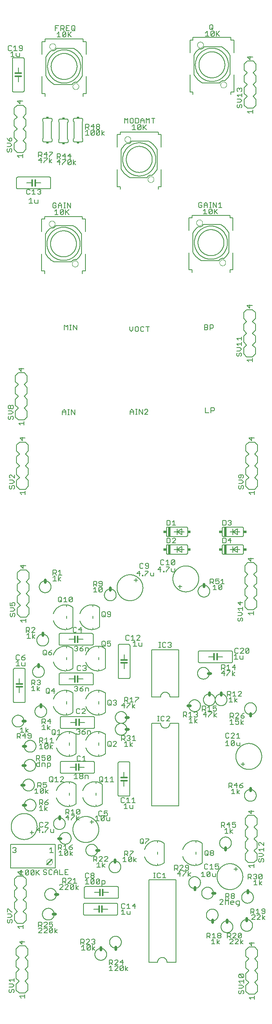
<source format=gto>
G75*
%MOIN*%
%OFA0B0*%
%FSLAX25Y25*%
%IPPOS*%
%LPD*%
%AMOC8*
5,1,8,0,0,1.08239X$1,22.5*
%
%ADD10C,0.00800*%
%ADD11C,0.01200*%
%ADD12C,0.00600*%
%ADD13C,0.00400*%
%ADD14C,0.02400*%
%ADD15R,0.02000X0.01500*%
%ADD16C,0.00500*%
%ADD17R,0.02000X0.08000*%
%ADD18R,0.02500X0.02000*%
%ADD19C,0.00200*%
D10*
X0008897Y0015200D02*
X0009598Y0015200D01*
X0010298Y0015901D01*
X0010298Y0017302D01*
X0010999Y0018002D01*
X0011699Y0018002D01*
X0012400Y0017302D01*
X0012400Y0015901D01*
X0011699Y0015200D01*
X0010999Y0019804D02*
X0012400Y0021205D01*
X0010999Y0022606D01*
X0008196Y0022606D01*
X0009598Y0024408D02*
X0008196Y0025809D01*
X0012400Y0025809D01*
X0012400Y0024408D02*
X0012400Y0027210D01*
X0010999Y0019804D02*
X0008196Y0019804D01*
X0008897Y0018002D02*
X0008196Y0017302D01*
X0008196Y0015901D01*
X0008897Y0015200D01*
X0008098Y0074300D02*
X0008798Y0075001D01*
X0008798Y0076402D01*
X0009499Y0077102D01*
X0010199Y0077102D01*
X0010900Y0076402D01*
X0010900Y0075001D01*
X0010199Y0074300D01*
X0008098Y0074300D02*
X0007397Y0074300D01*
X0006696Y0075001D01*
X0006696Y0076402D01*
X0007397Y0077102D01*
X0006696Y0078904D02*
X0009499Y0078904D01*
X0010900Y0080305D01*
X0009499Y0081706D01*
X0006696Y0081706D01*
X0006696Y0083508D02*
X0006696Y0086310D01*
X0007397Y0086310D01*
X0010199Y0083508D01*
X0010900Y0083508D01*
X0017500Y0114900D02*
X0020302Y0114900D01*
X0018901Y0114900D02*
X0018901Y0119104D01*
X0017500Y0117702D01*
X0022104Y0118403D02*
X0022805Y0119104D01*
X0024206Y0119104D01*
X0024906Y0118403D01*
X0022104Y0115601D01*
X0022805Y0114900D01*
X0024206Y0114900D01*
X0024906Y0115601D01*
X0024906Y0118403D01*
X0026708Y0118403D02*
X0027408Y0119104D01*
X0028810Y0119104D01*
X0029510Y0118403D01*
X0026708Y0115601D01*
X0027408Y0114900D01*
X0028810Y0114900D01*
X0029510Y0115601D01*
X0029510Y0118403D01*
X0031312Y0119104D02*
X0031312Y0114900D01*
X0031312Y0116301D02*
X0034114Y0119104D01*
X0032012Y0117002D02*
X0034114Y0114900D01*
X0037400Y0115901D02*
X0038101Y0115200D01*
X0039502Y0115200D01*
X0040202Y0115901D01*
X0040202Y0116601D01*
X0039502Y0117302D01*
X0038101Y0117302D01*
X0037400Y0118002D01*
X0037400Y0118703D01*
X0038101Y0119404D01*
X0039502Y0119404D01*
X0040202Y0118703D01*
X0042004Y0118703D02*
X0042004Y0115901D01*
X0042705Y0115200D01*
X0044106Y0115200D01*
X0044806Y0115901D01*
X0046608Y0115200D02*
X0046608Y0118002D01*
X0048009Y0119404D01*
X0049410Y0118002D01*
X0049410Y0115200D01*
X0051212Y0115200D02*
X0054014Y0115200D01*
X0055816Y0115200D02*
X0058618Y0115200D01*
X0057217Y0117302D02*
X0055816Y0117302D01*
X0055816Y0119404D02*
X0055816Y0115200D01*
X0055802Y0112104D02*
X0056502Y0111403D01*
X0056502Y0110002D01*
X0055802Y0109301D01*
X0053700Y0109301D01*
X0053700Y0107900D02*
X0053700Y0112104D01*
X0055802Y0112104D01*
X0058304Y0111403D02*
X0059005Y0112104D01*
X0060406Y0112104D01*
X0061106Y0111403D01*
X0061106Y0110702D01*
X0058304Y0107900D01*
X0061106Y0107900D01*
X0061108Y0106804D02*
X0062510Y0106804D01*
X0063210Y0106103D01*
X0060408Y0103301D01*
X0061108Y0102600D01*
X0062510Y0102600D01*
X0063210Y0103301D01*
X0063210Y0106103D01*
X0062908Y0107900D02*
X0065710Y0107900D01*
X0065012Y0106804D02*
X0065012Y0102600D01*
X0065012Y0104001D02*
X0067114Y0102600D01*
X0065012Y0104001D02*
X0067114Y0105402D01*
X0064309Y0107900D02*
X0064309Y0112104D01*
X0062908Y0110702D01*
X0061108Y0106804D02*
X0060408Y0106103D01*
X0060408Y0103301D01*
X0058606Y0102600D02*
X0055804Y0102600D01*
X0058606Y0105402D01*
X0058606Y0106103D01*
X0057906Y0106804D01*
X0056505Y0106804D01*
X0055804Y0106103D01*
X0054002Y0106103D02*
X0053302Y0106804D01*
X0051901Y0106804D01*
X0051200Y0106103D01*
X0054002Y0106103D02*
X0054002Y0105402D01*
X0051200Y0102600D01*
X0054002Y0102600D01*
X0056502Y0107900D02*
X0055101Y0109301D01*
X0051212Y0115200D02*
X0051212Y0119404D01*
X0049410Y0117302D02*
X0046608Y0117302D01*
X0044806Y0118703D02*
X0044106Y0119404D01*
X0042705Y0119404D01*
X0042004Y0118703D01*
X0050856Y0131400D02*
X0053658Y0131400D01*
X0052257Y0131400D02*
X0052257Y0135604D01*
X0050856Y0134202D01*
X0050088Y0136400D02*
X0050088Y0140604D01*
X0052190Y0140604D01*
X0052891Y0139903D01*
X0052891Y0138502D01*
X0052190Y0137801D01*
X0050088Y0137801D01*
X0051489Y0137801D02*
X0052891Y0136400D01*
X0054692Y0136400D02*
X0057495Y0136400D01*
X0057561Y0135604D02*
X0058262Y0134903D01*
X0055459Y0132101D01*
X0056160Y0131400D01*
X0057561Y0131400D01*
X0058262Y0132101D01*
X0058262Y0134903D01*
X0057561Y0135604D02*
X0056160Y0135604D01*
X0055459Y0134903D01*
X0055459Y0132101D01*
X0056093Y0136400D02*
X0056093Y0140604D01*
X0054692Y0139202D01*
X0059296Y0138502D02*
X0061398Y0138502D01*
X0062098Y0137801D01*
X0062098Y0137101D01*
X0061398Y0136400D01*
X0059997Y0136400D01*
X0059296Y0137101D01*
X0059296Y0138502D01*
X0060697Y0139903D01*
X0062098Y0140604D01*
X0060063Y0135604D02*
X0060063Y0131400D01*
X0060063Y0132801D02*
X0062165Y0134202D01*
X0060063Y0132801D02*
X0062165Y0131400D01*
X0058618Y0119404D02*
X0055816Y0119404D01*
X0046212Y0150900D02*
X0046212Y0153702D01*
X0046212Y0150900D02*
X0044110Y0150900D01*
X0043410Y0151601D01*
X0043410Y0153702D01*
X0041608Y0154403D02*
X0038806Y0151601D01*
X0038806Y0150900D01*
X0037205Y0150900D02*
X0036504Y0150900D01*
X0036504Y0151601D01*
X0037205Y0151601D01*
X0037205Y0150900D01*
X0038806Y0155104D02*
X0041608Y0155104D01*
X0041608Y0154403D01*
X0038796Y0155400D02*
X0038796Y0156101D01*
X0041598Y0158903D01*
X0041598Y0159604D01*
X0038796Y0159604D01*
X0036995Y0158903D02*
X0036294Y0159604D01*
X0034893Y0159604D01*
X0034192Y0158903D01*
X0034192Y0156101D01*
X0034893Y0155400D01*
X0036294Y0155400D01*
X0036995Y0156101D01*
X0034002Y0155104D02*
X0034002Y0150900D01*
X0034702Y0153002D02*
X0031900Y0153002D01*
X0034002Y0155104D01*
X0034000Y0169500D02*
X0036802Y0169500D01*
X0035401Y0169500D02*
X0035401Y0173704D01*
X0034000Y0172302D01*
X0034000Y0174500D02*
X0034000Y0178704D01*
X0036102Y0178704D01*
X0036802Y0178003D01*
X0036802Y0176602D01*
X0036102Y0175901D01*
X0034000Y0175901D01*
X0035401Y0175901D02*
X0036802Y0174500D01*
X0038604Y0175201D02*
X0039305Y0174500D01*
X0040706Y0174500D01*
X0041406Y0175201D01*
X0041406Y0175901D01*
X0040706Y0176602D01*
X0038604Y0176602D01*
X0038604Y0175201D01*
X0038604Y0176602D02*
X0040005Y0178003D01*
X0041406Y0178704D01*
X0041410Y0184100D02*
X0039308Y0185501D01*
X0041410Y0186902D01*
X0039308Y0188304D02*
X0039308Y0184100D01*
X0037506Y0184801D02*
X0036806Y0184100D01*
X0035405Y0184100D01*
X0034704Y0184801D01*
X0037506Y0187603D01*
X0037506Y0184801D01*
X0037506Y0187603D02*
X0036806Y0188304D01*
X0035405Y0188304D01*
X0034704Y0187603D01*
X0034704Y0184801D01*
X0032902Y0184100D02*
X0030100Y0184100D01*
X0031501Y0184100D02*
X0031501Y0188304D01*
X0030100Y0186902D01*
X0032600Y0189100D02*
X0032600Y0193304D01*
X0034702Y0193304D01*
X0035402Y0192603D01*
X0035402Y0191202D01*
X0034702Y0190501D01*
X0032600Y0190501D01*
X0034001Y0190501D02*
X0035402Y0189100D01*
X0037204Y0189801D02*
X0037905Y0189100D01*
X0039306Y0189100D01*
X0040006Y0189801D01*
X0040006Y0191202D01*
X0039306Y0191902D01*
X0038605Y0191902D01*
X0037204Y0191202D01*
X0037204Y0193304D01*
X0040006Y0193304D01*
X0042588Y0194601D02*
X0042588Y0197403D01*
X0043289Y0198104D01*
X0044690Y0198104D01*
X0045391Y0197403D01*
X0045391Y0194601D01*
X0044690Y0193900D01*
X0043289Y0193900D01*
X0042588Y0194601D01*
X0043989Y0195301D02*
X0045391Y0193900D01*
X0047192Y0193900D02*
X0049995Y0193900D01*
X0048593Y0193900D02*
X0048593Y0198104D01*
X0047192Y0196702D01*
X0051796Y0197403D02*
X0052497Y0198104D01*
X0053898Y0198104D01*
X0054598Y0197403D01*
X0054598Y0196702D01*
X0051796Y0193900D01*
X0054598Y0193900D01*
X0056400Y0170604D02*
X0058502Y0170604D01*
X0059202Y0169903D01*
X0059202Y0168502D01*
X0058502Y0167801D01*
X0056400Y0167801D01*
X0056400Y0166400D02*
X0056400Y0170604D01*
X0057801Y0167801D02*
X0059202Y0166400D01*
X0058502Y0165604D02*
X0056400Y0163502D01*
X0059202Y0163502D01*
X0058502Y0161400D02*
X0058502Y0165604D01*
X0061004Y0165604D02*
X0063806Y0165604D01*
X0063806Y0164903D01*
X0061004Y0162101D01*
X0061004Y0161400D01*
X0061004Y0166400D02*
X0063806Y0166400D01*
X0062405Y0166400D02*
X0062405Y0170604D01*
X0061004Y0169202D01*
X0065608Y0169903D02*
X0066308Y0170604D01*
X0067710Y0170604D01*
X0068410Y0169903D01*
X0065608Y0167101D01*
X0066308Y0166400D01*
X0067710Y0166400D01*
X0068410Y0167101D01*
X0068410Y0169903D01*
X0065608Y0169903D02*
X0065608Y0167101D01*
X0065608Y0165604D02*
X0065608Y0161400D01*
X0065608Y0162801D02*
X0067710Y0164202D01*
X0065608Y0162801D02*
X0067710Y0161400D01*
X0068905Y0196600D02*
X0068204Y0197301D01*
X0068204Y0198001D01*
X0068905Y0198702D01*
X0070306Y0198702D01*
X0071006Y0198001D01*
X0071006Y0197301D01*
X0070306Y0196600D01*
X0068905Y0196600D01*
X0068905Y0198702D02*
X0068204Y0199402D01*
X0068204Y0200103D01*
X0068905Y0200804D01*
X0070306Y0200804D01*
X0071006Y0200103D01*
X0071006Y0199402D01*
X0070306Y0198702D01*
X0072808Y0199402D02*
X0072808Y0196600D01*
X0075610Y0196600D02*
X0075610Y0198702D01*
X0074910Y0199402D01*
X0072808Y0199402D01*
X0073506Y0211600D02*
X0070704Y0211600D01*
X0072105Y0211600D02*
X0072105Y0215804D01*
X0070704Y0214402D01*
X0068902Y0215103D02*
X0068202Y0215804D01*
X0066801Y0215804D01*
X0066100Y0215103D01*
X0066100Y0212301D01*
X0066801Y0211600D01*
X0068202Y0211600D01*
X0068902Y0212301D01*
X0065001Y0200804D02*
X0065001Y0196600D01*
X0063600Y0196600D02*
X0066402Y0196600D01*
X0063600Y0199402D02*
X0065001Y0200804D01*
X0066301Y0234300D02*
X0065600Y0235001D01*
X0066301Y0234300D02*
X0067702Y0234300D01*
X0068402Y0235001D01*
X0068402Y0235701D01*
X0067702Y0236402D01*
X0067001Y0236402D01*
X0067702Y0236402D02*
X0068402Y0237102D01*
X0068402Y0237803D01*
X0067702Y0238504D01*
X0066301Y0238504D01*
X0065600Y0237803D01*
X0070204Y0236402D02*
X0072306Y0236402D01*
X0073006Y0235701D01*
X0073006Y0235001D01*
X0072306Y0234300D01*
X0070905Y0234300D01*
X0070204Y0235001D01*
X0070204Y0236402D01*
X0071605Y0237803D01*
X0073006Y0238504D01*
X0074808Y0237102D02*
X0076910Y0237102D01*
X0077610Y0236402D01*
X0077610Y0234300D01*
X0074808Y0234300D02*
X0074808Y0237102D01*
X0073006Y0251800D02*
X0070204Y0251800D01*
X0073006Y0254602D01*
X0073006Y0255303D01*
X0072306Y0256004D01*
X0070905Y0256004D01*
X0070204Y0255303D01*
X0068402Y0255303D02*
X0067702Y0256004D01*
X0066301Y0256004D01*
X0065600Y0255303D01*
X0065600Y0252501D01*
X0066301Y0251800D01*
X0067702Y0251800D01*
X0068402Y0252501D01*
X0069105Y0270700D02*
X0070506Y0270700D01*
X0071206Y0271401D01*
X0071206Y0272101D01*
X0070506Y0272802D01*
X0068404Y0272802D01*
X0068404Y0271401D01*
X0069105Y0270700D01*
X0068404Y0272802D02*
X0069805Y0274203D01*
X0071206Y0274904D01*
X0073008Y0273502D02*
X0075110Y0273502D01*
X0075810Y0272802D01*
X0075810Y0270700D01*
X0073008Y0270700D02*
X0073008Y0273502D01*
X0073006Y0288200D02*
X0071605Y0288200D01*
X0070904Y0288901D01*
X0069102Y0288901D02*
X0068402Y0288200D01*
X0067001Y0288200D01*
X0066300Y0288901D01*
X0066300Y0291703D01*
X0067001Y0292404D01*
X0068402Y0292404D01*
X0069102Y0291703D01*
X0070904Y0291703D02*
X0071605Y0292404D01*
X0073006Y0292404D01*
X0073706Y0291703D01*
X0073706Y0291002D01*
X0073006Y0290302D01*
X0073706Y0289601D01*
X0073706Y0288901D01*
X0073006Y0288200D01*
X0073006Y0290302D02*
X0072305Y0290302D01*
X0072996Y0304700D02*
X0072996Y0307502D01*
X0075098Y0307502D01*
X0075798Y0306802D01*
X0075798Y0304700D01*
X0071195Y0305401D02*
X0071195Y0306101D01*
X0070494Y0306802D01*
X0068392Y0306802D01*
X0068392Y0305401D01*
X0069093Y0304700D01*
X0070494Y0304700D01*
X0071195Y0305401D01*
X0069793Y0308203D02*
X0068392Y0306802D01*
X0066591Y0307502D02*
X0066591Y0308203D01*
X0065890Y0308904D01*
X0064489Y0308904D01*
X0063788Y0308203D01*
X0065189Y0306802D02*
X0065890Y0306802D01*
X0066591Y0306101D01*
X0066591Y0305401D01*
X0065890Y0304700D01*
X0064489Y0304700D01*
X0063788Y0305401D01*
X0065890Y0306802D02*
X0066591Y0307502D01*
X0069793Y0308203D02*
X0071195Y0308904D01*
X0069406Y0320600D02*
X0069406Y0324804D01*
X0067304Y0322702D01*
X0070106Y0322702D01*
X0065502Y0324103D02*
X0064802Y0324804D01*
X0063401Y0324804D01*
X0062700Y0324103D01*
X0062700Y0321301D01*
X0063401Y0320600D01*
X0064802Y0320600D01*
X0065502Y0321301D01*
X0061398Y0346400D02*
X0059997Y0346400D01*
X0059296Y0347101D01*
X0062098Y0349903D01*
X0062098Y0347101D01*
X0061398Y0346400D01*
X0059296Y0347101D02*
X0059296Y0349903D01*
X0059997Y0350604D01*
X0061398Y0350604D01*
X0062098Y0349903D01*
X0057495Y0346400D02*
X0054692Y0346400D01*
X0056093Y0346400D02*
X0056093Y0350604D01*
X0054692Y0349202D01*
X0052891Y0349903D02*
X0052891Y0347101D01*
X0052190Y0346400D01*
X0050789Y0346400D01*
X0050088Y0347101D01*
X0050088Y0349903D01*
X0050789Y0350604D01*
X0052190Y0350604D01*
X0052891Y0349903D01*
X0051489Y0347801D02*
X0052891Y0346400D01*
X0052306Y0364300D02*
X0050204Y0365701D01*
X0052306Y0367102D01*
X0053006Y0369300D02*
X0050204Y0369300D01*
X0050204Y0368504D02*
X0050204Y0364300D01*
X0048402Y0364300D02*
X0045600Y0364300D01*
X0047001Y0364300D02*
X0047001Y0368504D01*
X0045600Y0367102D01*
X0045600Y0369300D02*
X0045600Y0373504D01*
X0047702Y0373504D01*
X0048402Y0372803D01*
X0048402Y0371402D01*
X0047702Y0370701D01*
X0045600Y0370701D01*
X0047001Y0370701D02*
X0048402Y0369300D01*
X0050204Y0372102D02*
X0051605Y0373504D01*
X0051605Y0369300D01*
X0044598Y0305604D02*
X0043197Y0304903D01*
X0041796Y0303502D01*
X0043898Y0303502D01*
X0044598Y0302801D01*
X0044598Y0302101D01*
X0043898Y0301400D01*
X0042497Y0301400D01*
X0041796Y0302101D01*
X0041796Y0303502D01*
X0039995Y0304903D02*
X0039995Y0302101D01*
X0039294Y0301400D01*
X0037893Y0301400D01*
X0037192Y0302101D01*
X0037192Y0304903D01*
X0037893Y0305604D01*
X0039294Y0305604D01*
X0039995Y0304903D01*
X0038593Y0302801D02*
X0039995Y0301400D01*
X0034206Y0280304D02*
X0034906Y0279603D01*
X0034906Y0278902D01*
X0034206Y0278202D01*
X0034906Y0277501D01*
X0034906Y0276801D01*
X0034206Y0276100D01*
X0032805Y0276100D01*
X0032104Y0276801D01*
X0032104Y0275304D02*
X0032104Y0271100D01*
X0032104Y0272501D02*
X0034206Y0273902D01*
X0032104Y0272501D02*
X0034206Y0271100D01*
X0030302Y0271100D02*
X0027500Y0271100D01*
X0028901Y0271100D02*
X0028901Y0275304D01*
X0027500Y0273902D01*
X0027500Y0276100D02*
X0027500Y0280304D01*
X0029602Y0280304D01*
X0030302Y0279603D01*
X0030302Y0278202D01*
X0029602Y0277501D01*
X0027500Y0277501D01*
X0028901Y0277501D02*
X0030302Y0276100D01*
X0033505Y0278202D02*
X0034206Y0278202D01*
X0034206Y0280304D02*
X0032805Y0280304D01*
X0032104Y0279603D01*
X0039692Y0272403D02*
X0040393Y0273104D01*
X0041794Y0273104D01*
X0042495Y0272403D01*
X0042495Y0269601D01*
X0041794Y0268900D01*
X0040393Y0268900D01*
X0039692Y0269601D01*
X0039692Y0272403D01*
X0041093Y0270301D02*
X0042495Y0268900D01*
X0044296Y0271002D02*
X0047098Y0271002D01*
X0046398Y0273104D02*
X0044296Y0271002D01*
X0046398Y0268900D02*
X0046398Y0273104D01*
X0043006Y0247304D02*
X0040904Y0245202D01*
X0043706Y0245202D01*
X0043006Y0243100D02*
X0043006Y0247304D01*
X0040904Y0242304D02*
X0040904Y0238100D01*
X0040904Y0239501D02*
X0043006Y0240902D01*
X0040904Y0239501D02*
X0043006Y0238100D01*
X0044692Y0237403D02*
X0045393Y0238104D01*
X0046794Y0238104D01*
X0047495Y0237403D01*
X0047495Y0234601D01*
X0046794Y0233900D01*
X0045393Y0233900D01*
X0044692Y0234601D01*
X0044692Y0237403D01*
X0046093Y0235301D02*
X0047495Y0233900D01*
X0049296Y0233900D02*
X0052098Y0233900D01*
X0050697Y0233900D02*
X0050697Y0238104D01*
X0049296Y0236702D01*
X0044609Y0231204D02*
X0044609Y0227000D01*
X0043208Y0227000D02*
X0046010Y0227000D01*
X0045310Y0224802D02*
X0043208Y0223401D01*
X0045310Y0222000D01*
X0043208Y0222000D02*
X0043208Y0226204D01*
X0041406Y0225503D02*
X0038604Y0222701D01*
X0039305Y0222000D01*
X0040706Y0222000D01*
X0041406Y0222701D01*
X0041406Y0225503D01*
X0040706Y0226204D01*
X0039305Y0226204D01*
X0038604Y0225503D01*
X0038604Y0222701D01*
X0036802Y0222000D02*
X0034000Y0222000D01*
X0035401Y0222000D02*
X0035401Y0226204D01*
X0034000Y0224802D01*
X0034000Y0227000D02*
X0034000Y0231204D01*
X0036102Y0231204D01*
X0036802Y0230503D01*
X0036802Y0229102D01*
X0036102Y0228401D01*
X0034000Y0228401D01*
X0035401Y0228401D02*
X0036802Y0227000D01*
X0038604Y0227000D02*
X0041406Y0227000D01*
X0040005Y0227000D02*
X0040005Y0231204D01*
X0038604Y0229802D01*
X0039102Y0238100D02*
X0036300Y0238100D01*
X0037701Y0238100D02*
X0037701Y0242304D01*
X0036300Y0240902D01*
X0036300Y0243100D02*
X0036300Y0247304D01*
X0038402Y0247304D01*
X0039102Y0246603D01*
X0039102Y0245202D01*
X0038402Y0244501D01*
X0036300Y0244501D01*
X0037701Y0244501D02*
X0039102Y0243100D01*
X0044609Y0231204D02*
X0043208Y0229802D01*
X0042810Y0216204D02*
X0041408Y0216204D01*
X0040708Y0215503D01*
X0040708Y0212701D01*
X0043510Y0215503D01*
X0043510Y0212701D01*
X0042810Y0212000D01*
X0041408Y0212000D01*
X0040708Y0212701D01*
X0038906Y0212701D02*
X0038906Y0214102D01*
X0038206Y0214802D01*
X0037505Y0214802D01*
X0036104Y0214102D01*
X0036104Y0216204D01*
X0038906Y0216204D01*
X0038906Y0212701D02*
X0038206Y0212000D01*
X0036805Y0212000D01*
X0036104Y0212701D01*
X0034302Y0212000D02*
X0032901Y0213401D01*
X0033602Y0213401D02*
X0031500Y0213401D01*
X0031500Y0212000D02*
X0031500Y0216204D01*
X0033602Y0216204D01*
X0034302Y0215503D01*
X0034302Y0214102D01*
X0033602Y0213401D01*
X0034302Y0211204D02*
X0034302Y0207000D01*
X0032201Y0207000D01*
X0031500Y0207701D01*
X0031500Y0209102D01*
X0032201Y0209802D01*
X0034302Y0209802D01*
X0036104Y0209802D02*
X0038206Y0209802D01*
X0038906Y0209102D01*
X0038906Y0207000D01*
X0040708Y0207000D02*
X0042810Y0207000D01*
X0043510Y0207701D01*
X0043510Y0209102D01*
X0042810Y0209802D01*
X0040708Y0209802D01*
X0040708Y0205599D01*
X0043510Y0215503D02*
X0042810Y0216204D01*
X0036104Y0209802D02*
X0036104Y0207000D01*
X0026298Y0230800D02*
X0026998Y0231501D01*
X0026998Y0234303D01*
X0026298Y0235004D01*
X0024897Y0235004D01*
X0024196Y0234303D01*
X0024196Y0233602D01*
X0024897Y0232902D01*
X0026998Y0232902D01*
X0026298Y0230800D02*
X0024897Y0230800D01*
X0024196Y0231501D01*
X0022395Y0232902D02*
X0019592Y0232902D01*
X0021694Y0235004D01*
X0021694Y0230800D01*
X0022463Y0235800D02*
X0022463Y0240004D01*
X0024565Y0238602D02*
X0022463Y0237201D01*
X0024565Y0235800D01*
X0020662Y0235800D02*
X0017859Y0235800D01*
X0017090Y0235004D02*
X0017791Y0234303D01*
X0017791Y0232902D01*
X0017090Y0232201D01*
X0014988Y0232201D01*
X0014988Y0230800D02*
X0014988Y0235004D01*
X0017090Y0235004D01*
X0019261Y0235800D02*
X0019261Y0240004D01*
X0017859Y0238602D01*
X0016389Y0232201D02*
X0017791Y0230800D01*
X0017102Y0292300D02*
X0014300Y0292300D01*
X0015701Y0292300D02*
X0015701Y0296504D01*
X0014300Y0295102D01*
X0015001Y0297300D02*
X0016402Y0297300D01*
X0017102Y0298001D01*
X0018904Y0298001D02*
X0019605Y0297300D01*
X0021006Y0297300D01*
X0021706Y0298001D01*
X0021706Y0298701D01*
X0021006Y0299402D01*
X0018904Y0299402D01*
X0018904Y0298001D01*
X0018904Y0299402D02*
X0020305Y0300803D01*
X0021706Y0301504D01*
X0021706Y0295102D02*
X0021706Y0292300D01*
X0019605Y0292300D01*
X0018904Y0293001D01*
X0018904Y0295102D01*
X0017102Y0300803D02*
X0016402Y0301504D01*
X0015001Y0301504D01*
X0014300Y0300803D01*
X0014300Y0298001D01*
X0015001Y0297300D01*
X0022792Y0320600D02*
X0022792Y0324804D01*
X0024894Y0324804D01*
X0025595Y0324103D01*
X0025595Y0322702D01*
X0024894Y0322001D01*
X0022792Y0322001D01*
X0024193Y0322001D02*
X0025595Y0320600D01*
X0024961Y0319804D02*
X0024961Y0315600D01*
X0026362Y0315600D02*
X0023559Y0315600D01*
X0023559Y0318402D02*
X0024961Y0319804D01*
X0027396Y0320600D02*
X0030198Y0323402D01*
X0030198Y0324103D01*
X0029498Y0324804D01*
X0028097Y0324804D01*
X0027396Y0324103D01*
X0027396Y0320600D02*
X0030198Y0320600D01*
X0028163Y0319804D02*
X0028163Y0315600D01*
X0028163Y0317001D02*
X0030265Y0318402D01*
X0028163Y0317001D02*
X0030265Y0315600D01*
X0012599Y0334000D02*
X0013300Y0334701D01*
X0013300Y0336102D01*
X0012599Y0336802D01*
X0011899Y0336802D01*
X0011198Y0336102D01*
X0011198Y0334701D01*
X0010498Y0334000D01*
X0009797Y0334000D01*
X0009096Y0334701D01*
X0009096Y0336102D01*
X0009797Y0336802D01*
X0009096Y0338604D02*
X0011899Y0338604D01*
X0013300Y0340005D01*
X0011899Y0341406D01*
X0009096Y0341406D01*
X0009096Y0343208D02*
X0011198Y0343208D01*
X0010498Y0344609D01*
X0010498Y0345310D01*
X0011198Y0346010D01*
X0012599Y0346010D01*
X0013300Y0345310D01*
X0013300Y0343908D01*
X0012599Y0343208D01*
X0009096Y0343208D02*
X0009096Y0346010D01*
X0009197Y0442300D02*
X0009898Y0442300D01*
X0010598Y0443001D01*
X0010598Y0444402D01*
X0011299Y0445102D01*
X0011999Y0445102D01*
X0012700Y0444402D01*
X0012700Y0443001D01*
X0011999Y0442300D01*
X0011299Y0446904D02*
X0012700Y0448305D01*
X0011299Y0449706D01*
X0008496Y0449706D01*
X0009197Y0451508D02*
X0008496Y0452208D01*
X0008496Y0453610D01*
X0009197Y0454310D01*
X0009898Y0454310D01*
X0012700Y0451508D01*
X0012700Y0454310D01*
X0011299Y0446904D02*
X0008496Y0446904D01*
X0009197Y0445102D02*
X0008496Y0444402D01*
X0008496Y0443001D01*
X0009197Y0442300D01*
X0008898Y0501100D02*
X0009598Y0501801D01*
X0009598Y0503202D01*
X0010299Y0503902D01*
X0010999Y0503902D01*
X0011700Y0503202D01*
X0011700Y0501801D01*
X0010999Y0501100D01*
X0008898Y0501100D02*
X0008197Y0501100D01*
X0007496Y0501801D01*
X0007496Y0503202D01*
X0008197Y0503902D01*
X0007496Y0505704D02*
X0010299Y0505704D01*
X0011700Y0507105D01*
X0010299Y0508506D01*
X0007496Y0508506D01*
X0008197Y0510308D02*
X0008898Y0510308D01*
X0009598Y0511008D01*
X0009598Y0512410D01*
X0010299Y0513110D01*
X0010999Y0513110D01*
X0011700Y0512410D01*
X0011700Y0511008D01*
X0010999Y0510308D01*
X0010299Y0510308D01*
X0009598Y0511008D01*
X0009598Y0512410D02*
X0008898Y0513110D01*
X0008197Y0513110D01*
X0007496Y0512410D01*
X0007496Y0511008D01*
X0008197Y0510308D01*
X0038358Y0624903D02*
X0038358Y0627069D01*
X0035799Y0627069D01*
X0035799Y0641635D01*
X0039146Y0642029D02*
X0039146Y0658171D01*
X0035799Y0660533D02*
X0035799Y0671163D01*
X0038358Y0671163D01*
X0038358Y0673328D01*
X0070642Y0673328D01*
X0070642Y0671163D01*
X0073201Y0671163D01*
X0073201Y0660533D01*
X0069854Y0658171D02*
X0069854Y0642029D01*
X0073201Y0641635D02*
X0073201Y0627069D01*
X0070642Y0627069D01*
X0070642Y0624903D01*
X0065327Y0636616D02*
X0065213Y0636645D01*
X0065099Y0636671D01*
X0064984Y0636694D01*
X0064868Y0636712D01*
X0064751Y0636727D01*
X0064635Y0636737D01*
X0064517Y0636744D01*
X0064400Y0636747D01*
X0064283Y0636746D01*
X0064165Y0636741D01*
X0064048Y0636732D01*
X0063932Y0636719D01*
X0063816Y0636703D01*
X0063700Y0636682D01*
X0063585Y0636658D01*
X0063471Y0636630D01*
X0063359Y0636598D01*
X0063247Y0636562D01*
X0063136Y0636523D01*
X0063027Y0636480D01*
X0062919Y0636433D01*
X0062813Y0636383D01*
X0062709Y0636330D01*
X0062606Y0636273D01*
X0062506Y0636212D01*
X0062407Y0636148D01*
X0062311Y0636081D01*
X0062217Y0636011D01*
X0062125Y0635938D01*
X0062036Y0635862D01*
X0061950Y0635782D01*
X0061866Y0635700D01*
X0061784Y0635616D01*
X0061706Y0635528D01*
X0061631Y0635438D01*
X0061559Y0635346D01*
X0061489Y0635251D01*
X0061424Y0635154D01*
X0061361Y0635055D01*
X0061301Y0634954D01*
X0061246Y0634850D01*
X0061193Y0634746D01*
X0046429Y0634746D01*
X0039146Y0658171D02*
X0039320Y0658503D01*
X0039502Y0658830D01*
X0039692Y0659153D01*
X0039889Y0659471D01*
X0040094Y0659785D01*
X0040306Y0660093D01*
X0040526Y0660397D01*
X0040752Y0660695D01*
X0040985Y0660988D01*
X0041226Y0661276D01*
X0041473Y0661557D01*
X0041726Y0661833D01*
X0041986Y0662102D01*
X0042253Y0662366D01*
X0042525Y0662623D01*
X0042804Y0662873D01*
X0043088Y0663117D01*
X0043378Y0663354D01*
X0043673Y0663584D01*
X0043787Y0663555D01*
X0043901Y0663529D01*
X0044016Y0663506D01*
X0044132Y0663488D01*
X0044249Y0663473D01*
X0044365Y0663463D01*
X0044483Y0663456D01*
X0044600Y0663453D01*
X0044717Y0663454D01*
X0044835Y0663459D01*
X0044952Y0663468D01*
X0045068Y0663481D01*
X0045184Y0663497D01*
X0045300Y0663518D01*
X0045415Y0663542D01*
X0045529Y0663570D01*
X0045641Y0663602D01*
X0045753Y0663638D01*
X0045864Y0663677D01*
X0045973Y0663720D01*
X0046081Y0663767D01*
X0046187Y0663817D01*
X0046291Y0663870D01*
X0046394Y0663927D01*
X0046494Y0663988D01*
X0046593Y0664052D01*
X0046689Y0664119D01*
X0046783Y0664189D01*
X0046875Y0664262D01*
X0046964Y0664338D01*
X0047050Y0664418D01*
X0047134Y0664500D01*
X0047216Y0664584D01*
X0047294Y0664672D01*
X0047369Y0664762D01*
X0047441Y0664854D01*
X0047511Y0664949D01*
X0047576Y0665046D01*
X0047639Y0665145D01*
X0047699Y0665246D01*
X0047754Y0665350D01*
X0047807Y0665454D01*
X0062571Y0665454D01*
X0059094Y0674998D02*
X0056992Y0677100D01*
X0056291Y0676400D02*
X0059094Y0679202D01*
X0057766Y0680491D02*
X0057766Y0684694D01*
X0060568Y0680491D01*
X0060568Y0684694D01*
X0056098Y0684694D02*
X0054697Y0684694D01*
X0055397Y0684694D02*
X0055397Y0680491D01*
X0054697Y0680491D02*
X0056098Y0680491D01*
X0056291Y0679202D02*
X0056291Y0674998D01*
X0054490Y0675699D02*
X0054490Y0678501D01*
X0051687Y0675699D01*
X0052388Y0674998D01*
X0053789Y0674998D01*
X0054490Y0675699D01*
X0054490Y0678501D02*
X0053789Y0679202D01*
X0052388Y0679202D01*
X0051687Y0678501D01*
X0051687Y0675699D01*
X0049886Y0674998D02*
X0047083Y0674998D01*
X0048485Y0674998D02*
X0048485Y0679202D01*
X0047083Y0677801D01*
X0047591Y0680491D02*
X0048291Y0681191D01*
X0048291Y0682592D01*
X0046890Y0682592D01*
X0045489Y0681191D02*
X0046190Y0680491D01*
X0047591Y0680491D01*
X0045489Y0681191D02*
X0045489Y0683994D01*
X0046190Y0684694D01*
X0047591Y0684694D01*
X0048291Y0683994D01*
X0050093Y0683293D02*
X0051494Y0684694D01*
X0052895Y0683293D01*
X0052895Y0680491D01*
X0052895Y0682592D02*
X0050093Y0682592D01*
X0050093Y0683293D02*
X0050093Y0680491D01*
X0043476Y0650100D02*
X0043479Y0650371D01*
X0043489Y0650641D01*
X0043506Y0650911D01*
X0043529Y0651181D01*
X0043559Y0651449D01*
X0043595Y0651718D01*
X0043638Y0651985D01*
X0043688Y0652251D01*
X0043744Y0652515D01*
X0043806Y0652779D01*
X0043875Y0653040D01*
X0043951Y0653300D01*
X0044032Y0653558D01*
X0044120Y0653814D01*
X0044215Y0654067D01*
X0044315Y0654319D01*
X0044422Y0654567D01*
X0044534Y0654813D01*
X0044653Y0655057D01*
X0044778Y0655297D01*
X0044908Y0655534D01*
X0045044Y0655767D01*
X0045186Y0655998D01*
X0045334Y0656225D01*
X0045487Y0656448D01*
X0045645Y0656667D01*
X0045809Y0656882D01*
X0045978Y0657094D01*
X0046153Y0657301D01*
X0046332Y0657503D01*
X0046516Y0657701D01*
X0046705Y0657895D01*
X0046899Y0658084D01*
X0047097Y0658268D01*
X0047299Y0658447D01*
X0047506Y0658622D01*
X0047718Y0658791D01*
X0047933Y0658955D01*
X0048152Y0659113D01*
X0048375Y0659266D01*
X0048602Y0659414D01*
X0048833Y0659556D01*
X0049066Y0659692D01*
X0049303Y0659822D01*
X0049543Y0659947D01*
X0049787Y0660066D01*
X0050033Y0660178D01*
X0050281Y0660285D01*
X0050533Y0660385D01*
X0050786Y0660480D01*
X0051042Y0660568D01*
X0051300Y0660649D01*
X0051560Y0660725D01*
X0051821Y0660794D01*
X0052085Y0660856D01*
X0052349Y0660912D01*
X0052615Y0660962D01*
X0052882Y0661005D01*
X0053151Y0661041D01*
X0053419Y0661071D01*
X0053689Y0661094D01*
X0053959Y0661111D01*
X0054229Y0661121D01*
X0054500Y0661124D01*
X0054771Y0661121D01*
X0055041Y0661111D01*
X0055311Y0661094D01*
X0055581Y0661071D01*
X0055849Y0661041D01*
X0056118Y0661005D01*
X0056385Y0660962D01*
X0056651Y0660912D01*
X0056915Y0660856D01*
X0057179Y0660794D01*
X0057440Y0660725D01*
X0057700Y0660649D01*
X0057958Y0660568D01*
X0058214Y0660480D01*
X0058467Y0660385D01*
X0058719Y0660285D01*
X0058967Y0660178D01*
X0059213Y0660066D01*
X0059457Y0659947D01*
X0059697Y0659822D01*
X0059934Y0659692D01*
X0060167Y0659556D01*
X0060398Y0659414D01*
X0060625Y0659266D01*
X0060848Y0659113D01*
X0061067Y0658955D01*
X0061282Y0658791D01*
X0061494Y0658622D01*
X0061701Y0658447D01*
X0061903Y0658268D01*
X0062101Y0658084D01*
X0062295Y0657895D01*
X0062484Y0657701D01*
X0062668Y0657503D01*
X0062847Y0657301D01*
X0063022Y0657094D01*
X0063191Y0656882D01*
X0063355Y0656667D01*
X0063513Y0656448D01*
X0063666Y0656225D01*
X0063814Y0655998D01*
X0063956Y0655767D01*
X0064092Y0655534D01*
X0064222Y0655297D01*
X0064347Y0655057D01*
X0064466Y0654813D01*
X0064578Y0654567D01*
X0064685Y0654319D01*
X0064785Y0654067D01*
X0064880Y0653814D01*
X0064968Y0653558D01*
X0065049Y0653300D01*
X0065125Y0653040D01*
X0065194Y0652779D01*
X0065256Y0652515D01*
X0065312Y0652251D01*
X0065362Y0651985D01*
X0065405Y0651718D01*
X0065441Y0651449D01*
X0065471Y0651181D01*
X0065494Y0650911D01*
X0065511Y0650641D01*
X0065521Y0650371D01*
X0065524Y0650100D01*
X0065521Y0649829D01*
X0065511Y0649559D01*
X0065494Y0649289D01*
X0065471Y0649019D01*
X0065441Y0648751D01*
X0065405Y0648482D01*
X0065362Y0648215D01*
X0065312Y0647949D01*
X0065256Y0647685D01*
X0065194Y0647421D01*
X0065125Y0647160D01*
X0065049Y0646900D01*
X0064968Y0646642D01*
X0064880Y0646386D01*
X0064785Y0646133D01*
X0064685Y0645881D01*
X0064578Y0645633D01*
X0064466Y0645387D01*
X0064347Y0645143D01*
X0064222Y0644903D01*
X0064092Y0644666D01*
X0063956Y0644433D01*
X0063814Y0644202D01*
X0063666Y0643975D01*
X0063513Y0643752D01*
X0063355Y0643533D01*
X0063191Y0643318D01*
X0063022Y0643106D01*
X0062847Y0642899D01*
X0062668Y0642697D01*
X0062484Y0642499D01*
X0062295Y0642305D01*
X0062101Y0642116D01*
X0061903Y0641932D01*
X0061701Y0641753D01*
X0061494Y0641578D01*
X0061282Y0641409D01*
X0061067Y0641245D01*
X0060848Y0641087D01*
X0060625Y0640934D01*
X0060398Y0640786D01*
X0060167Y0640644D01*
X0059934Y0640508D01*
X0059697Y0640378D01*
X0059457Y0640253D01*
X0059213Y0640134D01*
X0058967Y0640022D01*
X0058719Y0639915D01*
X0058467Y0639815D01*
X0058214Y0639720D01*
X0057958Y0639632D01*
X0057700Y0639551D01*
X0057440Y0639475D01*
X0057179Y0639406D01*
X0056915Y0639344D01*
X0056651Y0639288D01*
X0056385Y0639238D01*
X0056118Y0639195D01*
X0055849Y0639159D01*
X0055581Y0639129D01*
X0055311Y0639106D01*
X0055041Y0639089D01*
X0054771Y0639079D01*
X0054500Y0639076D01*
X0054229Y0639079D01*
X0053959Y0639089D01*
X0053689Y0639106D01*
X0053419Y0639129D01*
X0053151Y0639159D01*
X0052882Y0639195D01*
X0052615Y0639238D01*
X0052349Y0639288D01*
X0052085Y0639344D01*
X0051821Y0639406D01*
X0051560Y0639475D01*
X0051300Y0639551D01*
X0051042Y0639632D01*
X0050786Y0639720D01*
X0050533Y0639815D01*
X0050281Y0639915D01*
X0050033Y0640022D01*
X0049787Y0640134D01*
X0049543Y0640253D01*
X0049303Y0640378D01*
X0049066Y0640508D01*
X0048833Y0640644D01*
X0048602Y0640786D01*
X0048375Y0640934D01*
X0048152Y0641087D01*
X0047933Y0641245D01*
X0047718Y0641409D01*
X0047506Y0641578D01*
X0047299Y0641753D01*
X0047097Y0641932D01*
X0046899Y0642116D01*
X0046705Y0642305D01*
X0046516Y0642499D01*
X0046332Y0642697D01*
X0046153Y0642899D01*
X0045978Y0643106D01*
X0045809Y0643318D01*
X0045645Y0643533D01*
X0045487Y0643752D01*
X0045334Y0643975D01*
X0045186Y0644202D01*
X0045044Y0644433D01*
X0044908Y0644666D01*
X0044778Y0644903D01*
X0044653Y0645143D01*
X0044534Y0645387D01*
X0044422Y0645633D01*
X0044315Y0645881D01*
X0044215Y0646133D01*
X0044120Y0646386D01*
X0044032Y0646642D01*
X0043951Y0646900D01*
X0043875Y0647160D01*
X0043806Y0647421D01*
X0043744Y0647685D01*
X0043688Y0647949D01*
X0043638Y0648215D01*
X0043595Y0648482D01*
X0043559Y0648751D01*
X0043529Y0649019D01*
X0043506Y0649289D01*
X0043489Y0649559D01*
X0043479Y0649829D01*
X0043476Y0650100D01*
X0062571Y0665454D02*
X0062939Y0665255D01*
X0063302Y0665047D01*
X0063659Y0664831D01*
X0064012Y0664605D01*
X0064359Y0664372D01*
X0064700Y0664130D01*
X0065036Y0663880D01*
X0065365Y0663622D01*
X0065688Y0663356D01*
X0066004Y0663082D01*
X0066314Y0662801D01*
X0066617Y0662512D01*
X0066912Y0662217D01*
X0067201Y0661914D01*
X0067482Y0661604D01*
X0067756Y0661288D01*
X0068022Y0660965D01*
X0068280Y0660636D01*
X0068530Y0660300D01*
X0068772Y0659959D01*
X0069005Y0659612D01*
X0069231Y0659259D01*
X0069447Y0658902D01*
X0069655Y0658539D01*
X0069854Y0658171D01*
X0069854Y0642029D02*
X0069680Y0641697D01*
X0069498Y0641370D01*
X0069308Y0641047D01*
X0069111Y0640729D01*
X0068906Y0640415D01*
X0068694Y0640107D01*
X0068474Y0639803D01*
X0068248Y0639505D01*
X0068015Y0639212D01*
X0067774Y0638924D01*
X0067527Y0638643D01*
X0067274Y0638367D01*
X0067014Y0638098D01*
X0066747Y0637834D01*
X0066475Y0637577D01*
X0066196Y0637327D01*
X0065912Y0637083D01*
X0065622Y0636846D01*
X0065327Y0636616D01*
X0040425Y0650100D02*
X0040429Y0650445D01*
X0040442Y0650791D01*
X0040463Y0651135D01*
X0040493Y0651480D01*
X0040531Y0651823D01*
X0040577Y0652165D01*
X0040632Y0652506D01*
X0040695Y0652846D01*
X0040767Y0653184D01*
X0040847Y0653520D01*
X0040935Y0653854D01*
X0041031Y0654186D01*
X0041135Y0654515D01*
X0041248Y0654842D01*
X0041368Y0655166D01*
X0041496Y0655486D01*
X0041632Y0655804D01*
X0041776Y0656118D01*
X0041928Y0656428D01*
X0042087Y0656735D01*
X0042254Y0657038D01*
X0042427Y0657336D01*
X0042609Y0657630D01*
X0042797Y0657920D01*
X0042992Y0658205D01*
X0043195Y0658484D01*
X0043404Y0658759D01*
X0043620Y0659029D01*
X0043842Y0659293D01*
X0044071Y0659552D01*
X0044306Y0659805D01*
X0044547Y0660053D01*
X0044795Y0660294D01*
X0045048Y0660529D01*
X0045307Y0660758D01*
X0045571Y0660980D01*
X0045841Y0661196D01*
X0046116Y0661405D01*
X0046395Y0661608D01*
X0046680Y0661803D01*
X0046970Y0661991D01*
X0047264Y0662173D01*
X0047562Y0662346D01*
X0047865Y0662513D01*
X0048172Y0662672D01*
X0048482Y0662824D01*
X0048796Y0662968D01*
X0049114Y0663104D01*
X0049434Y0663232D01*
X0049758Y0663352D01*
X0050085Y0663465D01*
X0050414Y0663569D01*
X0050746Y0663665D01*
X0051080Y0663753D01*
X0051416Y0663833D01*
X0051754Y0663905D01*
X0052094Y0663968D01*
X0052435Y0664023D01*
X0052777Y0664069D01*
X0053120Y0664107D01*
X0053465Y0664137D01*
X0053809Y0664158D01*
X0054155Y0664171D01*
X0054500Y0664175D01*
X0054845Y0664171D01*
X0055191Y0664158D01*
X0055535Y0664137D01*
X0055880Y0664107D01*
X0056223Y0664069D01*
X0056565Y0664023D01*
X0056906Y0663968D01*
X0057246Y0663905D01*
X0057584Y0663833D01*
X0057920Y0663753D01*
X0058254Y0663665D01*
X0058586Y0663569D01*
X0058915Y0663465D01*
X0059242Y0663352D01*
X0059566Y0663232D01*
X0059886Y0663104D01*
X0060204Y0662968D01*
X0060518Y0662824D01*
X0060828Y0662672D01*
X0061135Y0662513D01*
X0061438Y0662346D01*
X0061736Y0662173D01*
X0062030Y0661991D01*
X0062320Y0661803D01*
X0062605Y0661608D01*
X0062884Y0661405D01*
X0063159Y0661196D01*
X0063429Y0660980D01*
X0063693Y0660758D01*
X0063952Y0660529D01*
X0064205Y0660294D01*
X0064453Y0660053D01*
X0064694Y0659805D01*
X0064929Y0659552D01*
X0065158Y0659293D01*
X0065380Y0659029D01*
X0065596Y0658759D01*
X0065805Y0658484D01*
X0066008Y0658205D01*
X0066203Y0657920D01*
X0066391Y0657630D01*
X0066573Y0657336D01*
X0066746Y0657038D01*
X0066913Y0656735D01*
X0067072Y0656428D01*
X0067224Y0656118D01*
X0067368Y0655804D01*
X0067504Y0655486D01*
X0067632Y0655166D01*
X0067752Y0654842D01*
X0067865Y0654515D01*
X0067969Y0654186D01*
X0068065Y0653854D01*
X0068153Y0653520D01*
X0068233Y0653184D01*
X0068305Y0652846D01*
X0068368Y0652506D01*
X0068423Y0652165D01*
X0068469Y0651823D01*
X0068507Y0651480D01*
X0068537Y0651135D01*
X0068558Y0650791D01*
X0068571Y0650445D01*
X0068575Y0650100D01*
X0068571Y0649755D01*
X0068558Y0649409D01*
X0068537Y0649065D01*
X0068507Y0648720D01*
X0068469Y0648377D01*
X0068423Y0648035D01*
X0068368Y0647694D01*
X0068305Y0647354D01*
X0068233Y0647016D01*
X0068153Y0646680D01*
X0068065Y0646346D01*
X0067969Y0646014D01*
X0067865Y0645685D01*
X0067752Y0645358D01*
X0067632Y0645034D01*
X0067504Y0644714D01*
X0067368Y0644396D01*
X0067224Y0644082D01*
X0067072Y0643772D01*
X0066913Y0643465D01*
X0066746Y0643162D01*
X0066573Y0642864D01*
X0066391Y0642570D01*
X0066203Y0642280D01*
X0066008Y0641995D01*
X0065805Y0641716D01*
X0065596Y0641441D01*
X0065380Y0641171D01*
X0065158Y0640907D01*
X0064929Y0640648D01*
X0064694Y0640395D01*
X0064453Y0640147D01*
X0064205Y0639906D01*
X0063952Y0639671D01*
X0063693Y0639442D01*
X0063429Y0639220D01*
X0063159Y0639004D01*
X0062884Y0638795D01*
X0062605Y0638592D01*
X0062320Y0638397D01*
X0062030Y0638209D01*
X0061736Y0638027D01*
X0061438Y0637854D01*
X0061135Y0637687D01*
X0060828Y0637528D01*
X0060518Y0637376D01*
X0060204Y0637232D01*
X0059886Y0637096D01*
X0059566Y0636968D01*
X0059242Y0636848D01*
X0058915Y0636735D01*
X0058586Y0636631D01*
X0058254Y0636535D01*
X0057920Y0636447D01*
X0057584Y0636367D01*
X0057246Y0636295D01*
X0056906Y0636232D01*
X0056565Y0636177D01*
X0056223Y0636131D01*
X0055880Y0636093D01*
X0055535Y0636063D01*
X0055191Y0636042D01*
X0054845Y0636029D01*
X0054500Y0636025D01*
X0054155Y0636029D01*
X0053809Y0636042D01*
X0053465Y0636063D01*
X0053120Y0636093D01*
X0052777Y0636131D01*
X0052435Y0636177D01*
X0052094Y0636232D01*
X0051754Y0636295D01*
X0051416Y0636367D01*
X0051080Y0636447D01*
X0050746Y0636535D01*
X0050414Y0636631D01*
X0050085Y0636735D01*
X0049758Y0636848D01*
X0049434Y0636968D01*
X0049114Y0637096D01*
X0048796Y0637232D01*
X0048482Y0637376D01*
X0048172Y0637528D01*
X0047865Y0637687D01*
X0047562Y0637854D01*
X0047264Y0638027D01*
X0046970Y0638209D01*
X0046680Y0638397D01*
X0046395Y0638592D01*
X0046116Y0638795D01*
X0045841Y0639004D01*
X0045571Y0639220D01*
X0045307Y0639442D01*
X0045048Y0639671D01*
X0044795Y0639906D01*
X0044547Y0640147D01*
X0044306Y0640395D01*
X0044071Y0640648D01*
X0043842Y0640907D01*
X0043620Y0641171D01*
X0043404Y0641441D01*
X0043195Y0641716D01*
X0042992Y0641995D01*
X0042797Y0642280D01*
X0042609Y0642570D01*
X0042427Y0642864D01*
X0042254Y0643162D01*
X0042087Y0643465D01*
X0041928Y0643772D01*
X0041776Y0644082D01*
X0041632Y0644396D01*
X0041496Y0644714D01*
X0041368Y0645034D01*
X0041248Y0645358D01*
X0041135Y0645685D01*
X0041031Y0646014D01*
X0040935Y0646346D01*
X0040847Y0646680D01*
X0040767Y0647016D01*
X0040695Y0647354D01*
X0040632Y0647694D01*
X0040577Y0648035D01*
X0040531Y0648377D01*
X0040493Y0648720D01*
X0040463Y0649065D01*
X0040442Y0649409D01*
X0040429Y0649755D01*
X0040425Y0650100D01*
X0032698Y0684600D02*
X0030597Y0684600D01*
X0029896Y0685301D01*
X0029896Y0687402D01*
X0028095Y0684600D02*
X0025292Y0684600D01*
X0026693Y0684600D02*
X0026693Y0688804D01*
X0025292Y0687402D01*
X0025290Y0692100D02*
X0025991Y0692801D01*
X0025290Y0692100D02*
X0023889Y0692100D01*
X0023188Y0692801D01*
X0023188Y0695603D01*
X0023889Y0696304D01*
X0025290Y0696304D01*
X0025991Y0695603D01*
X0027792Y0694902D02*
X0029193Y0696304D01*
X0029193Y0692100D01*
X0027792Y0692100D02*
X0030595Y0692100D01*
X0032396Y0692801D02*
X0033097Y0692100D01*
X0034498Y0692100D01*
X0035198Y0692801D01*
X0035198Y0693501D01*
X0034498Y0694202D01*
X0033797Y0694202D01*
X0034498Y0694202D02*
X0035198Y0694902D01*
X0035198Y0695603D01*
X0034498Y0696304D01*
X0033097Y0696304D01*
X0032396Y0695603D01*
X0032698Y0687402D02*
X0032698Y0684600D01*
X0035402Y0718700D02*
X0035402Y0722904D01*
X0033300Y0720802D01*
X0036102Y0720802D01*
X0037904Y0719401D02*
X0037904Y0718700D01*
X0037904Y0719401D02*
X0040706Y0722203D01*
X0040706Y0722904D01*
X0037904Y0722904D01*
X0036102Y0723700D02*
X0034701Y0725101D01*
X0035402Y0725101D02*
X0033300Y0725101D01*
X0033300Y0723700D02*
X0033300Y0727904D01*
X0035402Y0727904D01*
X0036102Y0727203D01*
X0036102Y0725802D01*
X0035402Y0725101D01*
X0037904Y0725802D02*
X0040706Y0725802D01*
X0040006Y0723700D02*
X0040006Y0727904D01*
X0037904Y0725802D01*
X0042508Y0724401D02*
X0042508Y0723700D01*
X0042508Y0724401D02*
X0045310Y0727203D01*
X0045310Y0727904D01*
X0042508Y0727904D01*
X0042508Y0722904D02*
X0042508Y0718700D01*
X0042508Y0720101D02*
X0044610Y0721502D01*
X0042508Y0720101D02*
X0044610Y0718700D01*
X0049000Y0719402D02*
X0051802Y0719402D01*
X0051102Y0721504D02*
X0049000Y0719402D01*
X0049000Y0722300D02*
X0049000Y0726504D01*
X0051102Y0726504D01*
X0051802Y0725803D01*
X0051802Y0724402D01*
X0051102Y0723701D01*
X0049000Y0723701D01*
X0050401Y0723701D02*
X0051802Y0722300D01*
X0051102Y0721504D02*
X0051102Y0717300D01*
X0053604Y0717300D02*
X0053604Y0718001D01*
X0056406Y0720803D01*
X0056406Y0721504D01*
X0053604Y0721504D01*
X0055706Y0722300D02*
X0055706Y0726504D01*
X0053604Y0724402D01*
X0056406Y0724402D01*
X0058208Y0724402D02*
X0061010Y0724402D01*
X0060310Y0726504D02*
X0058208Y0724402D01*
X0060310Y0722300D02*
X0060310Y0726504D01*
X0060310Y0721504D02*
X0061010Y0720803D01*
X0058208Y0718001D01*
X0058908Y0717300D01*
X0060310Y0717300D01*
X0061010Y0718001D01*
X0061010Y0720803D01*
X0060310Y0721504D02*
X0058908Y0721504D01*
X0058208Y0720803D01*
X0058208Y0718001D01*
X0062812Y0718701D02*
X0064914Y0720102D01*
X0062812Y0718701D02*
X0064914Y0717300D01*
X0062812Y0717300D02*
X0062812Y0721504D01*
X0073300Y0742300D02*
X0076102Y0742300D01*
X0074701Y0742300D02*
X0074701Y0746504D01*
X0073300Y0745102D01*
X0073300Y0747300D02*
X0073300Y0751504D01*
X0075402Y0751504D01*
X0076102Y0750803D01*
X0076102Y0749402D01*
X0075402Y0748701D01*
X0073300Y0748701D01*
X0074701Y0748701D02*
X0076102Y0747300D01*
X0077904Y0745803D02*
X0077904Y0743001D01*
X0080706Y0745803D01*
X0080706Y0743001D01*
X0080006Y0742300D01*
X0078605Y0742300D01*
X0077904Y0743001D01*
X0077904Y0745803D02*
X0078605Y0746504D01*
X0080006Y0746504D01*
X0080706Y0745803D01*
X0080006Y0747300D02*
X0080006Y0751504D01*
X0077904Y0749402D01*
X0080706Y0749402D01*
X0082508Y0750102D02*
X0082508Y0750803D01*
X0083208Y0751504D01*
X0084610Y0751504D01*
X0085310Y0750803D01*
X0085310Y0750102D01*
X0084610Y0749402D01*
X0083208Y0749402D01*
X0082508Y0750102D01*
X0083208Y0749402D02*
X0082508Y0748701D01*
X0082508Y0748001D01*
X0083208Y0747300D01*
X0084610Y0747300D01*
X0085310Y0748001D01*
X0085310Y0748701D01*
X0084610Y0749402D01*
X0084610Y0746504D02*
X0085310Y0745803D01*
X0082508Y0743001D01*
X0083208Y0742300D01*
X0084610Y0742300D01*
X0085310Y0743001D01*
X0085310Y0745803D01*
X0084610Y0746504D02*
X0083208Y0746504D01*
X0082508Y0745803D01*
X0082508Y0743001D01*
X0087112Y0743701D02*
X0089214Y0745102D01*
X0087112Y0743701D02*
X0089214Y0742300D01*
X0087112Y0742300D02*
X0087112Y0746504D01*
X0100199Y0742763D02*
X0100199Y0732133D01*
X0103546Y0729771D02*
X0103546Y0713629D01*
X0100199Y0713235D02*
X0100199Y0698669D01*
X0102758Y0698669D01*
X0102758Y0696503D01*
X0110829Y0706346D02*
X0125593Y0706346D01*
X0125646Y0706450D01*
X0125701Y0706554D01*
X0125761Y0706655D01*
X0125824Y0706754D01*
X0125889Y0706851D01*
X0125959Y0706946D01*
X0126031Y0707038D01*
X0126106Y0707128D01*
X0126184Y0707216D01*
X0126266Y0707300D01*
X0126350Y0707382D01*
X0126436Y0707462D01*
X0126525Y0707538D01*
X0126617Y0707611D01*
X0126711Y0707681D01*
X0126807Y0707748D01*
X0126906Y0707812D01*
X0127006Y0707873D01*
X0127109Y0707930D01*
X0127213Y0707983D01*
X0127319Y0708033D01*
X0127427Y0708080D01*
X0127536Y0708123D01*
X0127647Y0708162D01*
X0127759Y0708198D01*
X0127871Y0708230D01*
X0127985Y0708258D01*
X0128100Y0708282D01*
X0128216Y0708303D01*
X0128332Y0708319D01*
X0128448Y0708332D01*
X0128565Y0708341D01*
X0128683Y0708346D01*
X0128800Y0708347D01*
X0128917Y0708344D01*
X0129035Y0708337D01*
X0129151Y0708327D01*
X0129268Y0708312D01*
X0129384Y0708294D01*
X0129499Y0708271D01*
X0129613Y0708245D01*
X0129727Y0708216D01*
X0134254Y0713629D02*
X0134254Y0729771D01*
X0135042Y0742763D02*
X0137601Y0742763D01*
X0137601Y0732133D01*
X0135042Y0742763D02*
X0135042Y0744928D01*
X0102758Y0744928D01*
X0102758Y0742763D01*
X0100199Y0742763D01*
X0106389Y0752391D02*
X0106389Y0756594D01*
X0107790Y0755193D01*
X0109191Y0756594D01*
X0109191Y0752391D01*
X0110993Y0753091D02*
X0111693Y0752391D01*
X0113095Y0752391D01*
X0113795Y0753091D01*
X0113795Y0755894D01*
X0113095Y0756594D01*
X0111693Y0756594D01*
X0110993Y0755894D01*
X0110993Y0753091D01*
X0112983Y0749701D02*
X0114385Y0751102D01*
X0114385Y0746898D01*
X0115786Y0746898D02*
X0112983Y0746898D01*
X0115597Y0752391D02*
X0115597Y0756594D01*
X0117699Y0756594D01*
X0118399Y0755894D01*
X0118399Y0753091D01*
X0117699Y0752391D01*
X0115597Y0752391D01*
X0117587Y0750401D02*
X0118288Y0751102D01*
X0119689Y0751102D01*
X0120390Y0750401D01*
X0117587Y0747599D01*
X0118288Y0746898D01*
X0119689Y0746898D01*
X0120390Y0747599D01*
X0120390Y0750401D01*
X0122191Y0751102D02*
X0122191Y0746898D01*
X0122191Y0748300D02*
X0124994Y0751102D01*
X0124805Y0752391D02*
X0124805Y0756594D01*
X0126206Y0755193D01*
X0127607Y0756594D01*
X0127607Y0752391D01*
X0130810Y0752391D02*
X0130810Y0756594D01*
X0129409Y0756594D02*
X0132211Y0756594D01*
X0126971Y0737054D02*
X0112207Y0737054D01*
X0112154Y0736950D01*
X0112099Y0736846D01*
X0112039Y0736745D01*
X0111976Y0736646D01*
X0111911Y0736549D01*
X0111841Y0736454D01*
X0111769Y0736362D01*
X0111694Y0736272D01*
X0111616Y0736184D01*
X0111534Y0736100D01*
X0111450Y0736018D01*
X0111364Y0735938D01*
X0111275Y0735862D01*
X0111183Y0735789D01*
X0111089Y0735719D01*
X0110993Y0735652D01*
X0110894Y0735588D01*
X0110794Y0735527D01*
X0110691Y0735470D01*
X0110587Y0735417D01*
X0110481Y0735367D01*
X0110373Y0735320D01*
X0110264Y0735277D01*
X0110153Y0735238D01*
X0110041Y0735202D01*
X0109929Y0735170D01*
X0109815Y0735142D01*
X0109700Y0735118D01*
X0109584Y0735097D01*
X0109468Y0735081D01*
X0109352Y0735068D01*
X0109235Y0735059D01*
X0109117Y0735054D01*
X0109000Y0735053D01*
X0108883Y0735056D01*
X0108765Y0735063D01*
X0108649Y0735073D01*
X0108532Y0735088D01*
X0108416Y0735106D01*
X0108301Y0735129D01*
X0108187Y0735155D01*
X0108073Y0735184D01*
X0117587Y0747599D02*
X0117587Y0750401D01*
X0120201Y0752391D02*
X0120201Y0755193D01*
X0121602Y0756594D01*
X0123003Y0755193D01*
X0123003Y0752391D01*
X0123003Y0754492D02*
X0120201Y0754492D01*
X0122892Y0749000D02*
X0124994Y0746898D01*
X0108073Y0735184D02*
X0107778Y0734954D01*
X0107488Y0734717D01*
X0107204Y0734473D01*
X0106925Y0734223D01*
X0106653Y0733966D01*
X0106386Y0733702D01*
X0106126Y0733433D01*
X0105873Y0733157D01*
X0105626Y0732876D01*
X0105385Y0732588D01*
X0105152Y0732295D01*
X0104926Y0731997D01*
X0104706Y0731693D01*
X0104494Y0731385D01*
X0104289Y0731071D01*
X0104092Y0730753D01*
X0103902Y0730430D01*
X0103720Y0730103D01*
X0103546Y0729771D01*
X0126971Y0737054D02*
X0127339Y0736855D01*
X0127702Y0736647D01*
X0128059Y0736431D01*
X0128412Y0736205D01*
X0128759Y0735972D01*
X0129100Y0735730D01*
X0129436Y0735480D01*
X0129765Y0735222D01*
X0130088Y0734956D01*
X0130404Y0734682D01*
X0130714Y0734401D01*
X0131017Y0734112D01*
X0131312Y0733817D01*
X0131601Y0733514D01*
X0131882Y0733204D01*
X0132156Y0732888D01*
X0132422Y0732565D01*
X0132680Y0732236D01*
X0132930Y0731900D01*
X0133172Y0731559D01*
X0133405Y0731212D01*
X0133631Y0730859D01*
X0133847Y0730502D01*
X0134055Y0730139D01*
X0134254Y0729771D01*
X0137601Y0713235D02*
X0137601Y0698669D01*
X0135042Y0698669D01*
X0135042Y0696503D01*
X0129727Y0708216D02*
X0130022Y0708446D01*
X0130312Y0708683D01*
X0130596Y0708927D01*
X0130875Y0709177D01*
X0131147Y0709434D01*
X0131414Y0709698D01*
X0131674Y0709967D01*
X0131927Y0710243D01*
X0132174Y0710524D01*
X0132415Y0710812D01*
X0132648Y0711105D01*
X0132874Y0711403D01*
X0133094Y0711707D01*
X0133306Y0712015D01*
X0133511Y0712329D01*
X0133708Y0712647D01*
X0133898Y0712970D01*
X0134080Y0713297D01*
X0134254Y0713629D01*
X0107876Y0721700D02*
X0107879Y0721971D01*
X0107889Y0722241D01*
X0107906Y0722511D01*
X0107929Y0722781D01*
X0107959Y0723049D01*
X0107995Y0723318D01*
X0108038Y0723585D01*
X0108088Y0723851D01*
X0108144Y0724115D01*
X0108206Y0724379D01*
X0108275Y0724640D01*
X0108351Y0724900D01*
X0108432Y0725158D01*
X0108520Y0725414D01*
X0108615Y0725667D01*
X0108715Y0725919D01*
X0108822Y0726167D01*
X0108934Y0726413D01*
X0109053Y0726657D01*
X0109178Y0726897D01*
X0109308Y0727134D01*
X0109444Y0727367D01*
X0109586Y0727598D01*
X0109734Y0727825D01*
X0109887Y0728048D01*
X0110045Y0728267D01*
X0110209Y0728482D01*
X0110378Y0728694D01*
X0110553Y0728901D01*
X0110732Y0729103D01*
X0110916Y0729301D01*
X0111105Y0729495D01*
X0111299Y0729684D01*
X0111497Y0729868D01*
X0111699Y0730047D01*
X0111906Y0730222D01*
X0112118Y0730391D01*
X0112333Y0730555D01*
X0112552Y0730713D01*
X0112775Y0730866D01*
X0113002Y0731014D01*
X0113233Y0731156D01*
X0113466Y0731292D01*
X0113703Y0731422D01*
X0113943Y0731547D01*
X0114187Y0731666D01*
X0114433Y0731778D01*
X0114681Y0731885D01*
X0114933Y0731985D01*
X0115186Y0732080D01*
X0115442Y0732168D01*
X0115700Y0732249D01*
X0115960Y0732325D01*
X0116221Y0732394D01*
X0116485Y0732456D01*
X0116749Y0732512D01*
X0117015Y0732562D01*
X0117282Y0732605D01*
X0117551Y0732641D01*
X0117819Y0732671D01*
X0118089Y0732694D01*
X0118359Y0732711D01*
X0118629Y0732721D01*
X0118900Y0732724D01*
X0119171Y0732721D01*
X0119441Y0732711D01*
X0119711Y0732694D01*
X0119981Y0732671D01*
X0120249Y0732641D01*
X0120518Y0732605D01*
X0120785Y0732562D01*
X0121051Y0732512D01*
X0121315Y0732456D01*
X0121579Y0732394D01*
X0121840Y0732325D01*
X0122100Y0732249D01*
X0122358Y0732168D01*
X0122614Y0732080D01*
X0122867Y0731985D01*
X0123119Y0731885D01*
X0123367Y0731778D01*
X0123613Y0731666D01*
X0123857Y0731547D01*
X0124097Y0731422D01*
X0124334Y0731292D01*
X0124567Y0731156D01*
X0124798Y0731014D01*
X0125025Y0730866D01*
X0125248Y0730713D01*
X0125467Y0730555D01*
X0125682Y0730391D01*
X0125894Y0730222D01*
X0126101Y0730047D01*
X0126303Y0729868D01*
X0126501Y0729684D01*
X0126695Y0729495D01*
X0126884Y0729301D01*
X0127068Y0729103D01*
X0127247Y0728901D01*
X0127422Y0728694D01*
X0127591Y0728482D01*
X0127755Y0728267D01*
X0127913Y0728048D01*
X0128066Y0727825D01*
X0128214Y0727598D01*
X0128356Y0727367D01*
X0128492Y0727134D01*
X0128622Y0726897D01*
X0128747Y0726657D01*
X0128866Y0726413D01*
X0128978Y0726167D01*
X0129085Y0725919D01*
X0129185Y0725667D01*
X0129280Y0725414D01*
X0129368Y0725158D01*
X0129449Y0724900D01*
X0129525Y0724640D01*
X0129594Y0724379D01*
X0129656Y0724115D01*
X0129712Y0723851D01*
X0129762Y0723585D01*
X0129805Y0723318D01*
X0129841Y0723049D01*
X0129871Y0722781D01*
X0129894Y0722511D01*
X0129911Y0722241D01*
X0129921Y0721971D01*
X0129924Y0721700D01*
X0129921Y0721429D01*
X0129911Y0721159D01*
X0129894Y0720889D01*
X0129871Y0720619D01*
X0129841Y0720351D01*
X0129805Y0720082D01*
X0129762Y0719815D01*
X0129712Y0719549D01*
X0129656Y0719285D01*
X0129594Y0719021D01*
X0129525Y0718760D01*
X0129449Y0718500D01*
X0129368Y0718242D01*
X0129280Y0717986D01*
X0129185Y0717733D01*
X0129085Y0717481D01*
X0128978Y0717233D01*
X0128866Y0716987D01*
X0128747Y0716743D01*
X0128622Y0716503D01*
X0128492Y0716266D01*
X0128356Y0716033D01*
X0128214Y0715802D01*
X0128066Y0715575D01*
X0127913Y0715352D01*
X0127755Y0715133D01*
X0127591Y0714918D01*
X0127422Y0714706D01*
X0127247Y0714499D01*
X0127068Y0714297D01*
X0126884Y0714099D01*
X0126695Y0713905D01*
X0126501Y0713716D01*
X0126303Y0713532D01*
X0126101Y0713353D01*
X0125894Y0713178D01*
X0125682Y0713009D01*
X0125467Y0712845D01*
X0125248Y0712687D01*
X0125025Y0712534D01*
X0124798Y0712386D01*
X0124567Y0712244D01*
X0124334Y0712108D01*
X0124097Y0711978D01*
X0123857Y0711853D01*
X0123613Y0711734D01*
X0123367Y0711622D01*
X0123119Y0711515D01*
X0122867Y0711415D01*
X0122614Y0711320D01*
X0122358Y0711232D01*
X0122100Y0711151D01*
X0121840Y0711075D01*
X0121579Y0711006D01*
X0121315Y0710944D01*
X0121051Y0710888D01*
X0120785Y0710838D01*
X0120518Y0710795D01*
X0120249Y0710759D01*
X0119981Y0710729D01*
X0119711Y0710706D01*
X0119441Y0710689D01*
X0119171Y0710679D01*
X0118900Y0710676D01*
X0118629Y0710679D01*
X0118359Y0710689D01*
X0118089Y0710706D01*
X0117819Y0710729D01*
X0117551Y0710759D01*
X0117282Y0710795D01*
X0117015Y0710838D01*
X0116749Y0710888D01*
X0116485Y0710944D01*
X0116221Y0711006D01*
X0115960Y0711075D01*
X0115700Y0711151D01*
X0115442Y0711232D01*
X0115186Y0711320D01*
X0114933Y0711415D01*
X0114681Y0711515D01*
X0114433Y0711622D01*
X0114187Y0711734D01*
X0113943Y0711853D01*
X0113703Y0711978D01*
X0113466Y0712108D01*
X0113233Y0712244D01*
X0113002Y0712386D01*
X0112775Y0712534D01*
X0112552Y0712687D01*
X0112333Y0712845D01*
X0112118Y0713009D01*
X0111906Y0713178D01*
X0111699Y0713353D01*
X0111497Y0713532D01*
X0111299Y0713716D01*
X0111105Y0713905D01*
X0110916Y0714099D01*
X0110732Y0714297D01*
X0110553Y0714499D01*
X0110378Y0714706D01*
X0110209Y0714918D01*
X0110045Y0715133D01*
X0109887Y0715352D01*
X0109734Y0715575D01*
X0109586Y0715802D01*
X0109444Y0716033D01*
X0109308Y0716266D01*
X0109178Y0716503D01*
X0109053Y0716743D01*
X0108934Y0716987D01*
X0108822Y0717233D01*
X0108715Y0717481D01*
X0108615Y0717733D01*
X0108520Y0717986D01*
X0108432Y0718242D01*
X0108351Y0718500D01*
X0108275Y0718760D01*
X0108206Y0719021D01*
X0108144Y0719285D01*
X0108088Y0719549D01*
X0108038Y0719815D01*
X0107995Y0720082D01*
X0107959Y0720351D01*
X0107929Y0720619D01*
X0107906Y0720889D01*
X0107889Y0721159D01*
X0107879Y0721429D01*
X0107876Y0721700D01*
X0104825Y0721700D02*
X0104829Y0722045D01*
X0104842Y0722391D01*
X0104863Y0722735D01*
X0104893Y0723080D01*
X0104931Y0723423D01*
X0104977Y0723765D01*
X0105032Y0724106D01*
X0105095Y0724446D01*
X0105167Y0724784D01*
X0105247Y0725120D01*
X0105335Y0725454D01*
X0105431Y0725786D01*
X0105535Y0726115D01*
X0105648Y0726442D01*
X0105768Y0726766D01*
X0105896Y0727086D01*
X0106032Y0727404D01*
X0106176Y0727718D01*
X0106328Y0728028D01*
X0106487Y0728335D01*
X0106654Y0728638D01*
X0106827Y0728936D01*
X0107009Y0729230D01*
X0107197Y0729520D01*
X0107392Y0729805D01*
X0107595Y0730084D01*
X0107804Y0730359D01*
X0108020Y0730629D01*
X0108242Y0730893D01*
X0108471Y0731152D01*
X0108706Y0731405D01*
X0108947Y0731653D01*
X0109195Y0731894D01*
X0109448Y0732129D01*
X0109707Y0732358D01*
X0109971Y0732580D01*
X0110241Y0732796D01*
X0110516Y0733005D01*
X0110795Y0733208D01*
X0111080Y0733403D01*
X0111370Y0733591D01*
X0111664Y0733773D01*
X0111962Y0733946D01*
X0112265Y0734113D01*
X0112572Y0734272D01*
X0112882Y0734424D01*
X0113196Y0734568D01*
X0113514Y0734704D01*
X0113834Y0734832D01*
X0114158Y0734952D01*
X0114485Y0735065D01*
X0114814Y0735169D01*
X0115146Y0735265D01*
X0115480Y0735353D01*
X0115816Y0735433D01*
X0116154Y0735505D01*
X0116494Y0735568D01*
X0116835Y0735623D01*
X0117177Y0735669D01*
X0117520Y0735707D01*
X0117865Y0735737D01*
X0118209Y0735758D01*
X0118555Y0735771D01*
X0118900Y0735775D01*
X0119245Y0735771D01*
X0119591Y0735758D01*
X0119935Y0735737D01*
X0120280Y0735707D01*
X0120623Y0735669D01*
X0120965Y0735623D01*
X0121306Y0735568D01*
X0121646Y0735505D01*
X0121984Y0735433D01*
X0122320Y0735353D01*
X0122654Y0735265D01*
X0122986Y0735169D01*
X0123315Y0735065D01*
X0123642Y0734952D01*
X0123966Y0734832D01*
X0124286Y0734704D01*
X0124604Y0734568D01*
X0124918Y0734424D01*
X0125228Y0734272D01*
X0125535Y0734113D01*
X0125838Y0733946D01*
X0126136Y0733773D01*
X0126430Y0733591D01*
X0126720Y0733403D01*
X0127005Y0733208D01*
X0127284Y0733005D01*
X0127559Y0732796D01*
X0127829Y0732580D01*
X0128093Y0732358D01*
X0128352Y0732129D01*
X0128605Y0731894D01*
X0128853Y0731653D01*
X0129094Y0731405D01*
X0129329Y0731152D01*
X0129558Y0730893D01*
X0129780Y0730629D01*
X0129996Y0730359D01*
X0130205Y0730084D01*
X0130408Y0729805D01*
X0130603Y0729520D01*
X0130791Y0729230D01*
X0130973Y0728936D01*
X0131146Y0728638D01*
X0131313Y0728335D01*
X0131472Y0728028D01*
X0131624Y0727718D01*
X0131768Y0727404D01*
X0131904Y0727086D01*
X0132032Y0726766D01*
X0132152Y0726442D01*
X0132265Y0726115D01*
X0132369Y0725786D01*
X0132465Y0725454D01*
X0132553Y0725120D01*
X0132633Y0724784D01*
X0132705Y0724446D01*
X0132768Y0724106D01*
X0132823Y0723765D01*
X0132869Y0723423D01*
X0132907Y0723080D01*
X0132937Y0722735D01*
X0132958Y0722391D01*
X0132971Y0722045D01*
X0132975Y0721700D01*
X0132971Y0721355D01*
X0132958Y0721009D01*
X0132937Y0720665D01*
X0132907Y0720320D01*
X0132869Y0719977D01*
X0132823Y0719635D01*
X0132768Y0719294D01*
X0132705Y0718954D01*
X0132633Y0718616D01*
X0132553Y0718280D01*
X0132465Y0717946D01*
X0132369Y0717614D01*
X0132265Y0717285D01*
X0132152Y0716958D01*
X0132032Y0716634D01*
X0131904Y0716314D01*
X0131768Y0715996D01*
X0131624Y0715682D01*
X0131472Y0715372D01*
X0131313Y0715065D01*
X0131146Y0714762D01*
X0130973Y0714464D01*
X0130791Y0714170D01*
X0130603Y0713880D01*
X0130408Y0713595D01*
X0130205Y0713316D01*
X0129996Y0713041D01*
X0129780Y0712771D01*
X0129558Y0712507D01*
X0129329Y0712248D01*
X0129094Y0711995D01*
X0128853Y0711747D01*
X0128605Y0711506D01*
X0128352Y0711271D01*
X0128093Y0711042D01*
X0127829Y0710820D01*
X0127559Y0710604D01*
X0127284Y0710395D01*
X0127005Y0710192D01*
X0126720Y0709997D01*
X0126430Y0709809D01*
X0126136Y0709627D01*
X0125838Y0709454D01*
X0125535Y0709287D01*
X0125228Y0709128D01*
X0124918Y0708976D01*
X0124604Y0708832D01*
X0124286Y0708696D01*
X0123966Y0708568D01*
X0123642Y0708448D01*
X0123315Y0708335D01*
X0122986Y0708231D01*
X0122654Y0708135D01*
X0122320Y0708047D01*
X0121984Y0707967D01*
X0121646Y0707895D01*
X0121306Y0707832D01*
X0120965Y0707777D01*
X0120623Y0707731D01*
X0120280Y0707693D01*
X0119935Y0707663D01*
X0119591Y0707642D01*
X0119245Y0707629D01*
X0118900Y0707625D01*
X0118555Y0707629D01*
X0118209Y0707642D01*
X0117865Y0707663D01*
X0117520Y0707693D01*
X0117177Y0707731D01*
X0116835Y0707777D01*
X0116494Y0707832D01*
X0116154Y0707895D01*
X0115816Y0707967D01*
X0115480Y0708047D01*
X0115146Y0708135D01*
X0114814Y0708231D01*
X0114485Y0708335D01*
X0114158Y0708448D01*
X0113834Y0708568D01*
X0113514Y0708696D01*
X0113196Y0708832D01*
X0112882Y0708976D01*
X0112572Y0709128D01*
X0112265Y0709287D01*
X0111962Y0709454D01*
X0111664Y0709627D01*
X0111370Y0709809D01*
X0111080Y0709997D01*
X0110795Y0710192D01*
X0110516Y0710395D01*
X0110241Y0710604D01*
X0109971Y0710820D01*
X0109707Y0711042D01*
X0109448Y0711271D01*
X0109195Y0711506D01*
X0108947Y0711747D01*
X0108706Y0711995D01*
X0108471Y0712248D01*
X0108242Y0712507D01*
X0108020Y0712771D01*
X0107804Y0713041D01*
X0107595Y0713316D01*
X0107392Y0713595D01*
X0107197Y0713880D01*
X0107009Y0714170D01*
X0106827Y0714464D01*
X0106654Y0714762D01*
X0106487Y0715065D01*
X0106328Y0715372D01*
X0106176Y0715682D01*
X0106032Y0715996D01*
X0105896Y0716314D01*
X0105768Y0716634D01*
X0105648Y0716958D01*
X0105535Y0717285D01*
X0105431Y0717614D01*
X0105335Y0717946D01*
X0105247Y0718280D01*
X0105167Y0718616D01*
X0105095Y0718954D01*
X0105032Y0719294D01*
X0104977Y0719635D01*
X0104931Y0719977D01*
X0104893Y0720320D01*
X0104863Y0720665D01*
X0104842Y0721009D01*
X0104829Y0721355D01*
X0104825Y0721700D01*
X0103546Y0713629D02*
X0103745Y0713261D01*
X0103953Y0712898D01*
X0104169Y0712541D01*
X0104395Y0712188D01*
X0104628Y0711841D01*
X0104870Y0711500D01*
X0105120Y0711164D01*
X0105378Y0710835D01*
X0105644Y0710512D01*
X0105918Y0710196D01*
X0106199Y0709886D01*
X0106488Y0709583D01*
X0106783Y0709288D01*
X0107086Y0708999D01*
X0107396Y0708718D01*
X0107712Y0708444D01*
X0108035Y0708178D01*
X0108364Y0707920D01*
X0108700Y0707670D01*
X0109041Y0707428D01*
X0109388Y0707195D01*
X0109741Y0706969D01*
X0110098Y0706753D01*
X0110461Y0706545D01*
X0110829Y0706346D01*
X0110800Y0579904D02*
X0110800Y0577101D01*
X0112201Y0575700D01*
X0113602Y0577101D01*
X0113602Y0579904D01*
X0115404Y0579203D02*
X0115404Y0576401D01*
X0116105Y0575700D01*
X0117506Y0575700D01*
X0118206Y0576401D01*
X0118206Y0579203D01*
X0117506Y0579904D01*
X0116105Y0579904D01*
X0115404Y0579203D01*
X0120008Y0579203D02*
X0120008Y0576401D01*
X0120708Y0575700D01*
X0122110Y0575700D01*
X0122810Y0576401D01*
X0122810Y0579203D02*
X0122110Y0579904D01*
X0120708Y0579904D01*
X0120008Y0579203D01*
X0124612Y0579904D02*
X0127414Y0579904D01*
X0126013Y0579904D02*
X0126013Y0575700D01*
X0125579Y0509704D02*
X0124178Y0509704D01*
X0123477Y0509003D01*
X0121676Y0509704D02*
X0121676Y0505500D01*
X0118873Y0509704D01*
X0118873Y0505500D01*
X0117205Y0505500D02*
X0115804Y0505500D01*
X0116505Y0505500D02*
X0116505Y0509704D01*
X0117205Y0509704D02*
X0115804Y0509704D01*
X0114002Y0508302D02*
X0114002Y0505500D01*
X0114002Y0507602D02*
X0111200Y0507602D01*
X0111200Y0508302D02*
X0112601Y0509704D01*
X0114002Y0508302D01*
X0111200Y0508302D02*
X0111200Y0505500D01*
X0123477Y0505500D02*
X0126280Y0508302D01*
X0126280Y0509003D01*
X0125579Y0509704D01*
X0126280Y0505500D02*
X0123477Y0505500D01*
X0142400Y0415604D02*
X0144502Y0415604D01*
X0145202Y0414903D01*
X0145202Y0412101D01*
X0144502Y0411400D01*
X0142400Y0411400D01*
X0142400Y0415604D01*
X0147004Y0414202D02*
X0148405Y0415604D01*
X0148405Y0411400D01*
X0147004Y0411400D02*
X0149806Y0411400D01*
X0149106Y0400604D02*
X0147705Y0400604D01*
X0147004Y0399903D01*
X0145202Y0399903D02*
X0144502Y0400604D01*
X0142400Y0400604D01*
X0142400Y0396400D01*
X0144502Y0396400D01*
X0145202Y0397101D01*
X0145202Y0399903D01*
X0147004Y0396400D02*
X0149806Y0399202D01*
X0149806Y0399903D01*
X0149106Y0400604D01*
X0149806Y0396400D02*
X0147004Y0396400D01*
X0146997Y0382104D02*
X0148398Y0382104D01*
X0149098Y0381403D01*
X0146296Y0378601D01*
X0146997Y0377900D01*
X0148398Y0377900D01*
X0149098Y0378601D01*
X0149098Y0381403D01*
X0146997Y0382104D02*
X0146296Y0381403D01*
X0146296Y0378601D01*
X0144495Y0377900D02*
X0141692Y0377900D01*
X0143093Y0377900D02*
X0143093Y0382104D01*
X0141692Y0380702D01*
X0139891Y0381403D02*
X0139190Y0382104D01*
X0137789Y0382104D01*
X0137088Y0381403D01*
X0137088Y0378601D01*
X0137789Y0377900D01*
X0139190Y0377900D01*
X0139891Y0378601D01*
X0141692Y0376104D02*
X0144495Y0376104D01*
X0144495Y0375403D01*
X0141692Y0372601D01*
X0141692Y0371900D01*
X0140091Y0371900D02*
X0139390Y0371900D01*
X0139390Y0372601D01*
X0140091Y0372601D01*
X0140091Y0371900D01*
X0136888Y0371900D02*
X0136888Y0376104D01*
X0134786Y0374002D01*
X0137589Y0374002D01*
X0131212Y0371202D02*
X0131212Y0368400D01*
X0129110Y0368400D01*
X0128410Y0369101D01*
X0128410Y0371202D01*
X0126608Y0371903D02*
X0123806Y0369101D01*
X0123806Y0368400D01*
X0122205Y0368400D02*
X0121504Y0368400D01*
X0121504Y0369101D01*
X0122205Y0369101D01*
X0122205Y0368400D01*
X0119002Y0368400D02*
X0119002Y0372604D01*
X0116900Y0370502D01*
X0119702Y0370502D01*
X0120101Y0374900D02*
X0121502Y0374900D01*
X0122202Y0375601D01*
X0124004Y0375601D02*
X0124705Y0374900D01*
X0126106Y0374900D01*
X0126806Y0375601D01*
X0126806Y0378403D01*
X0126106Y0379104D01*
X0124705Y0379104D01*
X0124004Y0378403D01*
X0124004Y0377702D01*
X0124705Y0377002D01*
X0126806Y0377002D01*
X0126608Y0372604D02*
X0123806Y0372604D01*
X0126608Y0372604D02*
X0126608Y0371903D01*
X0122202Y0378403D02*
X0121502Y0379104D01*
X0120101Y0379104D01*
X0119400Y0378403D01*
X0119400Y0375601D01*
X0120101Y0374900D01*
X0118898Y0318104D02*
X0117497Y0318104D01*
X0116796Y0317403D01*
X0118898Y0318104D02*
X0119598Y0317403D01*
X0119598Y0316702D01*
X0116796Y0313900D01*
X0119598Y0313900D01*
X0118504Y0311702D02*
X0118504Y0309601D01*
X0119205Y0308900D01*
X0121306Y0308900D01*
X0121306Y0311702D01*
X0116702Y0308900D02*
X0113900Y0308900D01*
X0115301Y0308900D02*
X0115301Y0313104D01*
X0113900Y0311702D01*
X0113593Y0313900D02*
X0113593Y0318104D01*
X0112192Y0316702D01*
X0110391Y0317403D02*
X0109690Y0318104D01*
X0108289Y0318104D01*
X0107588Y0317403D01*
X0107588Y0314601D01*
X0108289Y0313900D01*
X0109690Y0313900D01*
X0110391Y0314601D01*
X0112192Y0313900D02*
X0114995Y0313900D01*
X0115608Y0265604D02*
X0118410Y0265604D01*
X0118410Y0264903D01*
X0115608Y0262101D01*
X0115608Y0261400D01*
X0113806Y0261400D02*
X0111004Y0261400D01*
X0111306Y0260604D02*
X0111306Y0259903D01*
X0108504Y0257101D01*
X0108504Y0256400D01*
X0106002Y0256400D02*
X0106002Y0260604D01*
X0103900Y0258502D01*
X0106702Y0258502D01*
X0108504Y0260604D02*
X0111306Y0260604D01*
X0112405Y0261400D02*
X0112405Y0265604D01*
X0111004Y0264202D01*
X0109202Y0263502D02*
X0108502Y0262801D01*
X0106400Y0262801D01*
X0106400Y0261400D02*
X0106400Y0265604D01*
X0108502Y0265604D01*
X0109202Y0264903D01*
X0109202Y0263502D01*
X0107801Y0262801D02*
X0109202Y0261400D01*
X0113108Y0260604D02*
X0113108Y0256400D01*
X0113108Y0257801D02*
X0115210Y0259202D01*
X0113108Y0257801D02*
X0115210Y0256400D01*
X0114509Y0233104D02*
X0113108Y0231702D01*
X0111306Y0231702D02*
X0110606Y0231002D01*
X0111306Y0230301D01*
X0111306Y0229601D01*
X0110606Y0228900D01*
X0109205Y0228900D01*
X0108504Y0229601D01*
X0107801Y0228104D02*
X0107801Y0223900D01*
X0106400Y0223900D02*
X0109202Y0223900D01*
X0111004Y0223900D02*
X0111004Y0228104D01*
X0113108Y0228900D02*
X0115910Y0228900D01*
X0114509Y0228900D02*
X0114509Y0233104D01*
X0113106Y0226702D02*
X0111004Y0225301D01*
X0113106Y0223900D01*
X0110606Y0231002D02*
X0109905Y0231002D01*
X0111306Y0231702D02*
X0111306Y0232403D01*
X0110606Y0233104D01*
X0109205Y0233104D01*
X0108504Y0232403D01*
X0106702Y0232403D02*
X0106702Y0231002D01*
X0106002Y0230301D01*
X0103900Y0230301D01*
X0103900Y0228900D02*
X0103900Y0233104D01*
X0106002Y0233104D01*
X0106702Y0232403D01*
X0105301Y0230301D02*
X0106702Y0228900D01*
X0107801Y0228104D02*
X0106400Y0226702D01*
X0099598Y0226702D02*
X0099598Y0227403D01*
X0098898Y0228104D01*
X0097497Y0228104D01*
X0096796Y0227403D01*
X0094995Y0227403D02*
X0094995Y0224601D01*
X0094294Y0223900D01*
X0092893Y0223900D01*
X0092192Y0224601D01*
X0092192Y0227403D01*
X0092893Y0228104D01*
X0094294Y0228104D01*
X0094995Y0227403D01*
X0093593Y0225301D02*
X0094995Y0223900D01*
X0096796Y0223900D02*
X0099598Y0226702D01*
X0099598Y0223900D02*
X0096796Y0223900D01*
X0095697Y0198104D02*
X0095697Y0193900D01*
X0094296Y0193900D02*
X0097098Y0193900D01*
X0094296Y0196702D02*
X0095697Y0198104D01*
X0091093Y0198104D02*
X0091093Y0193900D01*
X0089692Y0193900D02*
X0092495Y0193900D01*
X0089692Y0196702D02*
X0091093Y0198104D01*
X0087891Y0197403D02*
X0087891Y0194601D01*
X0087190Y0193900D01*
X0085789Y0193900D01*
X0085088Y0194601D01*
X0085088Y0197403D01*
X0085789Y0198104D01*
X0087190Y0198104D01*
X0087891Y0197403D01*
X0086489Y0195301D02*
X0087891Y0193900D01*
X0089004Y0169104D02*
X0089004Y0167002D01*
X0090405Y0167702D01*
X0091106Y0167702D01*
X0091806Y0167002D01*
X0091806Y0165601D01*
X0091106Y0164900D01*
X0089705Y0164900D01*
X0089004Y0165601D01*
X0088606Y0165104D02*
X0089306Y0164403D01*
X0086504Y0161601D01*
X0087205Y0160900D01*
X0088606Y0160900D01*
X0089306Y0161601D01*
X0089306Y0164403D01*
X0088606Y0165104D02*
X0087205Y0165104D01*
X0086504Y0164403D01*
X0086504Y0161601D01*
X0084702Y0160900D02*
X0081900Y0160900D01*
X0083301Y0160900D02*
X0083301Y0165104D01*
X0081900Y0163702D01*
X0084400Y0165601D02*
X0085101Y0164900D01*
X0086502Y0164900D01*
X0087202Y0165601D01*
X0087202Y0168403D02*
X0086502Y0169104D01*
X0085101Y0169104D01*
X0084400Y0168403D01*
X0084400Y0165601D01*
X0089004Y0169104D02*
X0091806Y0169104D01*
X0091108Y0163702D02*
X0091108Y0161601D01*
X0091808Y0160900D01*
X0093910Y0160900D01*
X0093910Y0163702D01*
X0104301Y0176300D02*
X0105702Y0176300D01*
X0106402Y0177001D01*
X0107501Y0175504D02*
X0106100Y0174102D01*
X0107501Y0175504D02*
X0107501Y0171300D01*
X0106100Y0171300D02*
X0108902Y0171300D01*
X0110704Y0172001D02*
X0111405Y0171300D01*
X0113506Y0171300D01*
X0113506Y0174102D01*
X0112808Y0176300D02*
X0115610Y0176300D01*
X0114209Y0176300D02*
X0114209Y0180504D01*
X0112808Y0179102D01*
X0111006Y0176300D02*
X0108204Y0176300D01*
X0109605Y0176300D02*
X0109605Y0180504D01*
X0108204Y0179102D01*
X0106402Y0179803D02*
X0105702Y0180504D01*
X0104301Y0180504D01*
X0103600Y0179803D01*
X0103600Y0177001D01*
X0104301Y0176300D01*
X0110704Y0174102D02*
X0110704Y0172001D01*
X0120393Y0145604D02*
X0119692Y0144903D01*
X0119692Y0142101D01*
X0120393Y0141400D01*
X0121794Y0141400D01*
X0122495Y0142101D01*
X0122495Y0144903D01*
X0121794Y0145604D01*
X0120393Y0145604D01*
X0121093Y0142801D02*
X0122495Y0141400D01*
X0124296Y0141400D02*
X0124296Y0142101D01*
X0127098Y0144903D01*
X0127098Y0145604D01*
X0124296Y0145604D01*
X0116365Y0128902D02*
X0114263Y0127501D01*
X0116365Y0126100D01*
X0114263Y0126100D02*
X0114263Y0130304D01*
X0112462Y0129603D02*
X0112462Y0126801D01*
X0111761Y0126100D01*
X0110360Y0126100D01*
X0109659Y0126801D01*
X0112462Y0129603D01*
X0111761Y0130304D01*
X0110360Y0130304D01*
X0109659Y0129603D01*
X0109659Y0126801D01*
X0107858Y0126100D02*
X0105056Y0126100D01*
X0106457Y0126100D02*
X0106457Y0130304D01*
X0105056Y0128902D01*
X0106392Y0131100D02*
X0106392Y0135304D01*
X0108494Y0135304D01*
X0109195Y0134603D01*
X0109195Y0133202D01*
X0108494Y0132501D01*
X0106392Y0132501D01*
X0107793Y0132501D02*
X0109195Y0131100D01*
X0110996Y0131100D02*
X0110996Y0131801D01*
X0113798Y0134603D01*
X0113798Y0135304D01*
X0110996Y0135304D01*
X0109905Y0090604D02*
X0108504Y0089202D01*
X0106702Y0089903D02*
X0106002Y0090604D01*
X0104601Y0090604D01*
X0103900Y0089903D01*
X0103900Y0087101D01*
X0104601Y0086400D01*
X0106002Y0086400D01*
X0106702Y0087101D01*
X0108504Y0086400D02*
X0111306Y0086400D01*
X0109905Y0086400D02*
X0109905Y0090604D01*
X0113108Y0088502D02*
X0115910Y0088502D01*
X0115210Y0090604D02*
X0113108Y0088502D01*
X0115210Y0086400D02*
X0115210Y0090604D01*
X0111306Y0084202D02*
X0111306Y0081400D01*
X0109205Y0081400D01*
X0108504Y0082101D01*
X0108504Y0084202D01*
X0106702Y0081400D02*
X0103900Y0081400D01*
X0105301Y0081400D02*
X0105301Y0085604D01*
X0103900Y0084202D01*
X0104710Y0042904D02*
X0102608Y0040802D01*
X0105410Y0040802D01*
X0104710Y0038700D02*
X0104710Y0042904D01*
X0104710Y0037904D02*
X0103308Y0037904D01*
X0102608Y0037203D01*
X0102608Y0034401D01*
X0105410Y0037203D01*
X0105410Y0034401D01*
X0104710Y0033700D01*
X0103308Y0033700D01*
X0102608Y0034401D01*
X0100806Y0033700D02*
X0098004Y0033700D01*
X0100806Y0036502D01*
X0100806Y0037203D01*
X0100106Y0037904D01*
X0098705Y0037904D01*
X0098004Y0037203D01*
X0098004Y0038700D02*
X0100806Y0041502D01*
X0100806Y0042203D01*
X0100106Y0042904D01*
X0098705Y0042904D01*
X0098004Y0042203D01*
X0096202Y0042203D02*
X0095502Y0042904D01*
X0093400Y0042904D01*
X0093400Y0038700D01*
X0093400Y0040101D02*
X0095502Y0040101D01*
X0096202Y0040802D01*
X0096202Y0042203D01*
X0094801Y0040101D02*
X0096202Y0038700D01*
X0094801Y0037904D02*
X0094801Y0033700D01*
X0093400Y0033700D02*
X0096202Y0033700D01*
X0093400Y0036502D02*
X0094801Y0037904D01*
X0098004Y0038700D02*
X0100806Y0038700D01*
X0104710Y0037904D02*
X0105410Y0037203D01*
X0107212Y0037904D02*
X0107212Y0033700D01*
X0107212Y0035101D02*
X0109314Y0036502D01*
X0107212Y0035101D02*
X0109314Y0033700D01*
X0089114Y0107300D02*
X0087012Y0107300D01*
X0087012Y0105899D02*
X0087012Y0110102D01*
X0089114Y0110102D01*
X0089814Y0109402D01*
X0089814Y0108001D01*
X0089114Y0107300D01*
X0085210Y0108001D02*
X0084510Y0107300D01*
X0083108Y0107300D01*
X0082408Y0108001D01*
X0085210Y0110803D01*
X0085210Y0108001D01*
X0085210Y0110803D02*
X0084510Y0111504D01*
X0083108Y0111504D01*
X0082408Y0110803D01*
X0082408Y0108001D01*
X0080606Y0108001D02*
X0079906Y0107300D01*
X0078505Y0107300D01*
X0077804Y0108001D01*
X0080606Y0110803D01*
X0080606Y0108001D01*
X0080606Y0110803D02*
X0079906Y0111504D01*
X0078505Y0111504D01*
X0077804Y0110803D01*
X0077804Y0108001D01*
X0076002Y0107300D02*
X0073200Y0107300D01*
X0074601Y0107300D02*
X0074601Y0111504D01*
X0073200Y0110102D01*
X0073901Y0112300D02*
X0075302Y0112300D01*
X0076002Y0113001D01*
X0077804Y0113001D02*
X0077804Y0113701D01*
X0078505Y0114402D01*
X0079906Y0114402D01*
X0080606Y0113701D01*
X0080606Y0113001D01*
X0079906Y0112300D01*
X0078505Y0112300D01*
X0077804Y0113001D01*
X0078505Y0114402D02*
X0077804Y0115102D01*
X0077804Y0115803D01*
X0078505Y0116504D01*
X0079906Y0116504D01*
X0080606Y0115803D01*
X0080606Y0115102D01*
X0079906Y0114402D01*
X0082959Y0121400D02*
X0085762Y0121400D01*
X0084361Y0121400D02*
X0084361Y0125604D01*
X0082959Y0124202D01*
X0082891Y0126400D02*
X0081489Y0127801D01*
X0082190Y0127801D02*
X0080088Y0127801D01*
X0080088Y0126400D02*
X0080088Y0130604D01*
X0082190Y0130604D01*
X0082891Y0129903D01*
X0082891Y0128502D01*
X0082190Y0127801D01*
X0084692Y0126400D02*
X0087495Y0129202D01*
X0087495Y0129903D01*
X0086794Y0130604D01*
X0085393Y0130604D01*
X0084692Y0129903D01*
X0084692Y0126400D02*
X0087495Y0126400D01*
X0087563Y0125604D02*
X0087563Y0121400D01*
X0087563Y0122801D02*
X0089665Y0124202D01*
X0089296Y0126400D02*
X0092098Y0129202D01*
X0092098Y0129903D01*
X0091398Y0130604D01*
X0089997Y0130604D01*
X0089296Y0129903D01*
X0089296Y0126400D02*
X0092098Y0126400D01*
X0089665Y0121400D02*
X0087563Y0122801D01*
X0076002Y0115803D02*
X0075302Y0116504D01*
X0073901Y0116504D01*
X0073200Y0115803D01*
X0073200Y0113001D01*
X0073901Y0112300D01*
X0074493Y0060404D02*
X0073792Y0059703D01*
X0074493Y0060404D02*
X0075894Y0060404D01*
X0076595Y0059703D01*
X0076595Y0059002D01*
X0073792Y0056200D01*
X0076595Y0056200D01*
X0076661Y0055404D02*
X0077362Y0054703D01*
X0074559Y0051901D01*
X0075260Y0051200D01*
X0076661Y0051200D01*
X0077362Y0051901D01*
X0077362Y0054703D01*
X0076661Y0055404D02*
X0075260Y0055404D01*
X0074559Y0054703D01*
X0074559Y0051901D01*
X0072758Y0051200D02*
X0069956Y0051200D01*
X0071357Y0051200D02*
X0071357Y0055404D01*
X0069956Y0054002D01*
X0069188Y0056200D02*
X0069188Y0060404D01*
X0071290Y0060404D01*
X0071991Y0059703D01*
X0071991Y0058302D01*
X0071290Y0057601D01*
X0069188Y0057601D01*
X0070589Y0057601D02*
X0071991Y0056200D01*
X0078396Y0056901D02*
X0079097Y0056200D01*
X0080498Y0056200D01*
X0081198Y0056901D01*
X0081198Y0057601D01*
X0080498Y0058302D01*
X0079797Y0058302D01*
X0080498Y0058302D02*
X0081198Y0059002D01*
X0081198Y0059703D01*
X0080498Y0060404D01*
X0079097Y0060404D01*
X0078396Y0059703D01*
X0079163Y0055404D02*
X0079163Y0051200D01*
X0079163Y0052601D02*
X0081265Y0054002D01*
X0079163Y0052601D02*
X0081265Y0051200D01*
X0049214Y0065700D02*
X0047112Y0067101D01*
X0049214Y0068502D01*
X0047112Y0069904D02*
X0047112Y0065700D01*
X0045310Y0066401D02*
X0045310Y0069203D01*
X0042508Y0066401D01*
X0043208Y0065700D01*
X0044610Y0065700D01*
X0045310Y0066401D01*
X0045310Y0069203D02*
X0044610Y0069904D01*
X0043208Y0069904D01*
X0042508Y0069203D01*
X0042508Y0066401D01*
X0040706Y0065700D02*
X0037904Y0065700D01*
X0040706Y0068502D01*
X0040706Y0069203D01*
X0040006Y0069904D01*
X0038605Y0069904D01*
X0037904Y0069203D01*
X0037904Y0070700D02*
X0040706Y0073502D01*
X0040706Y0074203D01*
X0040006Y0074904D01*
X0038605Y0074904D01*
X0037904Y0074203D01*
X0036102Y0074203D02*
X0036102Y0072802D01*
X0035402Y0072101D01*
X0033300Y0072101D01*
X0033300Y0070700D02*
X0033300Y0074904D01*
X0035402Y0074904D01*
X0036102Y0074203D01*
X0034701Y0072101D02*
X0036102Y0070700D01*
X0035402Y0069904D02*
X0034001Y0069904D01*
X0033300Y0069203D01*
X0035402Y0069904D02*
X0036102Y0069203D01*
X0036102Y0068502D01*
X0033300Y0065700D01*
X0036102Y0065700D01*
X0037904Y0070700D02*
X0040706Y0070700D01*
X0042508Y0071401D02*
X0043208Y0070700D01*
X0044610Y0070700D01*
X0045310Y0071401D01*
X0045310Y0072802D01*
X0044610Y0073502D01*
X0043909Y0073502D01*
X0042508Y0072802D01*
X0042508Y0074904D01*
X0045310Y0074904D01*
X0026708Y0115601D02*
X0026708Y0118403D01*
X0022104Y0118403D02*
X0022104Y0115601D01*
X0038604Y0169500D02*
X0038604Y0173704D01*
X0040706Y0172302D02*
X0038604Y0170901D01*
X0040706Y0169500D01*
X0064501Y0270700D02*
X0063800Y0271401D01*
X0064501Y0270700D02*
X0065902Y0270700D01*
X0066602Y0271401D01*
X0066602Y0272101D01*
X0065902Y0272802D01*
X0065201Y0272802D01*
X0065902Y0272802D02*
X0066602Y0273502D01*
X0066602Y0274203D01*
X0065902Y0274904D01*
X0064501Y0274904D01*
X0063800Y0274203D01*
X0080000Y0354700D02*
X0082802Y0354700D01*
X0081401Y0354700D02*
X0081401Y0358904D01*
X0080000Y0357502D01*
X0080000Y0359700D02*
X0080000Y0363904D01*
X0082102Y0363904D01*
X0082802Y0363203D01*
X0082802Y0361802D01*
X0082102Y0361101D01*
X0080000Y0361101D01*
X0081401Y0361101D02*
X0082802Y0359700D01*
X0084604Y0360401D02*
X0085305Y0359700D01*
X0086706Y0359700D01*
X0087406Y0360401D01*
X0087406Y0363203D01*
X0086706Y0363904D01*
X0085305Y0363904D01*
X0084604Y0363203D01*
X0084604Y0362502D01*
X0085305Y0361802D01*
X0087406Y0361802D01*
X0086706Y0358904D02*
X0085305Y0358904D01*
X0084604Y0358203D01*
X0084604Y0355401D01*
X0087406Y0358203D01*
X0087406Y0355401D01*
X0086706Y0354700D01*
X0085305Y0354700D01*
X0084604Y0355401D01*
X0087406Y0358203D02*
X0086706Y0358904D01*
X0087893Y0338104D02*
X0089294Y0338104D01*
X0089995Y0337403D01*
X0089995Y0334601D01*
X0089294Y0333900D01*
X0087893Y0333900D01*
X0087192Y0334601D01*
X0087192Y0337403D01*
X0087893Y0338104D01*
X0088593Y0335301D02*
X0089995Y0333900D01*
X0091796Y0334601D02*
X0092497Y0333900D01*
X0093898Y0333900D01*
X0094598Y0334601D01*
X0094598Y0337403D01*
X0093898Y0338104D01*
X0092497Y0338104D01*
X0091796Y0337403D01*
X0091796Y0336702D01*
X0092497Y0336002D01*
X0094598Y0336002D01*
X0094598Y0313104D02*
X0091796Y0313104D01*
X0091796Y0311002D01*
X0093197Y0311702D01*
X0093898Y0311702D01*
X0094598Y0311002D01*
X0094598Y0309601D01*
X0093898Y0308900D01*
X0092497Y0308900D01*
X0091796Y0309601D01*
X0089995Y0309601D02*
X0089294Y0308900D01*
X0087893Y0308900D01*
X0087192Y0309601D01*
X0087192Y0312403D01*
X0087893Y0313104D01*
X0089294Y0313104D01*
X0089995Y0312403D01*
X0089995Y0309601D01*
X0089995Y0308900D02*
X0088593Y0310301D01*
X0092893Y0263104D02*
X0092192Y0262403D01*
X0092192Y0259601D01*
X0092893Y0258900D01*
X0094294Y0258900D01*
X0094995Y0259601D01*
X0094995Y0262403D01*
X0094294Y0263104D01*
X0092893Y0263104D01*
X0093593Y0260301D02*
X0094995Y0258900D01*
X0096796Y0259601D02*
X0097497Y0258900D01*
X0098898Y0258900D01*
X0099598Y0259601D01*
X0099598Y0260301D01*
X0098898Y0261002D01*
X0098197Y0261002D01*
X0098898Y0261002D02*
X0099598Y0261702D01*
X0099598Y0262403D01*
X0098898Y0263104D01*
X0097497Y0263104D01*
X0096796Y0262403D01*
X0134400Y0249604D02*
X0135801Y0249604D01*
X0135101Y0249604D02*
X0135101Y0245400D01*
X0135801Y0245400D02*
X0134400Y0245400D01*
X0137469Y0246101D02*
X0138170Y0245400D01*
X0139571Y0245400D01*
X0140272Y0246101D01*
X0142073Y0245400D02*
X0144876Y0248202D01*
X0144876Y0248903D01*
X0144175Y0249604D01*
X0142774Y0249604D01*
X0142073Y0248903D01*
X0140272Y0248903D02*
X0139571Y0249604D01*
X0138170Y0249604D01*
X0137469Y0248903D01*
X0137469Y0246101D01*
X0142073Y0245400D02*
X0144876Y0245400D01*
X0156400Y0248900D02*
X0156400Y0253104D01*
X0158502Y0253104D01*
X0159202Y0252403D01*
X0159202Y0251002D01*
X0158502Y0250301D01*
X0156400Y0250301D01*
X0157801Y0250301D02*
X0159202Y0248900D01*
X0161004Y0248900D02*
X0163806Y0248900D01*
X0162801Y0248104D02*
X0161400Y0246702D01*
X0162801Y0248104D02*
X0162801Y0243900D01*
X0161400Y0243900D02*
X0164202Y0243900D01*
X0166004Y0243900D02*
X0166004Y0248104D01*
X0166308Y0248900D02*
X0165608Y0249601D01*
X0166308Y0248900D02*
X0167710Y0248900D01*
X0168410Y0249601D01*
X0168410Y0250301D01*
X0167710Y0251002D01*
X0167009Y0251002D01*
X0167710Y0251002D02*
X0168410Y0251702D01*
X0168410Y0252403D01*
X0167710Y0253104D01*
X0166308Y0253104D01*
X0165608Y0252403D01*
X0162405Y0253104D02*
X0162405Y0248900D01*
X0161004Y0251702D02*
X0162405Y0253104D01*
X0168106Y0246702D02*
X0166004Y0245301D01*
X0168106Y0243900D01*
X0173356Y0251002D02*
X0176158Y0251002D01*
X0175457Y0253104D02*
X0173356Y0251002D01*
X0175457Y0248900D02*
X0175457Y0253104D01*
X0175391Y0253900D02*
X0173989Y0255301D01*
X0174690Y0255301D02*
X0172588Y0255301D01*
X0172588Y0253900D02*
X0172588Y0258104D01*
X0174690Y0258104D01*
X0175391Y0257403D01*
X0175391Y0256002D01*
X0174690Y0255301D01*
X0177192Y0253900D02*
X0179995Y0253900D01*
X0180762Y0253104D02*
X0180762Y0252403D01*
X0177959Y0249601D01*
X0177959Y0248900D01*
X0177959Y0253104D02*
X0180762Y0253104D01*
X0182563Y0253104D02*
X0182563Y0248900D01*
X0182563Y0250301D02*
X0184665Y0251702D01*
X0183898Y0253900D02*
X0182497Y0253900D01*
X0181796Y0254601D01*
X0181796Y0256002D02*
X0183197Y0256702D01*
X0183898Y0256702D01*
X0184598Y0256002D01*
X0184598Y0254601D01*
X0183898Y0253900D01*
X0181796Y0256002D02*
X0181796Y0258104D01*
X0184598Y0258104D01*
X0182563Y0250301D02*
X0184665Y0248900D01*
X0178593Y0253900D02*
X0178593Y0258104D01*
X0177192Y0256702D01*
X0188900Y0286002D02*
X0191702Y0286002D01*
X0191002Y0288104D02*
X0188900Y0286002D01*
X0188900Y0288900D02*
X0188900Y0293104D01*
X0191002Y0293104D01*
X0191702Y0292403D01*
X0191702Y0291002D01*
X0191002Y0290301D01*
X0188900Y0290301D01*
X0190301Y0290301D02*
X0191702Y0288900D01*
X0191002Y0288104D02*
X0191002Y0283900D01*
X0193504Y0283900D02*
X0193504Y0284601D01*
X0196306Y0287403D01*
X0196306Y0288104D01*
X0193504Y0288104D01*
X0193504Y0288900D02*
X0196306Y0288900D01*
X0194905Y0288900D02*
X0194905Y0293104D01*
X0193504Y0291702D01*
X0198108Y0291002D02*
X0200910Y0291002D01*
X0200210Y0293104D02*
X0198108Y0291002D01*
X0198108Y0288104D02*
X0198108Y0283900D01*
X0198108Y0285301D02*
X0200210Y0286702D01*
X0200210Y0288900D02*
X0200210Y0293104D01*
X0199892Y0297900D02*
X0202695Y0297900D01*
X0201293Y0297900D02*
X0201293Y0302104D01*
X0199892Y0300702D01*
X0200989Y0302900D02*
X0202390Y0302900D01*
X0203091Y0303601D01*
X0204892Y0302900D02*
X0207695Y0305702D01*
X0207695Y0306403D01*
X0206994Y0307104D01*
X0205593Y0307104D01*
X0204892Y0306403D01*
X0203091Y0306403D02*
X0202390Y0307104D01*
X0200989Y0307104D01*
X0200288Y0306403D01*
X0200288Y0303601D01*
X0200989Y0302900D01*
X0204892Y0302900D02*
X0207695Y0302900D01*
X0209496Y0303601D02*
X0212298Y0306403D01*
X0212298Y0303601D01*
X0211598Y0302900D01*
X0210197Y0302900D01*
X0209496Y0303601D01*
X0209496Y0306403D01*
X0210197Y0307104D01*
X0211598Y0307104D01*
X0212298Y0306403D01*
X0207298Y0300702D02*
X0207298Y0297900D01*
X0205197Y0297900D01*
X0204496Y0298601D01*
X0204496Y0300702D01*
X0198108Y0285301D02*
X0200210Y0283900D01*
X0199905Y0270604D02*
X0198504Y0269202D01*
X0196702Y0268502D02*
X0196002Y0267801D01*
X0193900Y0267801D01*
X0193900Y0266400D02*
X0193900Y0270604D01*
X0196002Y0270604D01*
X0196702Y0269903D01*
X0196702Y0268502D01*
X0195301Y0267801D02*
X0196702Y0266400D01*
X0196861Y0265604D02*
X0196861Y0261400D01*
X0198262Y0261400D02*
X0195459Y0261400D01*
X0195459Y0264202D02*
X0196861Y0265604D01*
X0198504Y0266400D02*
X0201306Y0266400D01*
X0199905Y0266400D02*
X0199905Y0270604D01*
X0203108Y0269903D02*
X0203808Y0270604D01*
X0205210Y0270604D01*
X0205910Y0269903D01*
X0205910Y0269202D01*
X0203108Y0266400D01*
X0205910Y0266400D01*
X0202165Y0264202D02*
X0200063Y0262801D01*
X0202165Y0261400D01*
X0200063Y0261400D02*
X0200063Y0265604D01*
X0201505Y0252104D02*
X0200804Y0251403D01*
X0201505Y0252104D02*
X0202906Y0252104D01*
X0203606Y0251403D01*
X0203606Y0250702D01*
X0200804Y0247900D01*
X0203606Y0247900D01*
X0203606Y0246804D02*
X0200804Y0246804D01*
X0200804Y0244702D01*
X0202205Y0245402D01*
X0202906Y0245402D01*
X0203606Y0244702D01*
X0203606Y0243301D01*
X0202906Y0242600D01*
X0201505Y0242600D01*
X0200804Y0243301D01*
X0199002Y0242600D02*
X0196200Y0242600D01*
X0197601Y0242600D02*
X0197601Y0246804D01*
X0196200Y0245402D01*
X0196200Y0247900D02*
X0196200Y0252104D01*
X0198302Y0252104D01*
X0199002Y0251403D01*
X0199002Y0250002D01*
X0198302Y0249301D01*
X0196200Y0249301D01*
X0197601Y0249301D02*
X0199002Y0247900D01*
X0199206Y0235204D02*
X0197805Y0235204D01*
X0197104Y0234503D01*
X0195302Y0234503D02*
X0194602Y0235204D01*
X0193201Y0235204D01*
X0192500Y0234503D01*
X0192500Y0231701D01*
X0193201Y0231000D01*
X0194602Y0231000D01*
X0195302Y0231701D01*
X0197104Y0231000D02*
X0199906Y0233802D01*
X0199906Y0234503D01*
X0199206Y0235204D01*
X0201708Y0233802D02*
X0203109Y0235204D01*
X0203109Y0231000D01*
X0201708Y0231000D02*
X0204510Y0231000D01*
X0204510Y0227302D02*
X0204510Y0224500D01*
X0202408Y0224500D01*
X0201708Y0225201D01*
X0201708Y0227302D01*
X0199906Y0228003D02*
X0197104Y0225201D01*
X0197805Y0224500D01*
X0199206Y0224500D01*
X0199906Y0225201D01*
X0199906Y0228003D01*
X0199206Y0228704D01*
X0197805Y0228704D01*
X0197104Y0228003D01*
X0197104Y0225201D01*
X0195302Y0224500D02*
X0192500Y0224500D01*
X0193901Y0224500D02*
X0193901Y0228704D01*
X0192500Y0227302D01*
X0197104Y0231000D02*
X0199906Y0231000D01*
X0205408Y0242600D02*
X0205408Y0246804D01*
X0206108Y0247900D02*
X0207510Y0247900D01*
X0208210Y0248601D01*
X0208210Y0249301D01*
X0207510Y0250002D01*
X0205408Y0250002D01*
X0205408Y0248601D01*
X0206108Y0247900D01*
X0205408Y0250002D02*
X0206809Y0251403D01*
X0208210Y0252104D01*
X0207510Y0245402D02*
X0205408Y0244001D01*
X0207510Y0242600D01*
X0207010Y0193004D02*
X0205609Y0192303D01*
X0204208Y0190902D01*
X0206310Y0190902D01*
X0207010Y0190201D01*
X0207010Y0189501D01*
X0206310Y0188800D01*
X0204908Y0188800D01*
X0204208Y0189501D01*
X0204208Y0190902D01*
X0202406Y0190902D02*
X0199604Y0190902D01*
X0201706Y0193004D01*
X0201706Y0188800D01*
X0202104Y0188004D02*
X0202104Y0183800D01*
X0202104Y0185201D02*
X0204206Y0186602D01*
X0202104Y0185201D02*
X0204206Y0183800D01*
X0200302Y0183800D02*
X0197500Y0183800D01*
X0198901Y0183800D02*
X0198901Y0188004D01*
X0197500Y0186602D01*
X0197802Y0188800D02*
X0196401Y0190201D01*
X0197102Y0190201D02*
X0195000Y0190201D01*
X0195000Y0188800D02*
X0195000Y0193004D01*
X0197102Y0193004D01*
X0197802Y0192303D01*
X0197802Y0190902D01*
X0197102Y0190201D01*
X0197996Y0159504D02*
X0197996Y0157402D01*
X0199397Y0158102D01*
X0200098Y0158102D01*
X0200798Y0157402D01*
X0200798Y0156001D01*
X0200098Y0155300D01*
X0198697Y0155300D01*
X0197996Y0156001D01*
X0196195Y0157402D02*
X0193392Y0157402D01*
X0195494Y0159504D01*
X0195494Y0155300D01*
X0196263Y0154504D02*
X0196263Y0150300D01*
X0196263Y0151701D02*
X0198365Y0153102D01*
X0196263Y0151701D02*
X0198365Y0150300D01*
X0197996Y0159504D02*
X0200798Y0159504D01*
X0193061Y0154504D02*
X0193061Y0150300D01*
X0194462Y0150300D02*
X0191659Y0150300D01*
X0191659Y0153102D02*
X0193061Y0154504D01*
X0191591Y0155300D02*
X0190189Y0156701D01*
X0190890Y0156701D02*
X0188788Y0156701D01*
X0188788Y0155300D02*
X0188788Y0159504D01*
X0190890Y0159504D01*
X0191591Y0158803D01*
X0191591Y0157402D01*
X0190890Y0156701D01*
X0181398Y0135604D02*
X0182098Y0134903D01*
X0182098Y0134202D01*
X0181398Y0133502D01*
X0179997Y0133502D01*
X0179296Y0134202D01*
X0179296Y0134903D01*
X0179997Y0135604D01*
X0181398Y0135604D01*
X0181398Y0133502D02*
X0182098Y0132801D01*
X0182098Y0132101D01*
X0181398Y0131400D01*
X0179997Y0131400D01*
X0179296Y0132101D01*
X0179296Y0132801D01*
X0179997Y0133502D01*
X0177495Y0134903D02*
X0177495Y0132101D01*
X0176794Y0131400D01*
X0175393Y0131400D01*
X0174692Y0132101D01*
X0174692Y0134903D01*
X0175393Y0135604D01*
X0176794Y0135604D01*
X0177495Y0134903D01*
X0176093Y0132801D02*
X0177495Y0131400D01*
X0176502Y0124104D02*
X0175101Y0124104D01*
X0174400Y0123403D01*
X0174400Y0120601D01*
X0175101Y0119900D01*
X0176502Y0119900D01*
X0177202Y0120601D01*
X0179004Y0119900D02*
X0181806Y0119900D01*
X0180405Y0119900D02*
X0180405Y0124104D01*
X0179004Y0122702D01*
X0177202Y0123403D02*
X0176502Y0124104D01*
X0177205Y0117604D02*
X0178606Y0117604D01*
X0179306Y0116903D01*
X0176504Y0114101D01*
X0177205Y0113400D01*
X0178606Y0113400D01*
X0179306Y0114101D01*
X0179306Y0116903D01*
X0181108Y0116202D02*
X0181108Y0114101D01*
X0181808Y0113400D01*
X0183910Y0113400D01*
X0183910Y0116202D01*
X0184308Y0119900D02*
X0183608Y0120601D01*
X0184308Y0119900D02*
X0185710Y0119900D01*
X0186410Y0120601D01*
X0186410Y0122002D01*
X0185710Y0122702D01*
X0185009Y0122702D01*
X0183608Y0122002D01*
X0183608Y0124104D01*
X0186410Y0124104D01*
X0192400Y0099204D02*
X0194502Y0099204D01*
X0195202Y0098503D01*
X0195202Y0097102D01*
X0194502Y0096401D01*
X0192400Y0096401D01*
X0192400Y0095000D02*
X0192400Y0099204D01*
X0193801Y0096401D02*
X0195202Y0095000D01*
X0194806Y0094204D02*
X0194806Y0090000D01*
X0196608Y0090701D02*
X0196608Y0092102D01*
X0197308Y0092802D01*
X0198710Y0092802D01*
X0199410Y0092102D01*
X0199410Y0091401D01*
X0196608Y0091401D01*
X0196608Y0090701D02*
X0197308Y0090000D01*
X0198710Y0090000D01*
X0201212Y0090701D02*
X0201912Y0090000D01*
X0204014Y0090000D01*
X0204014Y0089299D02*
X0204014Y0092802D01*
X0201912Y0092802D01*
X0201212Y0092102D01*
X0201212Y0090701D01*
X0202613Y0088599D02*
X0203314Y0088599D01*
X0204014Y0089299D01*
X0199106Y0095000D02*
X0199806Y0095701D01*
X0199806Y0096401D01*
X0199106Y0097102D01*
X0197705Y0097102D01*
X0197004Y0097802D01*
X0197004Y0098503D01*
X0197705Y0099204D01*
X0199106Y0099204D01*
X0199806Y0098503D01*
X0199806Y0097802D01*
X0199106Y0097102D01*
X0197705Y0097102D02*
X0197004Y0096401D01*
X0197004Y0095701D01*
X0197705Y0095000D01*
X0199106Y0095000D01*
X0194806Y0094204D02*
X0193405Y0092802D01*
X0192004Y0094204D01*
X0192004Y0090000D01*
X0190202Y0090000D02*
X0187400Y0090000D01*
X0190202Y0092802D01*
X0190202Y0093503D01*
X0189502Y0094204D01*
X0188101Y0094204D01*
X0187400Y0093503D01*
X0187710Y0065604D02*
X0188410Y0064903D01*
X0188410Y0064202D01*
X0187710Y0063502D01*
X0186308Y0063502D01*
X0185608Y0064202D01*
X0185608Y0064903D01*
X0186308Y0065604D01*
X0187710Y0065604D01*
X0187710Y0063502D02*
X0188410Y0062801D01*
X0188410Y0062101D01*
X0187710Y0061400D01*
X0186308Y0061400D01*
X0185608Y0062101D01*
X0185608Y0062801D01*
X0186308Y0063502D01*
X0185063Y0060604D02*
X0185063Y0056400D01*
X0185063Y0057801D02*
X0187165Y0059202D01*
X0185063Y0057801D02*
X0187165Y0056400D01*
X0183262Y0056400D02*
X0180459Y0056400D01*
X0181861Y0056400D02*
X0181861Y0060604D01*
X0180459Y0059202D01*
X0181004Y0061400D02*
X0183806Y0061400D01*
X0182405Y0061400D02*
X0182405Y0065604D01*
X0181004Y0064202D01*
X0179202Y0063502D02*
X0178502Y0062801D01*
X0176400Y0062801D01*
X0176400Y0061400D02*
X0176400Y0065604D01*
X0178502Y0065604D01*
X0179202Y0064903D01*
X0179202Y0063502D01*
X0177801Y0062801D02*
X0179202Y0061400D01*
X0193900Y0061400D02*
X0193900Y0065604D01*
X0196002Y0065604D01*
X0196702Y0064903D01*
X0196702Y0063502D01*
X0196002Y0062801D01*
X0193900Y0062801D01*
X0195301Y0062801D02*
X0196702Y0061400D01*
X0196556Y0060604D02*
X0195856Y0059903D01*
X0196556Y0060604D02*
X0197957Y0060604D01*
X0198658Y0059903D01*
X0198658Y0059202D01*
X0195856Y0056400D01*
X0198658Y0056400D01*
X0200459Y0056400D02*
X0203262Y0059202D01*
X0203262Y0059903D01*
X0202561Y0060604D01*
X0201160Y0060604D01*
X0200459Y0059903D01*
X0201306Y0061400D02*
X0198504Y0061400D01*
X0201306Y0064202D01*
X0201306Y0064903D01*
X0200606Y0065604D01*
X0199205Y0065604D01*
X0198504Y0064903D01*
X0200459Y0056400D02*
X0203262Y0056400D01*
X0205063Y0056400D02*
X0205063Y0060604D01*
X0205210Y0061400D02*
X0203808Y0061400D01*
X0203108Y0062101D01*
X0205910Y0064903D01*
X0205910Y0062101D01*
X0205210Y0061400D01*
X0203108Y0062101D02*
X0203108Y0064903D01*
X0203808Y0065604D01*
X0205210Y0065604D01*
X0205910Y0064903D01*
X0207165Y0059202D02*
X0205063Y0057801D01*
X0207165Y0056400D01*
X0214556Y0077100D02*
X0217358Y0079902D01*
X0217358Y0080603D01*
X0216657Y0081304D01*
X0215256Y0081304D01*
X0214556Y0080603D01*
X0213788Y0082100D02*
X0213788Y0086304D01*
X0215890Y0086304D01*
X0216591Y0085603D01*
X0216591Y0084202D01*
X0215890Y0083501D01*
X0213788Y0083501D01*
X0215189Y0083501D02*
X0216591Y0082100D01*
X0218392Y0082100D02*
X0221195Y0082100D01*
X0221261Y0081304D02*
X0219860Y0081304D01*
X0219159Y0080603D01*
X0219793Y0082100D02*
X0219793Y0086304D01*
X0218392Y0084902D01*
X0221261Y0081304D02*
X0221962Y0080603D01*
X0221962Y0079902D01*
X0219159Y0077100D01*
X0221962Y0077100D01*
X0223763Y0077100D02*
X0223763Y0081304D01*
X0223697Y0082100D02*
X0225098Y0082100D01*
X0225798Y0082801D01*
X0225798Y0085603D01*
X0225098Y0086304D01*
X0223697Y0086304D01*
X0222996Y0085603D01*
X0222996Y0084902D01*
X0223697Y0084202D01*
X0225798Y0084202D01*
X0223697Y0082100D02*
X0222996Y0082801D01*
X0225865Y0079902D02*
X0223763Y0078501D01*
X0225865Y0077100D01*
X0223106Y0106400D02*
X0221004Y0107801D01*
X0223106Y0109202D01*
X0222710Y0111400D02*
X0221308Y0111400D01*
X0220608Y0112101D01*
X0223410Y0114903D01*
X0223410Y0112101D01*
X0222710Y0111400D01*
X0221004Y0110604D02*
X0221004Y0106400D01*
X0219202Y0106400D02*
X0216400Y0106400D01*
X0217801Y0106400D02*
X0217801Y0110604D01*
X0216400Y0109202D01*
X0216705Y0111400D02*
X0216004Y0112101D01*
X0216705Y0111400D02*
X0218106Y0111400D01*
X0218806Y0112101D01*
X0218806Y0112801D01*
X0218106Y0113502D01*
X0217405Y0113502D01*
X0218106Y0113502D02*
X0218806Y0114202D01*
X0218806Y0114903D01*
X0218106Y0115604D01*
X0216705Y0115604D01*
X0216004Y0114903D01*
X0214202Y0114903D02*
X0214202Y0113502D01*
X0213502Y0112801D01*
X0211400Y0112801D01*
X0211400Y0111400D02*
X0211400Y0115604D01*
X0213502Y0115604D01*
X0214202Y0114903D01*
X0212801Y0112801D02*
X0214202Y0111400D01*
X0220608Y0112101D02*
X0220608Y0114903D01*
X0221308Y0115604D01*
X0222710Y0115604D01*
X0223410Y0114903D01*
X0223999Y0125900D02*
X0224700Y0126601D01*
X0224700Y0128002D01*
X0223999Y0128702D01*
X0223299Y0128702D01*
X0222598Y0128002D01*
X0222598Y0126601D01*
X0221898Y0125900D01*
X0221197Y0125900D01*
X0220496Y0126601D01*
X0220496Y0128002D01*
X0221197Y0128702D01*
X0220496Y0130504D02*
X0223299Y0130504D01*
X0224700Y0131905D01*
X0223299Y0133306D01*
X0220496Y0133306D01*
X0221898Y0135108D02*
X0220496Y0136509D01*
X0224700Y0136509D01*
X0224700Y0135108D02*
X0224700Y0137910D01*
X0224700Y0139712D02*
X0221898Y0142514D01*
X0221197Y0142514D01*
X0220496Y0141814D01*
X0220496Y0140412D01*
X0221197Y0139712D01*
X0224700Y0139712D02*
X0224700Y0142514D01*
X0217358Y0077100D02*
X0214556Y0077100D01*
X0206999Y0030714D02*
X0204197Y0030714D01*
X0206999Y0027912D01*
X0207700Y0028612D01*
X0207700Y0030014D01*
X0206999Y0030714D01*
X0204197Y0030714D02*
X0203496Y0030014D01*
X0203496Y0028612D01*
X0204197Y0027912D01*
X0206999Y0027912D01*
X0207700Y0026110D02*
X0207700Y0023308D01*
X0207700Y0024709D02*
X0203496Y0024709D01*
X0204898Y0023308D01*
X0206299Y0021506D02*
X0203496Y0021506D01*
X0203496Y0018704D02*
X0206299Y0018704D01*
X0207700Y0020105D01*
X0206299Y0021506D01*
X0206299Y0016902D02*
X0206999Y0016902D01*
X0207700Y0016202D01*
X0207700Y0014801D01*
X0206999Y0014100D01*
X0205598Y0014801D02*
X0205598Y0016202D01*
X0206299Y0016902D01*
X0204197Y0016902D02*
X0203496Y0016202D01*
X0203496Y0014801D01*
X0204197Y0014100D01*
X0204898Y0014100D01*
X0205598Y0014801D01*
X0176504Y0114101D02*
X0176504Y0116903D01*
X0177205Y0117604D01*
X0174702Y0113400D02*
X0171900Y0113400D01*
X0173301Y0113400D02*
X0173301Y0117604D01*
X0171900Y0116202D01*
X0162710Y0116702D02*
X0160608Y0115301D01*
X0162710Y0113900D01*
X0160608Y0113900D02*
X0160608Y0118104D01*
X0160210Y0118900D02*
X0160910Y0119601D01*
X0160910Y0122403D01*
X0160210Y0123104D01*
X0158808Y0123104D01*
X0158108Y0122403D01*
X0158108Y0121702D01*
X0158808Y0121002D01*
X0160910Y0121002D01*
X0160210Y0118900D02*
X0158808Y0118900D01*
X0158108Y0119601D01*
X0158806Y0118104D02*
X0158806Y0117403D01*
X0156004Y0114601D01*
X0156004Y0113900D01*
X0153502Y0113900D02*
X0153502Y0118104D01*
X0151400Y0116002D01*
X0154202Y0116002D01*
X0156004Y0118104D02*
X0158806Y0118104D01*
X0156306Y0118900D02*
X0153504Y0118900D01*
X0156306Y0121702D01*
X0156306Y0122403D01*
X0155606Y0123104D01*
X0154205Y0123104D01*
X0153504Y0122403D01*
X0151702Y0122403D02*
X0151702Y0121002D01*
X0151002Y0120301D01*
X0148900Y0120301D01*
X0148900Y0118900D02*
X0148900Y0123104D01*
X0151002Y0123104D01*
X0151702Y0122403D01*
X0150301Y0120301D02*
X0151702Y0118900D01*
X0141598Y0112400D02*
X0138796Y0112400D01*
X0140197Y0112400D02*
X0140197Y0116604D01*
X0138796Y0115202D01*
X0136995Y0115903D02*
X0136294Y0116604D01*
X0134893Y0116604D01*
X0134192Y0115903D01*
X0134192Y0113101D01*
X0134893Y0112400D01*
X0136294Y0112400D01*
X0136995Y0113101D01*
X0132524Y0112400D02*
X0131123Y0112400D01*
X0131823Y0112400D02*
X0131823Y0116604D01*
X0131123Y0116604D02*
X0132524Y0116604D01*
X0135623Y0307900D02*
X0137024Y0307900D01*
X0136323Y0307900D02*
X0136323Y0312104D01*
X0135623Y0312104D02*
X0137024Y0312104D01*
X0138692Y0311403D02*
X0138692Y0308601D01*
X0139393Y0307900D01*
X0140794Y0307900D01*
X0141495Y0308601D01*
X0143296Y0308601D02*
X0143997Y0307900D01*
X0145398Y0307900D01*
X0146098Y0308601D01*
X0146098Y0309301D01*
X0145398Y0310002D01*
X0144697Y0310002D01*
X0145398Y0310002D02*
X0146098Y0310702D01*
X0146098Y0311403D01*
X0145398Y0312104D01*
X0143997Y0312104D01*
X0143296Y0311403D01*
X0141495Y0311403D02*
X0140794Y0312104D01*
X0139393Y0312104D01*
X0138692Y0311403D01*
X0146997Y0371900D02*
X0149098Y0371900D01*
X0149098Y0374702D01*
X0146296Y0374702D02*
X0146296Y0372601D01*
X0146997Y0371900D01*
X0179300Y0366004D02*
X0181402Y0366004D01*
X0182102Y0365303D01*
X0182102Y0363902D01*
X0181402Y0363201D01*
X0179300Y0363201D01*
X0179300Y0361800D02*
X0179300Y0366004D01*
X0180701Y0363201D02*
X0182102Y0361800D01*
X0183201Y0361004D02*
X0183201Y0356800D01*
X0181800Y0356800D02*
X0184602Y0356800D01*
X0186404Y0357501D02*
X0186404Y0360303D01*
X0187105Y0361004D01*
X0188506Y0361004D01*
X0189206Y0360303D01*
X0186404Y0357501D01*
X0187105Y0356800D01*
X0188506Y0356800D01*
X0189206Y0357501D01*
X0189206Y0360303D01*
X0188508Y0361800D02*
X0191310Y0361800D01*
X0189909Y0361800D02*
X0189909Y0366004D01*
X0188508Y0364602D01*
X0186706Y0363902D02*
X0186706Y0362501D01*
X0186006Y0361800D01*
X0184605Y0361800D01*
X0183904Y0362501D01*
X0183904Y0363902D02*
X0185305Y0364602D01*
X0186006Y0364602D01*
X0186706Y0363902D01*
X0186706Y0366004D02*
X0183904Y0366004D01*
X0183904Y0363902D01*
X0183201Y0361004D02*
X0181800Y0359602D01*
X0189900Y0396400D02*
X0192002Y0396400D01*
X0192702Y0397101D01*
X0192702Y0399903D01*
X0192002Y0400604D01*
X0189900Y0400604D01*
X0189900Y0396400D01*
X0194504Y0398502D02*
X0197306Y0398502D01*
X0196606Y0400604D02*
X0194504Y0398502D01*
X0196606Y0396400D02*
X0196606Y0400604D01*
X0196606Y0411400D02*
X0195205Y0411400D01*
X0194504Y0412101D01*
X0192702Y0412101D02*
X0192702Y0414903D01*
X0192002Y0415604D01*
X0189900Y0415604D01*
X0189900Y0411400D01*
X0192002Y0411400D01*
X0192702Y0412101D01*
X0194504Y0414903D02*
X0195205Y0415604D01*
X0196606Y0415604D01*
X0197306Y0414903D01*
X0197306Y0414202D01*
X0196606Y0413502D01*
X0197306Y0412801D01*
X0197306Y0412101D01*
X0196606Y0411400D01*
X0196606Y0413502D02*
X0195905Y0413502D01*
X0204097Y0442300D02*
X0203396Y0443001D01*
X0203396Y0444402D01*
X0204097Y0445102D01*
X0205498Y0444402D02*
X0206199Y0445102D01*
X0206899Y0445102D01*
X0207600Y0444402D01*
X0207600Y0443001D01*
X0206899Y0442300D01*
X0205498Y0443001D02*
X0205498Y0444402D01*
X0205498Y0443001D02*
X0204798Y0442300D01*
X0204097Y0442300D01*
X0203396Y0446904D02*
X0206199Y0446904D01*
X0207600Y0448305D01*
X0206199Y0449706D01*
X0203396Y0449706D01*
X0204097Y0451508D02*
X0203396Y0452208D01*
X0203396Y0453610D01*
X0204097Y0454310D01*
X0206899Y0454310D01*
X0207600Y0453610D01*
X0207600Y0452208D01*
X0206899Y0451508D01*
X0205498Y0452208D02*
X0205498Y0454310D01*
X0205498Y0452208D02*
X0204798Y0451508D01*
X0204097Y0451508D01*
X0182006Y0508401D02*
X0179904Y0508401D01*
X0179904Y0507000D02*
X0179904Y0511204D01*
X0182006Y0511204D01*
X0182706Y0510503D01*
X0182706Y0509102D01*
X0182006Y0508401D01*
X0178102Y0507000D02*
X0175300Y0507000D01*
X0175300Y0511204D01*
X0174400Y0577200D02*
X0176502Y0577200D01*
X0177202Y0577901D01*
X0177202Y0578601D01*
X0176502Y0579302D01*
X0174400Y0579302D01*
X0174400Y0581404D02*
X0176502Y0581404D01*
X0177202Y0580703D01*
X0177202Y0580002D01*
X0176502Y0579302D01*
X0179004Y0578601D02*
X0181106Y0578601D01*
X0181806Y0579302D01*
X0181806Y0580703D01*
X0181106Y0581404D01*
X0179004Y0581404D01*
X0179004Y0577200D01*
X0174400Y0577200D02*
X0174400Y0581404D01*
X0163758Y0625903D02*
X0163758Y0628069D01*
X0161199Y0628069D01*
X0161199Y0642635D01*
X0164546Y0643029D02*
X0164546Y0659171D01*
X0161199Y0661533D02*
X0161199Y0672163D01*
X0163758Y0672163D01*
X0163758Y0674328D01*
X0196042Y0674328D01*
X0196042Y0672163D01*
X0198601Y0672163D01*
X0198601Y0661533D01*
X0195254Y0659171D02*
X0195254Y0643029D01*
X0198601Y0642635D02*
X0198601Y0628069D01*
X0196042Y0628069D01*
X0196042Y0625903D01*
X0190727Y0637616D02*
X0190613Y0637645D01*
X0190499Y0637671D01*
X0190384Y0637694D01*
X0190268Y0637712D01*
X0190151Y0637727D01*
X0190035Y0637737D01*
X0189917Y0637744D01*
X0189800Y0637747D01*
X0189683Y0637746D01*
X0189565Y0637741D01*
X0189448Y0637732D01*
X0189332Y0637719D01*
X0189216Y0637703D01*
X0189100Y0637682D01*
X0188985Y0637658D01*
X0188871Y0637630D01*
X0188759Y0637598D01*
X0188647Y0637562D01*
X0188536Y0637523D01*
X0188427Y0637480D01*
X0188319Y0637433D01*
X0188213Y0637383D01*
X0188109Y0637330D01*
X0188006Y0637273D01*
X0187906Y0637212D01*
X0187807Y0637148D01*
X0187711Y0637081D01*
X0187617Y0637011D01*
X0187525Y0636938D01*
X0187436Y0636862D01*
X0187350Y0636782D01*
X0187266Y0636700D01*
X0187184Y0636616D01*
X0187106Y0636528D01*
X0187031Y0636438D01*
X0186959Y0636346D01*
X0186889Y0636251D01*
X0186824Y0636154D01*
X0186761Y0636055D01*
X0186701Y0635954D01*
X0186646Y0635850D01*
X0186593Y0635746D01*
X0171829Y0635746D01*
X0195254Y0659171D02*
X0195055Y0659539D01*
X0194847Y0659902D01*
X0194631Y0660259D01*
X0194405Y0660612D01*
X0194172Y0660959D01*
X0193930Y0661300D01*
X0193680Y0661636D01*
X0193422Y0661965D01*
X0193156Y0662288D01*
X0192882Y0662604D01*
X0192601Y0662914D01*
X0192312Y0663217D01*
X0192017Y0663512D01*
X0191714Y0663801D01*
X0191404Y0664082D01*
X0191088Y0664356D01*
X0190765Y0664622D01*
X0190436Y0664880D01*
X0190100Y0665130D01*
X0189759Y0665372D01*
X0189412Y0665605D01*
X0189059Y0665831D01*
X0188702Y0666047D01*
X0188339Y0666255D01*
X0187971Y0666454D01*
X0173207Y0666454D01*
X0173154Y0666350D01*
X0173099Y0666246D01*
X0173039Y0666145D01*
X0172976Y0666046D01*
X0172911Y0665949D01*
X0172841Y0665854D01*
X0172769Y0665762D01*
X0172694Y0665672D01*
X0172616Y0665584D01*
X0172534Y0665500D01*
X0172450Y0665418D01*
X0172364Y0665338D01*
X0172275Y0665262D01*
X0172183Y0665189D01*
X0172089Y0665119D01*
X0171993Y0665052D01*
X0171894Y0664988D01*
X0171794Y0664927D01*
X0171691Y0664870D01*
X0171587Y0664817D01*
X0171481Y0664767D01*
X0171373Y0664720D01*
X0171264Y0664677D01*
X0171153Y0664638D01*
X0171041Y0664602D01*
X0170929Y0664570D01*
X0170815Y0664542D01*
X0170700Y0664518D01*
X0170584Y0664497D01*
X0170468Y0664481D01*
X0170352Y0664468D01*
X0170235Y0664459D01*
X0170117Y0664454D01*
X0170000Y0664453D01*
X0169883Y0664456D01*
X0169765Y0664463D01*
X0169649Y0664473D01*
X0169532Y0664488D01*
X0169416Y0664506D01*
X0169301Y0664529D01*
X0169187Y0664555D01*
X0169073Y0664584D01*
X0173583Y0675398D02*
X0176386Y0675398D01*
X0174985Y0675398D02*
X0174985Y0679602D01*
X0173583Y0678201D01*
X0174093Y0680891D02*
X0174093Y0683693D01*
X0175494Y0685094D01*
X0176895Y0683693D01*
X0176895Y0680891D01*
X0178697Y0680891D02*
X0180098Y0680891D01*
X0179397Y0680891D02*
X0179397Y0685094D01*
X0178697Y0685094D02*
X0180098Y0685094D01*
X0181766Y0685094D02*
X0181766Y0680891D01*
X0182791Y0679602D02*
X0182791Y0675398D01*
X0182791Y0676800D02*
X0185594Y0679602D01*
X0186370Y0680891D02*
X0189172Y0680891D01*
X0187771Y0680891D02*
X0187771Y0685094D01*
X0186370Y0683693D01*
X0184568Y0685094D02*
X0184568Y0680891D01*
X0181766Y0685094D01*
X0180289Y0679602D02*
X0180990Y0678901D01*
X0178187Y0676099D01*
X0178888Y0675398D01*
X0180289Y0675398D01*
X0180990Y0676099D01*
X0180990Y0678901D01*
X0180289Y0679602D02*
X0178888Y0679602D01*
X0178187Y0678901D01*
X0178187Y0676099D01*
X0176895Y0682992D02*
X0174093Y0682992D01*
X0172291Y0682992D02*
X0170890Y0682992D01*
X0172291Y0682992D02*
X0172291Y0681591D01*
X0171591Y0680891D01*
X0170190Y0680891D01*
X0169489Y0681591D01*
X0169489Y0684394D01*
X0170190Y0685094D01*
X0171591Y0685094D01*
X0172291Y0684394D01*
X0169073Y0664584D02*
X0168778Y0664354D01*
X0168488Y0664117D01*
X0168204Y0663873D01*
X0167925Y0663623D01*
X0167653Y0663366D01*
X0167386Y0663102D01*
X0167126Y0662833D01*
X0166873Y0662557D01*
X0166626Y0662276D01*
X0166385Y0661988D01*
X0166152Y0661695D01*
X0165926Y0661397D01*
X0165706Y0661093D01*
X0165494Y0660785D01*
X0165289Y0660471D01*
X0165092Y0660153D01*
X0164902Y0659830D01*
X0164720Y0659503D01*
X0164546Y0659171D01*
X0168876Y0651100D02*
X0168879Y0651371D01*
X0168889Y0651641D01*
X0168906Y0651911D01*
X0168929Y0652181D01*
X0168959Y0652449D01*
X0168995Y0652718D01*
X0169038Y0652985D01*
X0169088Y0653251D01*
X0169144Y0653515D01*
X0169206Y0653779D01*
X0169275Y0654040D01*
X0169351Y0654300D01*
X0169432Y0654558D01*
X0169520Y0654814D01*
X0169615Y0655067D01*
X0169715Y0655319D01*
X0169822Y0655567D01*
X0169934Y0655813D01*
X0170053Y0656057D01*
X0170178Y0656297D01*
X0170308Y0656534D01*
X0170444Y0656767D01*
X0170586Y0656998D01*
X0170734Y0657225D01*
X0170887Y0657448D01*
X0171045Y0657667D01*
X0171209Y0657882D01*
X0171378Y0658094D01*
X0171553Y0658301D01*
X0171732Y0658503D01*
X0171916Y0658701D01*
X0172105Y0658895D01*
X0172299Y0659084D01*
X0172497Y0659268D01*
X0172699Y0659447D01*
X0172906Y0659622D01*
X0173118Y0659791D01*
X0173333Y0659955D01*
X0173552Y0660113D01*
X0173775Y0660266D01*
X0174002Y0660414D01*
X0174233Y0660556D01*
X0174466Y0660692D01*
X0174703Y0660822D01*
X0174943Y0660947D01*
X0175187Y0661066D01*
X0175433Y0661178D01*
X0175681Y0661285D01*
X0175933Y0661385D01*
X0176186Y0661480D01*
X0176442Y0661568D01*
X0176700Y0661649D01*
X0176960Y0661725D01*
X0177221Y0661794D01*
X0177485Y0661856D01*
X0177749Y0661912D01*
X0178015Y0661962D01*
X0178282Y0662005D01*
X0178551Y0662041D01*
X0178819Y0662071D01*
X0179089Y0662094D01*
X0179359Y0662111D01*
X0179629Y0662121D01*
X0179900Y0662124D01*
X0180171Y0662121D01*
X0180441Y0662111D01*
X0180711Y0662094D01*
X0180981Y0662071D01*
X0181249Y0662041D01*
X0181518Y0662005D01*
X0181785Y0661962D01*
X0182051Y0661912D01*
X0182315Y0661856D01*
X0182579Y0661794D01*
X0182840Y0661725D01*
X0183100Y0661649D01*
X0183358Y0661568D01*
X0183614Y0661480D01*
X0183867Y0661385D01*
X0184119Y0661285D01*
X0184367Y0661178D01*
X0184613Y0661066D01*
X0184857Y0660947D01*
X0185097Y0660822D01*
X0185334Y0660692D01*
X0185567Y0660556D01*
X0185798Y0660414D01*
X0186025Y0660266D01*
X0186248Y0660113D01*
X0186467Y0659955D01*
X0186682Y0659791D01*
X0186894Y0659622D01*
X0187101Y0659447D01*
X0187303Y0659268D01*
X0187501Y0659084D01*
X0187695Y0658895D01*
X0187884Y0658701D01*
X0188068Y0658503D01*
X0188247Y0658301D01*
X0188422Y0658094D01*
X0188591Y0657882D01*
X0188755Y0657667D01*
X0188913Y0657448D01*
X0189066Y0657225D01*
X0189214Y0656998D01*
X0189356Y0656767D01*
X0189492Y0656534D01*
X0189622Y0656297D01*
X0189747Y0656057D01*
X0189866Y0655813D01*
X0189978Y0655567D01*
X0190085Y0655319D01*
X0190185Y0655067D01*
X0190280Y0654814D01*
X0190368Y0654558D01*
X0190449Y0654300D01*
X0190525Y0654040D01*
X0190594Y0653779D01*
X0190656Y0653515D01*
X0190712Y0653251D01*
X0190762Y0652985D01*
X0190805Y0652718D01*
X0190841Y0652449D01*
X0190871Y0652181D01*
X0190894Y0651911D01*
X0190911Y0651641D01*
X0190921Y0651371D01*
X0190924Y0651100D01*
X0190921Y0650829D01*
X0190911Y0650559D01*
X0190894Y0650289D01*
X0190871Y0650019D01*
X0190841Y0649751D01*
X0190805Y0649482D01*
X0190762Y0649215D01*
X0190712Y0648949D01*
X0190656Y0648685D01*
X0190594Y0648421D01*
X0190525Y0648160D01*
X0190449Y0647900D01*
X0190368Y0647642D01*
X0190280Y0647386D01*
X0190185Y0647133D01*
X0190085Y0646881D01*
X0189978Y0646633D01*
X0189866Y0646387D01*
X0189747Y0646143D01*
X0189622Y0645903D01*
X0189492Y0645666D01*
X0189356Y0645433D01*
X0189214Y0645202D01*
X0189066Y0644975D01*
X0188913Y0644752D01*
X0188755Y0644533D01*
X0188591Y0644318D01*
X0188422Y0644106D01*
X0188247Y0643899D01*
X0188068Y0643697D01*
X0187884Y0643499D01*
X0187695Y0643305D01*
X0187501Y0643116D01*
X0187303Y0642932D01*
X0187101Y0642753D01*
X0186894Y0642578D01*
X0186682Y0642409D01*
X0186467Y0642245D01*
X0186248Y0642087D01*
X0186025Y0641934D01*
X0185798Y0641786D01*
X0185567Y0641644D01*
X0185334Y0641508D01*
X0185097Y0641378D01*
X0184857Y0641253D01*
X0184613Y0641134D01*
X0184367Y0641022D01*
X0184119Y0640915D01*
X0183867Y0640815D01*
X0183614Y0640720D01*
X0183358Y0640632D01*
X0183100Y0640551D01*
X0182840Y0640475D01*
X0182579Y0640406D01*
X0182315Y0640344D01*
X0182051Y0640288D01*
X0181785Y0640238D01*
X0181518Y0640195D01*
X0181249Y0640159D01*
X0180981Y0640129D01*
X0180711Y0640106D01*
X0180441Y0640089D01*
X0180171Y0640079D01*
X0179900Y0640076D01*
X0179629Y0640079D01*
X0179359Y0640089D01*
X0179089Y0640106D01*
X0178819Y0640129D01*
X0178551Y0640159D01*
X0178282Y0640195D01*
X0178015Y0640238D01*
X0177749Y0640288D01*
X0177485Y0640344D01*
X0177221Y0640406D01*
X0176960Y0640475D01*
X0176700Y0640551D01*
X0176442Y0640632D01*
X0176186Y0640720D01*
X0175933Y0640815D01*
X0175681Y0640915D01*
X0175433Y0641022D01*
X0175187Y0641134D01*
X0174943Y0641253D01*
X0174703Y0641378D01*
X0174466Y0641508D01*
X0174233Y0641644D01*
X0174002Y0641786D01*
X0173775Y0641934D01*
X0173552Y0642087D01*
X0173333Y0642245D01*
X0173118Y0642409D01*
X0172906Y0642578D01*
X0172699Y0642753D01*
X0172497Y0642932D01*
X0172299Y0643116D01*
X0172105Y0643305D01*
X0171916Y0643499D01*
X0171732Y0643697D01*
X0171553Y0643899D01*
X0171378Y0644106D01*
X0171209Y0644318D01*
X0171045Y0644533D01*
X0170887Y0644752D01*
X0170734Y0644975D01*
X0170586Y0645202D01*
X0170444Y0645433D01*
X0170308Y0645666D01*
X0170178Y0645903D01*
X0170053Y0646143D01*
X0169934Y0646387D01*
X0169822Y0646633D01*
X0169715Y0646881D01*
X0169615Y0647133D01*
X0169520Y0647386D01*
X0169432Y0647642D01*
X0169351Y0647900D01*
X0169275Y0648160D01*
X0169206Y0648421D01*
X0169144Y0648685D01*
X0169088Y0648949D01*
X0169038Y0649215D01*
X0168995Y0649482D01*
X0168959Y0649751D01*
X0168929Y0650019D01*
X0168906Y0650289D01*
X0168889Y0650559D01*
X0168879Y0650829D01*
X0168876Y0651100D01*
X0165825Y0651100D02*
X0165829Y0651445D01*
X0165842Y0651791D01*
X0165863Y0652135D01*
X0165893Y0652480D01*
X0165931Y0652823D01*
X0165977Y0653165D01*
X0166032Y0653506D01*
X0166095Y0653846D01*
X0166167Y0654184D01*
X0166247Y0654520D01*
X0166335Y0654854D01*
X0166431Y0655186D01*
X0166535Y0655515D01*
X0166648Y0655842D01*
X0166768Y0656166D01*
X0166896Y0656486D01*
X0167032Y0656804D01*
X0167176Y0657118D01*
X0167328Y0657428D01*
X0167487Y0657735D01*
X0167654Y0658038D01*
X0167827Y0658336D01*
X0168009Y0658630D01*
X0168197Y0658920D01*
X0168392Y0659205D01*
X0168595Y0659484D01*
X0168804Y0659759D01*
X0169020Y0660029D01*
X0169242Y0660293D01*
X0169471Y0660552D01*
X0169706Y0660805D01*
X0169947Y0661053D01*
X0170195Y0661294D01*
X0170448Y0661529D01*
X0170707Y0661758D01*
X0170971Y0661980D01*
X0171241Y0662196D01*
X0171516Y0662405D01*
X0171795Y0662608D01*
X0172080Y0662803D01*
X0172370Y0662991D01*
X0172664Y0663173D01*
X0172962Y0663346D01*
X0173265Y0663513D01*
X0173572Y0663672D01*
X0173882Y0663824D01*
X0174196Y0663968D01*
X0174514Y0664104D01*
X0174834Y0664232D01*
X0175158Y0664352D01*
X0175485Y0664465D01*
X0175814Y0664569D01*
X0176146Y0664665D01*
X0176480Y0664753D01*
X0176816Y0664833D01*
X0177154Y0664905D01*
X0177494Y0664968D01*
X0177835Y0665023D01*
X0178177Y0665069D01*
X0178520Y0665107D01*
X0178865Y0665137D01*
X0179209Y0665158D01*
X0179555Y0665171D01*
X0179900Y0665175D01*
X0180245Y0665171D01*
X0180591Y0665158D01*
X0180935Y0665137D01*
X0181280Y0665107D01*
X0181623Y0665069D01*
X0181965Y0665023D01*
X0182306Y0664968D01*
X0182646Y0664905D01*
X0182984Y0664833D01*
X0183320Y0664753D01*
X0183654Y0664665D01*
X0183986Y0664569D01*
X0184315Y0664465D01*
X0184642Y0664352D01*
X0184966Y0664232D01*
X0185286Y0664104D01*
X0185604Y0663968D01*
X0185918Y0663824D01*
X0186228Y0663672D01*
X0186535Y0663513D01*
X0186838Y0663346D01*
X0187136Y0663173D01*
X0187430Y0662991D01*
X0187720Y0662803D01*
X0188005Y0662608D01*
X0188284Y0662405D01*
X0188559Y0662196D01*
X0188829Y0661980D01*
X0189093Y0661758D01*
X0189352Y0661529D01*
X0189605Y0661294D01*
X0189853Y0661053D01*
X0190094Y0660805D01*
X0190329Y0660552D01*
X0190558Y0660293D01*
X0190780Y0660029D01*
X0190996Y0659759D01*
X0191205Y0659484D01*
X0191408Y0659205D01*
X0191603Y0658920D01*
X0191791Y0658630D01*
X0191973Y0658336D01*
X0192146Y0658038D01*
X0192313Y0657735D01*
X0192472Y0657428D01*
X0192624Y0657118D01*
X0192768Y0656804D01*
X0192904Y0656486D01*
X0193032Y0656166D01*
X0193152Y0655842D01*
X0193265Y0655515D01*
X0193369Y0655186D01*
X0193465Y0654854D01*
X0193553Y0654520D01*
X0193633Y0654184D01*
X0193705Y0653846D01*
X0193768Y0653506D01*
X0193823Y0653165D01*
X0193869Y0652823D01*
X0193907Y0652480D01*
X0193937Y0652135D01*
X0193958Y0651791D01*
X0193971Y0651445D01*
X0193975Y0651100D01*
X0193971Y0650755D01*
X0193958Y0650409D01*
X0193937Y0650065D01*
X0193907Y0649720D01*
X0193869Y0649377D01*
X0193823Y0649035D01*
X0193768Y0648694D01*
X0193705Y0648354D01*
X0193633Y0648016D01*
X0193553Y0647680D01*
X0193465Y0647346D01*
X0193369Y0647014D01*
X0193265Y0646685D01*
X0193152Y0646358D01*
X0193032Y0646034D01*
X0192904Y0645714D01*
X0192768Y0645396D01*
X0192624Y0645082D01*
X0192472Y0644772D01*
X0192313Y0644465D01*
X0192146Y0644162D01*
X0191973Y0643864D01*
X0191791Y0643570D01*
X0191603Y0643280D01*
X0191408Y0642995D01*
X0191205Y0642716D01*
X0190996Y0642441D01*
X0190780Y0642171D01*
X0190558Y0641907D01*
X0190329Y0641648D01*
X0190094Y0641395D01*
X0189853Y0641147D01*
X0189605Y0640906D01*
X0189352Y0640671D01*
X0189093Y0640442D01*
X0188829Y0640220D01*
X0188559Y0640004D01*
X0188284Y0639795D01*
X0188005Y0639592D01*
X0187720Y0639397D01*
X0187430Y0639209D01*
X0187136Y0639027D01*
X0186838Y0638854D01*
X0186535Y0638687D01*
X0186228Y0638528D01*
X0185918Y0638376D01*
X0185604Y0638232D01*
X0185286Y0638096D01*
X0184966Y0637968D01*
X0184642Y0637848D01*
X0184315Y0637735D01*
X0183986Y0637631D01*
X0183654Y0637535D01*
X0183320Y0637447D01*
X0182984Y0637367D01*
X0182646Y0637295D01*
X0182306Y0637232D01*
X0181965Y0637177D01*
X0181623Y0637131D01*
X0181280Y0637093D01*
X0180935Y0637063D01*
X0180591Y0637042D01*
X0180245Y0637029D01*
X0179900Y0637025D01*
X0179555Y0637029D01*
X0179209Y0637042D01*
X0178865Y0637063D01*
X0178520Y0637093D01*
X0178177Y0637131D01*
X0177835Y0637177D01*
X0177494Y0637232D01*
X0177154Y0637295D01*
X0176816Y0637367D01*
X0176480Y0637447D01*
X0176146Y0637535D01*
X0175814Y0637631D01*
X0175485Y0637735D01*
X0175158Y0637848D01*
X0174834Y0637968D01*
X0174514Y0638096D01*
X0174196Y0638232D01*
X0173882Y0638376D01*
X0173572Y0638528D01*
X0173265Y0638687D01*
X0172962Y0638854D01*
X0172664Y0639027D01*
X0172370Y0639209D01*
X0172080Y0639397D01*
X0171795Y0639592D01*
X0171516Y0639795D01*
X0171241Y0640004D01*
X0170971Y0640220D01*
X0170707Y0640442D01*
X0170448Y0640671D01*
X0170195Y0640906D01*
X0169947Y0641147D01*
X0169706Y0641395D01*
X0169471Y0641648D01*
X0169242Y0641907D01*
X0169020Y0642171D01*
X0168804Y0642441D01*
X0168595Y0642716D01*
X0168392Y0642995D01*
X0168197Y0643280D01*
X0168009Y0643570D01*
X0167827Y0643864D01*
X0167654Y0644162D01*
X0167487Y0644465D01*
X0167328Y0644772D01*
X0167176Y0645082D01*
X0167032Y0645396D01*
X0166896Y0645714D01*
X0166768Y0646034D01*
X0166648Y0646358D01*
X0166535Y0646685D01*
X0166431Y0647014D01*
X0166335Y0647346D01*
X0166247Y0647680D01*
X0166167Y0648016D01*
X0166095Y0648354D01*
X0166032Y0648694D01*
X0165977Y0649035D01*
X0165931Y0649377D01*
X0165893Y0649720D01*
X0165863Y0650065D01*
X0165842Y0650409D01*
X0165829Y0650755D01*
X0165825Y0651100D01*
X0164546Y0643029D02*
X0164745Y0642661D01*
X0164953Y0642298D01*
X0165169Y0641941D01*
X0165395Y0641588D01*
X0165628Y0641241D01*
X0165870Y0640900D01*
X0166120Y0640564D01*
X0166378Y0640235D01*
X0166644Y0639912D01*
X0166918Y0639596D01*
X0167199Y0639286D01*
X0167488Y0638983D01*
X0167783Y0638688D01*
X0168086Y0638399D01*
X0168396Y0638118D01*
X0168712Y0637844D01*
X0169035Y0637578D01*
X0169364Y0637320D01*
X0169700Y0637070D01*
X0170041Y0636828D01*
X0170388Y0636595D01*
X0170741Y0636369D01*
X0171098Y0636153D01*
X0171461Y0635945D01*
X0171829Y0635746D01*
X0190727Y0637616D02*
X0191022Y0637846D01*
X0191312Y0638083D01*
X0191596Y0638327D01*
X0191875Y0638577D01*
X0192147Y0638834D01*
X0192414Y0639098D01*
X0192674Y0639367D01*
X0192927Y0639643D01*
X0193174Y0639924D01*
X0193415Y0640212D01*
X0193648Y0640505D01*
X0193874Y0640803D01*
X0194094Y0641107D01*
X0194306Y0641415D01*
X0194511Y0641729D01*
X0194708Y0642047D01*
X0194898Y0642370D01*
X0195080Y0642697D01*
X0195254Y0643029D01*
X0185594Y0675398D02*
X0183492Y0677500D01*
X0202797Y0765500D02*
X0203498Y0765500D01*
X0204198Y0766201D01*
X0204198Y0767602D01*
X0204899Y0768302D01*
X0205599Y0768302D01*
X0206300Y0767602D01*
X0206300Y0766201D01*
X0205599Y0765500D01*
X0202797Y0765500D02*
X0202096Y0766201D01*
X0202096Y0767602D01*
X0202797Y0768302D01*
X0202096Y0770104D02*
X0204899Y0770104D01*
X0206300Y0771505D01*
X0204899Y0772906D01*
X0202096Y0772906D01*
X0203498Y0774708D02*
X0202096Y0776109D01*
X0206300Y0776109D01*
X0206300Y0774708D02*
X0206300Y0777510D01*
X0205599Y0779312D02*
X0206300Y0780012D01*
X0206300Y0781414D01*
X0205599Y0782114D01*
X0204899Y0782114D01*
X0204198Y0781414D01*
X0204198Y0780713D01*
X0204198Y0781414D02*
X0203498Y0782114D01*
X0202797Y0782114D01*
X0202096Y0781414D01*
X0202096Y0780012D01*
X0202797Y0779312D01*
X0199401Y0778869D02*
X0199401Y0793435D01*
X0196054Y0793829D02*
X0196054Y0809971D01*
X0199401Y0812333D02*
X0199401Y0822963D01*
X0196842Y0822963D01*
X0196842Y0825128D01*
X0164558Y0825128D01*
X0164558Y0822963D01*
X0161999Y0822963D01*
X0161999Y0812333D01*
X0165346Y0809971D02*
X0165346Y0793829D01*
X0164558Y0778869D02*
X0161999Y0778869D01*
X0161999Y0793435D01*
X0164558Y0778869D02*
X0164558Y0776703D01*
X0172629Y0786546D02*
X0187393Y0786546D01*
X0187446Y0786650D01*
X0187501Y0786754D01*
X0187561Y0786855D01*
X0187624Y0786954D01*
X0187689Y0787051D01*
X0187759Y0787146D01*
X0187831Y0787238D01*
X0187906Y0787328D01*
X0187984Y0787416D01*
X0188066Y0787500D01*
X0188150Y0787582D01*
X0188236Y0787662D01*
X0188325Y0787738D01*
X0188417Y0787811D01*
X0188511Y0787881D01*
X0188607Y0787948D01*
X0188706Y0788012D01*
X0188806Y0788073D01*
X0188909Y0788130D01*
X0189013Y0788183D01*
X0189119Y0788233D01*
X0189227Y0788280D01*
X0189336Y0788323D01*
X0189447Y0788362D01*
X0189559Y0788398D01*
X0189671Y0788430D01*
X0189785Y0788458D01*
X0189900Y0788482D01*
X0190016Y0788503D01*
X0190132Y0788519D01*
X0190248Y0788532D01*
X0190365Y0788541D01*
X0190483Y0788546D01*
X0190600Y0788547D01*
X0190717Y0788544D01*
X0190835Y0788537D01*
X0190951Y0788527D01*
X0191068Y0788512D01*
X0191184Y0788494D01*
X0191299Y0788471D01*
X0191413Y0788445D01*
X0191527Y0788416D01*
X0196842Y0778869D02*
X0196842Y0776703D01*
X0196842Y0778869D02*
X0199401Y0778869D01*
X0188771Y0817254D02*
X0174007Y0817254D01*
X0175283Y0826198D02*
X0178086Y0826198D01*
X0176685Y0826198D02*
X0176685Y0830402D01*
X0175283Y0829001D01*
X0179887Y0829701D02*
X0180588Y0830402D01*
X0181989Y0830402D01*
X0182690Y0829701D01*
X0179887Y0826899D01*
X0180588Y0826198D01*
X0181989Y0826198D01*
X0182690Y0826899D01*
X0182690Y0829701D01*
X0184491Y0830402D02*
X0184491Y0826198D01*
X0184491Y0827600D02*
X0187294Y0830402D01*
X0185192Y0828300D02*
X0187294Y0826198D01*
X0181491Y0831691D02*
X0180090Y0833092D01*
X0179390Y0831691D02*
X0178689Y0832391D01*
X0178689Y0835194D01*
X0179390Y0835894D01*
X0180791Y0835894D01*
X0181491Y0835194D01*
X0181491Y0832391D01*
X0180791Y0831691D01*
X0179390Y0831691D01*
X0179887Y0829701D02*
X0179887Y0826899D01*
X0169873Y0815384D02*
X0169578Y0815154D01*
X0169288Y0814917D01*
X0169004Y0814673D01*
X0168725Y0814423D01*
X0168453Y0814166D01*
X0168186Y0813902D01*
X0167926Y0813633D01*
X0167673Y0813357D01*
X0167426Y0813076D01*
X0167185Y0812788D01*
X0166952Y0812495D01*
X0166726Y0812197D01*
X0166506Y0811893D01*
X0166294Y0811585D01*
X0166089Y0811271D01*
X0165892Y0810953D01*
X0165702Y0810630D01*
X0165520Y0810303D01*
X0165346Y0809971D01*
X0169873Y0815384D02*
X0169987Y0815355D01*
X0170101Y0815329D01*
X0170216Y0815306D01*
X0170332Y0815288D01*
X0170449Y0815273D01*
X0170565Y0815263D01*
X0170683Y0815256D01*
X0170800Y0815253D01*
X0170917Y0815254D01*
X0171035Y0815259D01*
X0171152Y0815268D01*
X0171268Y0815281D01*
X0171384Y0815297D01*
X0171500Y0815318D01*
X0171615Y0815342D01*
X0171729Y0815370D01*
X0171841Y0815402D01*
X0171953Y0815438D01*
X0172064Y0815477D01*
X0172173Y0815520D01*
X0172281Y0815567D01*
X0172387Y0815617D01*
X0172491Y0815670D01*
X0172594Y0815727D01*
X0172694Y0815788D01*
X0172793Y0815852D01*
X0172889Y0815919D01*
X0172983Y0815989D01*
X0173075Y0816062D01*
X0173164Y0816138D01*
X0173250Y0816218D01*
X0173334Y0816300D01*
X0173416Y0816384D01*
X0173494Y0816472D01*
X0173569Y0816562D01*
X0173641Y0816654D01*
X0173711Y0816749D01*
X0173776Y0816846D01*
X0173839Y0816945D01*
X0173899Y0817046D01*
X0173954Y0817150D01*
X0174007Y0817254D01*
X0169676Y0801900D02*
X0169679Y0802171D01*
X0169689Y0802441D01*
X0169706Y0802711D01*
X0169729Y0802981D01*
X0169759Y0803249D01*
X0169795Y0803518D01*
X0169838Y0803785D01*
X0169888Y0804051D01*
X0169944Y0804315D01*
X0170006Y0804579D01*
X0170075Y0804840D01*
X0170151Y0805100D01*
X0170232Y0805358D01*
X0170320Y0805614D01*
X0170415Y0805867D01*
X0170515Y0806119D01*
X0170622Y0806367D01*
X0170734Y0806613D01*
X0170853Y0806857D01*
X0170978Y0807097D01*
X0171108Y0807334D01*
X0171244Y0807567D01*
X0171386Y0807798D01*
X0171534Y0808025D01*
X0171687Y0808248D01*
X0171845Y0808467D01*
X0172009Y0808682D01*
X0172178Y0808894D01*
X0172353Y0809101D01*
X0172532Y0809303D01*
X0172716Y0809501D01*
X0172905Y0809695D01*
X0173099Y0809884D01*
X0173297Y0810068D01*
X0173499Y0810247D01*
X0173706Y0810422D01*
X0173918Y0810591D01*
X0174133Y0810755D01*
X0174352Y0810913D01*
X0174575Y0811066D01*
X0174802Y0811214D01*
X0175033Y0811356D01*
X0175266Y0811492D01*
X0175503Y0811622D01*
X0175743Y0811747D01*
X0175987Y0811866D01*
X0176233Y0811978D01*
X0176481Y0812085D01*
X0176733Y0812185D01*
X0176986Y0812280D01*
X0177242Y0812368D01*
X0177500Y0812449D01*
X0177760Y0812525D01*
X0178021Y0812594D01*
X0178285Y0812656D01*
X0178549Y0812712D01*
X0178815Y0812762D01*
X0179082Y0812805D01*
X0179351Y0812841D01*
X0179619Y0812871D01*
X0179889Y0812894D01*
X0180159Y0812911D01*
X0180429Y0812921D01*
X0180700Y0812924D01*
X0180971Y0812921D01*
X0181241Y0812911D01*
X0181511Y0812894D01*
X0181781Y0812871D01*
X0182049Y0812841D01*
X0182318Y0812805D01*
X0182585Y0812762D01*
X0182851Y0812712D01*
X0183115Y0812656D01*
X0183379Y0812594D01*
X0183640Y0812525D01*
X0183900Y0812449D01*
X0184158Y0812368D01*
X0184414Y0812280D01*
X0184667Y0812185D01*
X0184919Y0812085D01*
X0185167Y0811978D01*
X0185413Y0811866D01*
X0185657Y0811747D01*
X0185897Y0811622D01*
X0186134Y0811492D01*
X0186367Y0811356D01*
X0186598Y0811214D01*
X0186825Y0811066D01*
X0187048Y0810913D01*
X0187267Y0810755D01*
X0187482Y0810591D01*
X0187694Y0810422D01*
X0187901Y0810247D01*
X0188103Y0810068D01*
X0188301Y0809884D01*
X0188495Y0809695D01*
X0188684Y0809501D01*
X0188868Y0809303D01*
X0189047Y0809101D01*
X0189222Y0808894D01*
X0189391Y0808682D01*
X0189555Y0808467D01*
X0189713Y0808248D01*
X0189866Y0808025D01*
X0190014Y0807798D01*
X0190156Y0807567D01*
X0190292Y0807334D01*
X0190422Y0807097D01*
X0190547Y0806857D01*
X0190666Y0806613D01*
X0190778Y0806367D01*
X0190885Y0806119D01*
X0190985Y0805867D01*
X0191080Y0805614D01*
X0191168Y0805358D01*
X0191249Y0805100D01*
X0191325Y0804840D01*
X0191394Y0804579D01*
X0191456Y0804315D01*
X0191512Y0804051D01*
X0191562Y0803785D01*
X0191605Y0803518D01*
X0191641Y0803249D01*
X0191671Y0802981D01*
X0191694Y0802711D01*
X0191711Y0802441D01*
X0191721Y0802171D01*
X0191724Y0801900D01*
X0191721Y0801629D01*
X0191711Y0801359D01*
X0191694Y0801089D01*
X0191671Y0800819D01*
X0191641Y0800551D01*
X0191605Y0800282D01*
X0191562Y0800015D01*
X0191512Y0799749D01*
X0191456Y0799485D01*
X0191394Y0799221D01*
X0191325Y0798960D01*
X0191249Y0798700D01*
X0191168Y0798442D01*
X0191080Y0798186D01*
X0190985Y0797933D01*
X0190885Y0797681D01*
X0190778Y0797433D01*
X0190666Y0797187D01*
X0190547Y0796943D01*
X0190422Y0796703D01*
X0190292Y0796466D01*
X0190156Y0796233D01*
X0190014Y0796002D01*
X0189866Y0795775D01*
X0189713Y0795552D01*
X0189555Y0795333D01*
X0189391Y0795118D01*
X0189222Y0794906D01*
X0189047Y0794699D01*
X0188868Y0794497D01*
X0188684Y0794299D01*
X0188495Y0794105D01*
X0188301Y0793916D01*
X0188103Y0793732D01*
X0187901Y0793553D01*
X0187694Y0793378D01*
X0187482Y0793209D01*
X0187267Y0793045D01*
X0187048Y0792887D01*
X0186825Y0792734D01*
X0186598Y0792586D01*
X0186367Y0792444D01*
X0186134Y0792308D01*
X0185897Y0792178D01*
X0185657Y0792053D01*
X0185413Y0791934D01*
X0185167Y0791822D01*
X0184919Y0791715D01*
X0184667Y0791615D01*
X0184414Y0791520D01*
X0184158Y0791432D01*
X0183900Y0791351D01*
X0183640Y0791275D01*
X0183379Y0791206D01*
X0183115Y0791144D01*
X0182851Y0791088D01*
X0182585Y0791038D01*
X0182318Y0790995D01*
X0182049Y0790959D01*
X0181781Y0790929D01*
X0181511Y0790906D01*
X0181241Y0790889D01*
X0180971Y0790879D01*
X0180700Y0790876D01*
X0180429Y0790879D01*
X0180159Y0790889D01*
X0179889Y0790906D01*
X0179619Y0790929D01*
X0179351Y0790959D01*
X0179082Y0790995D01*
X0178815Y0791038D01*
X0178549Y0791088D01*
X0178285Y0791144D01*
X0178021Y0791206D01*
X0177760Y0791275D01*
X0177500Y0791351D01*
X0177242Y0791432D01*
X0176986Y0791520D01*
X0176733Y0791615D01*
X0176481Y0791715D01*
X0176233Y0791822D01*
X0175987Y0791934D01*
X0175743Y0792053D01*
X0175503Y0792178D01*
X0175266Y0792308D01*
X0175033Y0792444D01*
X0174802Y0792586D01*
X0174575Y0792734D01*
X0174352Y0792887D01*
X0174133Y0793045D01*
X0173918Y0793209D01*
X0173706Y0793378D01*
X0173499Y0793553D01*
X0173297Y0793732D01*
X0173099Y0793916D01*
X0172905Y0794105D01*
X0172716Y0794299D01*
X0172532Y0794497D01*
X0172353Y0794699D01*
X0172178Y0794906D01*
X0172009Y0795118D01*
X0171845Y0795333D01*
X0171687Y0795552D01*
X0171534Y0795775D01*
X0171386Y0796002D01*
X0171244Y0796233D01*
X0171108Y0796466D01*
X0170978Y0796703D01*
X0170853Y0796943D01*
X0170734Y0797187D01*
X0170622Y0797433D01*
X0170515Y0797681D01*
X0170415Y0797933D01*
X0170320Y0798186D01*
X0170232Y0798442D01*
X0170151Y0798700D01*
X0170075Y0798960D01*
X0170006Y0799221D01*
X0169944Y0799485D01*
X0169888Y0799749D01*
X0169838Y0800015D01*
X0169795Y0800282D01*
X0169759Y0800551D01*
X0169729Y0800819D01*
X0169706Y0801089D01*
X0169689Y0801359D01*
X0169679Y0801629D01*
X0169676Y0801900D01*
X0188771Y0817254D02*
X0189139Y0817055D01*
X0189502Y0816847D01*
X0189859Y0816631D01*
X0190212Y0816405D01*
X0190559Y0816172D01*
X0190900Y0815930D01*
X0191236Y0815680D01*
X0191565Y0815422D01*
X0191888Y0815156D01*
X0192204Y0814882D01*
X0192514Y0814601D01*
X0192817Y0814312D01*
X0193112Y0814017D01*
X0193401Y0813714D01*
X0193682Y0813404D01*
X0193956Y0813088D01*
X0194222Y0812765D01*
X0194480Y0812436D01*
X0194730Y0812100D01*
X0194972Y0811759D01*
X0195205Y0811412D01*
X0195431Y0811059D01*
X0195647Y0810702D01*
X0195855Y0810339D01*
X0196054Y0809971D01*
X0196054Y0793829D02*
X0195880Y0793497D01*
X0195698Y0793170D01*
X0195508Y0792847D01*
X0195311Y0792529D01*
X0195106Y0792215D01*
X0194894Y0791907D01*
X0194674Y0791603D01*
X0194448Y0791305D01*
X0194215Y0791012D01*
X0193974Y0790724D01*
X0193727Y0790443D01*
X0193474Y0790167D01*
X0193214Y0789898D01*
X0192947Y0789634D01*
X0192675Y0789377D01*
X0192396Y0789127D01*
X0192112Y0788883D01*
X0191822Y0788646D01*
X0191527Y0788416D01*
X0166625Y0801900D02*
X0166629Y0802245D01*
X0166642Y0802591D01*
X0166663Y0802935D01*
X0166693Y0803280D01*
X0166731Y0803623D01*
X0166777Y0803965D01*
X0166832Y0804306D01*
X0166895Y0804646D01*
X0166967Y0804984D01*
X0167047Y0805320D01*
X0167135Y0805654D01*
X0167231Y0805986D01*
X0167335Y0806315D01*
X0167448Y0806642D01*
X0167568Y0806966D01*
X0167696Y0807286D01*
X0167832Y0807604D01*
X0167976Y0807918D01*
X0168128Y0808228D01*
X0168287Y0808535D01*
X0168454Y0808838D01*
X0168627Y0809136D01*
X0168809Y0809430D01*
X0168997Y0809720D01*
X0169192Y0810005D01*
X0169395Y0810284D01*
X0169604Y0810559D01*
X0169820Y0810829D01*
X0170042Y0811093D01*
X0170271Y0811352D01*
X0170506Y0811605D01*
X0170747Y0811853D01*
X0170995Y0812094D01*
X0171248Y0812329D01*
X0171507Y0812558D01*
X0171771Y0812780D01*
X0172041Y0812996D01*
X0172316Y0813205D01*
X0172595Y0813408D01*
X0172880Y0813603D01*
X0173170Y0813791D01*
X0173464Y0813973D01*
X0173762Y0814146D01*
X0174065Y0814313D01*
X0174372Y0814472D01*
X0174682Y0814624D01*
X0174996Y0814768D01*
X0175314Y0814904D01*
X0175634Y0815032D01*
X0175958Y0815152D01*
X0176285Y0815265D01*
X0176614Y0815369D01*
X0176946Y0815465D01*
X0177280Y0815553D01*
X0177616Y0815633D01*
X0177954Y0815705D01*
X0178294Y0815768D01*
X0178635Y0815823D01*
X0178977Y0815869D01*
X0179320Y0815907D01*
X0179665Y0815937D01*
X0180009Y0815958D01*
X0180355Y0815971D01*
X0180700Y0815975D01*
X0181045Y0815971D01*
X0181391Y0815958D01*
X0181735Y0815937D01*
X0182080Y0815907D01*
X0182423Y0815869D01*
X0182765Y0815823D01*
X0183106Y0815768D01*
X0183446Y0815705D01*
X0183784Y0815633D01*
X0184120Y0815553D01*
X0184454Y0815465D01*
X0184786Y0815369D01*
X0185115Y0815265D01*
X0185442Y0815152D01*
X0185766Y0815032D01*
X0186086Y0814904D01*
X0186404Y0814768D01*
X0186718Y0814624D01*
X0187028Y0814472D01*
X0187335Y0814313D01*
X0187638Y0814146D01*
X0187936Y0813973D01*
X0188230Y0813791D01*
X0188520Y0813603D01*
X0188805Y0813408D01*
X0189084Y0813205D01*
X0189359Y0812996D01*
X0189629Y0812780D01*
X0189893Y0812558D01*
X0190152Y0812329D01*
X0190405Y0812094D01*
X0190653Y0811853D01*
X0190894Y0811605D01*
X0191129Y0811352D01*
X0191358Y0811093D01*
X0191580Y0810829D01*
X0191796Y0810559D01*
X0192005Y0810284D01*
X0192208Y0810005D01*
X0192403Y0809720D01*
X0192591Y0809430D01*
X0192773Y0809136D01*
X0192946Y0808838D01*
X0193113Y0808535D01*
X0193272Y0808228D01*
X0193424Y0807918D01*
X0193568Y0807604D01*
X0193704Y0807286D01*
X0193832Y0806966D01*
X0193952Y0806642D01*
X0194065Y0806315D01*
X0194169Y0805986D01*
X0194265Y0805654D01*
X0194353Y0805320D01*
X0194433Y0804984D01*
X0194505Y0804646D01*
X0194568Y0804306D01*
X0194623Y0803965D01*
X0194669Y0803623D01*
X0194707Y0803280D01*
X0194737Y0802935D01*
X0194758Y0802591D01*
X0194771Y0802245D01*
X0194775Y0801900D01*
X0194771Y0801555D01*
X0194758Y0801209D01*
X0194737Y0800865D01*
X0194707Y0800520D01*
X0194669Y0800177D01*
X0194623Y0799835D01*
X0194568Y0799494D01*
X0194505Y0799154D01*
X0194433Y0798816D01*
X0194353Y0798480D01*
X0194265Y0798146D01*
X0194169Y0797814D01*
X0194065Y0797485D01*
X0193952Y0797158D01*
X0193832Y0796834D01*
X0193704Y0796514D01*
X0193568Y0796196D01*
X0193424Y0795882D01*
X0193272Y0795572D01*
X0193113Y0795265D01*
X0192946Y0794962D01*
X0192773Y0794664D01*
X0192591Y0794370D01*
X0192403Y0794080D01*
X0192208Y0793795D01*
X0192005Y0793516D01*
X0191796Y0793241D01*
X0191580Y0792971D01*
X0191358Y0792707D01*
X0191129Y0792448D01*
X0190894Y0792195D01*
X0190653Y0791947D01*
X0190405Y0791706D01*
X0190152Y0791471D01*
X0189893Y0791242D01*
X0189629Y0791020D01*
X0189359Y0790804D01*
X0189084Y0790595D01*
X0188805Y0790392D01*
X0188520Y0790197D01*
X0188230Y0790009D01*
X0187936Y0789827D01*
X0187638Y0789654D01*
X0187335Y0789487D01*
X0187028Y0789328D01*
X0186718Y0789176D01*
X0186404Y0789032D01*
X0186086Y0788896D01*
X0185766Y0788768D01*
X0185442Y0788648D01*
X0185115Y0788535D01*
X0184786Y0788431D01*
X0184454Y0788335D01*
X0184120Y0788247D01*
X0183784Y0788167D01*
X0183446Y0788095D01*
X0183106Y0788032D01*
X0182765Y0787977D01*
X0182423Y0787931D01*
X0182080Y0787893D01*
X0181735Y0787863D01*
X0181391Y0787842D01*
X0181045Y0787829D01*
X0180700Y0787825D01*
X0180355Y0787829D01*
X0180009Y0787842D01*
X0179665Y0787863D01*
X0179320Y0787893D01*
X0178977Y0787931D01*
X0178635Y0787977D01*
X0178294Y0788032D01*
X0177954Y0788095D01*
X0177616Y0788167D01*
X0177280Y0788247D01*
X0176946Y0788335D01*
X0176614Y0788431D01*
X0176285Y0788535D01*
X0175958Y0788648D01*
X0175634Y0788768D01*
X0175314Y0788896D01*
X0174996Y0789032D01*
X0174682Y0789176D01*
X0174372Y0789328D01*
X0174065Y0789487D01*
X0173762Y0789654D01*
X0173464Y0789827D01*
X0173170Y0790009D01*
X0172880Y0790197D01*
X0172595Y0790392D01*
X0172316Y0790595D01*
X0172041Y0790804D01*
X0171771Y0791020D01*
X0171507Y0791242D01*
X0171248Y0791471D01*
X0170995Y0791706D01*
X0170747Y0791947D01*
X0170506Y0792195D01*
X0170271Y0792448D01*
X0170042Y0792707D01*
X0169820Y0792971D01*
X0169604Y0793241D01*
X0169395Y0793516D01*
X0169192Y0793795D01*
X0168997Y0794080D01*
X0168809Y0794370D01*
X0168627Y0794664D01*
X0168454Y0794962D01*
X0168287Y0795265D01*
X0168128Y0795572D01*
X0167976Y0795882D01*
X0167832Y0796196D01*
X0167696Y0796514D01*
X0167568Y0796834D01*
X0167448Y0797158D01*
X0167335Y0797485D01*
X0167231Y0797814D01*
X0167135Y0798146D01*
X0167047Y0798480D01*
X0166967Y0798816D01*
X0166895Y0799154D01*
X0166832Y0799494D01*
X0166777Y0799835D01*
X0166731Y0800177D01*
X0166693Y0800520D01*
X0166663Y0800865D01*
X0166642Y0801209D01*
X0166629Y0801555D01*
X0166625Y0801900D01*
X0165346Y0793829D02*
X0165545Y0793461D01*
X0165753Y0793098D01*
X0165969Y0792741D01*
X0166195Y0792388D01*
X0166428Y0792041D01*
X0166670Y0791700D01*
X0166920Y0791364D01*
X0167178Y0791035D01*
X0167444Y0790712D01*
X0167718Y0790396D01*
X0167999Y0790086D01*
X0168288Y0789783D01*
X0168583Y0789488D01*
X0168886Y0789199D01*
X0169196Y0788918D01*
X0169512Y0788644D01*
X0169835Y0788378D01*
X0170164Y0788120D01*
X0170500Y0787870D01*
X0170841Y0787628D01*
X0171188Y0787395D01*
X0171541Y0787169D01*
X0171898Y0786953D01*
X0172261Y0786745D01*
X0172629Y0786546D01*
X0205900Y0571314D02*
X0205900Y0568512D01*
X0205900Y0569913D02*
X0201696Y0569913D01*
X0203098Y0568512D01*
X0205900Y0566710D02*
X0205900Y0563908D01*
X0205900Y0565309D02*
X0201696Y0565309D01*
X0203098Y0563908D01*
X0204499Y0562106D02*
X0201696Y0562106D01*
X0201696Y0559304D02*
X0204499Y0559304D01*
X0205900Y0560705D01*
X0204499Y0562106D01*
X0204499Y0557502D02*
X0205199Y0557502D01*
X0205900Y0556802D01*
X0205900Y0555401D01*
X0205199Y0554700D01*
X0203798Y0555401D02*
X0203798Y0556802D01*
X0204499Y0557502D01*
X0202397Y0557502D02*
X0201696Y0556802D01*
X0201696Y0555401D01*
X0202397Y0554700D01*
X0203098Y0554700D01*
X0203798Y0555401D01*
X0204798Y0346714D02*
X0204798Y0343912D01*
X0202696Y0346014D01*
X0206900Y0346014D01*
X0206900Y0342110D02*
X0206900Y0339308D01*
X0206900Y0340709D02*
X0202696Y0340709D01*
X0204098Y0339308D01*
X0205499Y0337506D02*
X0202696Y0337506D01*
X0202696Y0334704D02*
X0205499Y0334704D01*
X0206900Y0336105D01*
X0205499Y0337506D01*
X0205499Y0332902D02*
X0206199Y0332902D01*
X0206900Y0332202D01*
X0206900Y0330801D01*
X0206199Y0330100D01*
X0204798Y0330801D02*
X0204798Y0332202D01*
X0205499Y0332902D01*
X0203397Y0332902D02*
X0202696Y0332202D01*
X0202696Y0330801D01*
X0203397Y0330100D01*
X0204098Y0330100D01*
X0204798Y0330801D01*
X0073701Y0777469D02*
X0073701Y0792035D01*
X0070354Y0792429D02*
X0070354Y0808571D01*
X0073701Y0810933D02*
X0073701Y0821563D01*
X0071142Y0821563D01*
X0071142Y0823728D01*
X0038858Y0823728D01*
X0038858Y0821563D01*
X0036299Y0821563D01*
X0036299Y0810933D01*
X0039646Y0808571D02*
X0039646Y0792429D01*
X0036299Y0792035D02*
X0036299Y0777469D01*
X0038858Y0777469D01*
X0038858Y0775303D01*
X0046929Y0785146D02*
X0061693Y0785146D01*
X0061746Y0785250D01*
X0061801Y0785354D01*
X0061861Y0785455D01*
X0061924Y0785554D01*
X0061989Y0785651D01*
X0062059Y0785746D01*
X0062131Y0785838D01*
X0062206Y0785928D01*
X0062284Y0786016D01*
X0062366Y0786100D01*
X0062450Y0786182D01*
X0062536Y0786262D01*
X0062625Y0786338D01*
X0062717Y0786411D01*
X0062811Y0786481D01*
X0062907Y0786548D01*
X0063006Y0786612D01*
X0063106Y0786673D01*
X0063209Y0786730D01*
X0063313Y0786783D01*
X0063419Y0786833D01*
X0063527Y0786880D01*
X0063636Y0786923D01*
X0063747Y0786962D01*
X0063859Y0786998D01*
X0063971Y0787030D01*
X0064085Y0787058D01*
X0064200Y0787082D01*
X0064316Y0787103D01*
X0064432Y0787119D01*
X0064548Y0787132D01*
X0064665Y0787141D01*
X0064783Y0787146D01*
X0064900Y0787147D01*
X0065017Y0787144D01*
X0065135Y0787137D01*
X0065251Y0787127D01*
X0065368Y0787112D01*
X0065484Y0787094D01*
X0065599Y0787071D01*
X0065713Y0787045D01*
X0065827Y0787016D01*
X0071142Y0777469D02*
X0071142Y0775303D01*
X0071142Y0777469D02*
X0073701Y0777469D01*
X0063071Y0815854D02*
X0048307Y0815854D01*
X0048254Y0815750D01*
X0048199Y0815646D01*
X0048139Y0815545D01*
X0048076Y0815446D01*
X0048011Y0815349D01*
X0047941Y0815254D01*
X0047869Y0815162D01*
X0047794Y0815072D01*
X0047716Y0814984D01*
X0047634Y0814900D01*
X0047550Y0814818D01*
X0047464Y0814738D01*
X0047375Y0814662D01*
X0047283Y0814589D01*
X0047189Y0814519D01*
X0047093Y0814452D01*
X0046994Y0814388D01*
X0046894Y0814327D01*
X0046791Y0814270D01*
X0046687Y0814217D01*
X0046581Y0814167D01*
X0046473Y0814120D01*
X0046364Y0814077D01*
X0046253Y0814038D01*
X0046141Y0814002D01*
X0046029Y0813970D01*
X0045915Y0813942D01*
X0045800Y0813918D01*
X0045684Y0813897D01*
X0045568Y0813881D01*
X0045452Y0813868D01*
X0045335Y0813859D01*
X0045217Y0813854D01*
X0045100Y0813853D01*
X0044983Y0813856D01*
X0044865Y0813863D01*
X0044749Y0813873D01*
X0044632Y0813888D01*
X0044516Y0813906D01*
X0044401Y0813929D01*
X0044287Y0813955D01*
X0044173Y0813984D01*
X0049183Y0825498D02*
X0051986Y0825498D01*
X0050585Y0825498D02*
X0050585Y0829702D01*
X0049183Y0828301D01*
X0047589Y0830991D02*
X0047589Y0835194D01*
X0050391Y0835194D01*
X0052193Y0835194D02*
X0054295Y0835194D01*
X0054995Y0834494D01*
X0054995Y0833092D01*
X0054295Y0832392D01*
X0052193Y0832392D01*
X0053594Y0832392D02*
X0054995Y0830991D01*
X0054488Y0829702D02*
X0055889Y0829702D01*
X0056590Y0829001D01*
X0053787Y0826199D01*
X0054488Y0825498D01*
X0055889Y0825498D01*
X0056590Y0826199D01*
X0056590Y0829001D01*
X0058391Y0829702D02*
X0058391Y0825498D01*
X0058391Y0826900D02*
X0061194Y0829702D01*
X0062101Y0830991D02*
X0061401Y0831691D01*
X0061401Y0834494D01*
X0062101Y0835194D01*
X0063503Y0835194D01*
X0064203Y0834494D01*
X0064203Y0831691D01*
X0063503Y0830991D01*
X0062101Y0830991D01*
X0062802Y0832392D02*
X0064203Y0830991D01*
X0059092Y0827600D02*
X0061194Y0825498D01*
X0059599Y0830991D02*
X0056797Y0830991D01*
X0056797Y0835194D01*
X0059599Y0835194D01*
X0058198Y0833092D02*
X0056797Y0833092D01*
X0054488Y0829702D02*
X0053787Y0829001D01*
X0053787Y0826199D01*
X0052193Y0830991D02*
X0052193Y0835194D01*
X0048990Y0833092D02*
X0047589Y0833092D01*
X0044173Y0813984D02*
X0043878Y0813754D01*
X0043588Y0813517D01*
X0043304Y0813273D01*
X0043025Y0813023D01*
X0042753Y0812766D01*
X0042486Y0812502D01*
X0042226Y0812233D01*
X0041973Y0811957D01*
X0041726Y0811676D01*
X0041485Y0811388D01*
X0041252Y0811095D01*
X0041026Y0810797D01*
X0040806Y0810493D01*
X0040594Y0810185D01*
X0040389Y0809871D01*
X0040192Y0809553D01*
X0040002Y0809230D01*
X0039820Y0808903D01*
X0039646Y0808571D01*
X0063071Y0815854D02*
X0063439Y0815655D01*
X0063802Y0815447D01*
X0064159Y0815231D01*
X0064512Y0815005D01*
X0064859Y0814772D01*
X0065200Y0814530D01*
X0065536Y0814280D01*
X0065865Y0814022D01*
X0066188Y0813756D01*
X0066504Y0813482D01*
X0066814Y0813201D01*
X0067117Y0812912D01*
X0067412Y0812617D01*
X0067701Y0812314D01*
X0067982Y0812004D01*
X0068256Y0811688D01*
X0068522Y0811365D01*
X0068780Y0811036D01*
X0069030Y0810700D01*
X0069272Y0810359D01*
X0069505Y0810012D01*
X0069731Y0809659D01*
X0069947Y0809302D01*
X0070155Y0808939D01*
X0070354Y0808571D01*
X0070354Y0792429D02*
X0070180Y0792097D01*
X0069998Y0791770D01*
X0069808Y0791447D01*
X0069611Y0791129D01*
X0069406Y0790815D01*
X0069194Y0790507D01*
X0068974Y0790203D01*
X0068748Y0789905D01*
X0068515Y0789612D01*
X0068274Y0789324D01*
X0068027Y0789043D01*
X0067774Y0788767D01*
X0067514Y0788498D01*
X0067247Y0788234D01*
X0066975Y0787977D01*
X0066696Y0787727D01*
X0066412Y0787483D01*
X0066122Y0787246D01*
X0065827Y0787016D01*
X0043976Y0800500D02*
X0043979Y0800771D01*
X0043989Y0801041D01*
X0044006Y0801311D01*
X0044029Y0801581D01*
X0044059Y0801849D01*
X0044095Y0802118D01*
X0044138Y0802385D01*
X0044188Y0802651D01*
X0044244Y0802915D01*
X0044306Y0803179D01*
X0044375Y0803440D01*
X0044451Y0803700D01*
X0044532Y0803958D01*
X0044620Y0804214D01*
X0044715Y0804467D01*
X0044815Y0804719D01*
X0044922Y0804967D01*
X0045034Y0805213D01*
X0045153Y0805457D01*
X0045278Y0805697D01*
X0045408Y0805934D01*
X0045544Y0806167D01*
X0045686Y0806398D01*
X0045834Y0806625D01*
X0045987Y0806848D01*
X0046145Y0807067D01*
X0046309Y0807282D01*
X0046478Y0807494D01*
X0046653Y0807701D01*
X0046832Y0807903D01*
X0047016Y0808101D01*
X0047205Y0808295D01*
X0047399Y0808484D01*
X0047597Y0808668D01*
X0047799Y0808847D01*
X0048006Y0809022D01*
X0048218Y0809191D01*
X0048433Y0809355D01*
X0048652Y0809513D01*
X0048875Y0809666D01*
X0049102Y0809814D01*
X0049333Y0809956D01*
X0049566Y0810092D01*
X0049803Y0810222D01*
X0050043Y0810347D01*
X0050287Y0810466D01*
X0050533Y0810578D01*
X0050781Y0810685D01*
X0051033Y0810785D01*
X0051286Y0810880D01*
X0051542Y0810968D01*
X0051800Y0811049D01*
X0052060Y0811125D01*
X0052321Y0811194D01*
X0052585Y0811256D01*
X0052849Y0811312D01*
X0053115Y0811362D01*
X0053382Y0811405D01*
X0053651Y0811441D01*
X0053919Y0811471D01*
X0054189Y0811494D01*
X0054459Y0811511D01*
X0054729Y0811521D01*
X0055000Y0811524D01*
X0055271Y0811521D01*
X0055541Y0811511D01*
X0055811Y0811494D01*
X0056081Y0811471D01*
X0056349Y0811441D01*
X0056618Y0811405D01*
X0056885Y0811362D01*
X0057151Y0811312D01*
X0057415Y0811256D01*
X0057679Y0811194D01*
X0057940Y0811125D01*
X0058200Y0811049D01*
X0058458Y0810968D01*
X0058714Y0810880D01*
X0058967Y0810785D01*
X0059219Y0810685D01*
X0059467Y0810578D01*
X0059713Y0810466D01*
X0059957Y0810347D01*
X0060197Y0810222D01*
X0060434Y0810092D01*
X0060667Y0809956D01*
X0060898Y0809814D01*
X0061125Y0809666D01*
X0061348Y0809513D01*
X0061567Y0809355D01*
X0061782Y0809191D01*
X0061994Y0809022D01*
X0062201Y0808847D01*
X0062403Y0808668D01*
X0062601Y0808484D01*
X0062795Y0808295D01*
X0062984Y0808101D01*
X0063168Y0807903D01*
X0063347Y0807701D01*
X0063522Y0807494D01*
X0063691Y0807282D01*
X0063855Y0807067D01*
X0064013Y0806848D01*
X0064166Y0806625D01*
X0064314Y0806398D01*
X0064456Y0806167D01*
X0064592Y0805934D01*
X0064722Y0805697D01*
X0064847Y0805457D01*
X0064966Y0805213D01*
X0065078Y0804967D01*
X0065185Y0804719D01*
X0065285Y0804467D01*
X0065380Y0804214D01*
X0065468Y0803958D01*
X0065549Y0803700D01*
X0065625Y0803440D01*
X0065694Y0803179D01*
X0065756Y0802915D01*
X0065812Y0802651D01*
X0065862Y0802385D01*
X0065905Y0802118D01*
X0065941Y0801849D01*
X0065971Y0801581D01*
X0065994Y0801311D01*
X0066011Y0801041D01*
X0066021Y0800771D01*
X0066024Y0800500D01*
X0066021Y0800229D01*
X0066011Y0799959D01*
X0065994Y0799689D01*
X0065971Y0799419D01*
X0065941Y0799151D01*
X0065905Y0798882D01*
X0065862Y0798615D01*
X0065812Y0798349D01*
X0065756Y0798085D01*
X0065694Y0797821D01*
X0065625Y0797560D01*
X0065549Y0797300D01*
X0065468Y0797042D01*
X0065380Y0796786D01*
X0065285Y0796533D01*
X0065185Y0796281D01*
X0065078Y0796033D01*
X0064966Y0795787D01*
X0064847Y0795543D01*
X0064722Y0795303D01*
X0064592Y0795066D01*
X0064456Y0794833D01*
X0064314Y0794602D01*
X0064166Y0794375D01*
X0064013Y0794152D01*
X0063855Y0793933D01*
X0063691Y0793718D01*
X0063522Y0793506D01*
X0063347Y0793299D01*
X0063168Y0793097D01*
X0062984Y0792899D01*
X0062795Y0792705D01*
X0062601Y0792516D01*
X0062403Y0792332D01*
X0062201Y0792153D01*
X0061994Y0791978D01*
X0061782Y0791809D01*
X0061567Y0791645D01*
X0061348Y0791487D01*
X0061125Y0791334D01*
X0060898Y0791186D01*
X0060667Y0791044D01*
X0060434Y0790908D01*
X0060197Y0790778D01*
X0059957Y0790653D01*
X0059713Y0790534D01*
X0059467Y0790422D01*
X0059219Y0790315D01*
X0058967Y0790215D01*
X0058714Y0790120D01*
X0058458Y0790032D01*
X0058200Y0789951D01*
X0057940Y0789875D01*
X0057679Y0789806D01*
X0057415Y0789744D01*
X0057151Y0789688D01*
X0056885Y0789638D01*
X0056618Y0789595D01*
X0056349Y0789559D01*
X0056081Y0789529D01*
X0055811Y0789506D01*
X0055541Y0789489D01*
X0055271Y0789479D01*
X0055000Y0789476D01*
X0054729Y0789479D01*
X0054459Y0789489D01*
X0054189Y0789506D01*
X0053919Y0789529D01*
X0053651Y0789559D01*
X0053382Y0789595D01*
X0053115Y0789638D01*
X0052849Y0789688D01*
X0052585Y0789744D01*
X0052321Y0789806D01*
X0052060Y0789875D01*
X0051800Y0789951D01*
X0051542Y0790032D01*
X0051286Y0790120D01*
X0051033Y0790215D01*
X0050781Y0790315D01*
X0050533Y0790422D01*
X0050287Y0790534D01*
X0050043Y0790653D01*
X0049803Y0790778D01*
X0049566Y0790908D01*
X0049333Y0791044D01*
X0049102Y0791186D01*
X0048875Y0791334D01*
X0048652Y0791487D01*
X0048433Y0791645D01*
X0048218Y0791809D01*
X0048006Y0791978D01*
X0047799Y0792153D01*
X0047597Y0792332D01*
X0047399Y0792516D01*
X0047205Y0792705D01*
X0047016Y0792899D01*
X0046832Y0793097D01*
X0046653Y0793299D01*
X0046478Y0793506D01*
X0046309Y0793718D01*
X0046145Y0793933D01*
X0045987Y0794152D01*
X0045834Y0794375D01*
X0045686Y0794602D01*
X0045544Y0794833D01*
X0045408Y0795066D01*
X0045278Y0795303D01*
X0045153Y0795543D01*
X0045034Y0795787D01*
X0044922Y0796033D01*
X0044815Y0796281D01*
X0044715Y0796533D01*
X0044620Y0796786D01*
X0044532Y0797042D01*
X0044451Y0797300D01*
X0044375Y0797560D01*
X0044306Y0797821D01*
X0044244Y0798085D01*
X0044188Y0798349D01*
X0044138Y0798615D01*
X0044095Y0798882D01*
X0044059Y0799151D01*
X0044029Y0799419D01*
X0044006Y0799689D01*
X0043989Y0799959D01*
X0043979Y0800229D01*
X0043976Y0800500D01*
X0040925Y0800500D02*
X0040929Y0800845D01*
X0040942Y0801191D01*
X0040963Y0801535D01*
X0040993Y0801880D01*
X0041031Y0802223D01*
X0041077Y0802565D01*
X0041132Y0802906D01*
X0041195Y0803246D01*
X0041267Y0803584D01*
X0041347Y0803920D01*
X0041435Y0804254D01*
X0041531Y0804586D01*
X0041635Y0804915D01*
X0041748Y0805242D01*
X0041868Y0805566D01*
X0041996Y0805886D01*
X0042132Y0806204D01*
X0042276Y0806518D01*
X0042428Y0806828D01*
X0042587Y0807135D01*
X0042754Y0807438D01*
X0042927Y0807736D01*
X0043109Y0808030D01*
X0043297Y0808320D01*
X0043492Y0808605D01*
X0043695Y0808884D01*
X0043904Y0809159D01*
X0044120Y0809429D01*
X0044342Y0809693D01*
X0044571Y0809952D01*
X0044806Y0810205D01*
X0045047Y0810453D01*
X0045295Y0810694D01*
X0045548Y0810929D01*
X0045807Y0811158D01*
X0046071Y0811380D01*
X0046341Y0811596D01*
X0046616Y0811805D01*
X0046895Y0812008D01*
X0047180Y0812203D01*
X0047470Y0812391D01*
X0047764Y0812573D01*
X0048062Y0812746D01*
X0048365Y0812913D01*
X0048672Y0813072D01*
X0048982Y0813224D01*
X0049296Y0813368D01*
X0049614Y0813504D01*
X0049934Y0813632D01*
X0050258Y0813752D01*
X0050585Y0813865D01*
X0050914Y0813969D01*
X0051246Y0814065D01*
X0051580Y0814153D01*
X0051916Y0814233D01*
X0052254Y0814305D01*
X0052594Y0814368D01*
X0052935Y0814423D01*
X0053277Y0814469D01*
X0053620Y0814507D01*
X0053965Y0814537D01*
X0054309Y0814558D01*
X0054655Y0814571D01*
X0055000Y0814575D01*
X0055345Y0814571D01*
X0055691Y0814558D01*
X0056035Y0814537D01*
X0056380Y0814507D01*
X0056723Y0814469D01*
X0057065Y0814423D01*
X0057406Y0814368D01*
X0057746Y0814305D01*
X0058084Y0814233D01*
X0058420Y0814153D01*
X0058754Y0814065D01*
X0059086Y0813969D01*
X0059415Y0813865D01*
X0059742Y0813752D01*
X0060066Y0813632D01*
X0060386Y0813504D01*
X0060704Y0813368D01*
X0061018Y0813224D01*
X0061328Y0813072D01*
X0061635Y0812913D01*
X0061938Y0812746D01*
X0062236Y0812573D01*
X0062530Y0812391D01*
X0062820Y0812203D01*
X0063105Y0812008D01*
X0063384Y0811805D01*
X0063659Y0811596D01*
X0063929Y0811380D01*
X0064193Y0811158D01*
X0064452Y0810929D01*
X0064705Y0810694D01*
X0064953Y0810453D01*
X0065194Y0810205D01*
X0065429Y0809952D01*
X0065658Y0809693D01*
X0065880Y0809429D01*
X0066096Y0809159D01*
X0066305Y0808884D01*
X0066508Y0808605D01*
X0066703Y0808320D01*
X0066891Y0808030D01*
X0067073Y0807736D01*
X0067246Y0807438D01*
X0067413Y0807135D01*
X0067572Y0806828D01*
X0067724Y0806518D01*
X0067868Y0806204D01*
X0068004Y0805886D01*
X0068132Y0805566D01*
X0068252Y0805242D01*
X0068365Y0804915D01*
X0068469Y0804586D01*
X0068565Y0804254D01*
X0068653Y0803920D01*
X0068733Y0803584D01*
X0068805Y0803246D01*
X0068868Y0802906D01*
X0068923Y0802565D01*
X0068969Y0802223D01*
X0069007Y0801880D01*
X0069037Y0801535D01*
X0069058Y0801191D01*
X0069071Y0800845D01*
X0069075Y0800500D01*
X0069071Y0800155D01*
X0069058Y0799809D01*
X0069037Y0799465D01*
X0069007Y0799120D01*
X0068969Y0798777D01*
X0068923Y0798435D01*
X0068868Y0798094D01*
X0068805Y0797754D01*
X0068733Y0797416D01*
X0068653Y0797080D01*
X0068565Y0796746D01*
X0068469Y0796414D01*
X0068365Y0796085D01*
X0068252Y0795758D01*
X0068132Y0795434D01*
X0068004Y0795114D01*
X0067868Y0794796D01*
X0067724Y0794482D01*
X0067572Y0794172D01*
X0067413Y0793865D01*
X0067246Y0793562D01*
X0067073Y0793264D01*
X0066891Y0792970D01*
X0066703Y0792680D01*
X0066508Y0792395D01*
X0066305Y0792116D01*
X0066096Y0791841D01*
X0065880Y0791571D01*
X0065658Y0791307D01*
X0065429Y0791048D01*
X0065194Y0790795D01*
X0064953Y0790547D01*
X0064705Y0790306D01*
X0064452Y0790071D01*
X0064193Y0789842D01*
X0063929Y0789620D01*
X0063659Y0789404D01*
X0063384Y0789195D01*
X0063105Y0788992D01*
X0062820Y0788797D01*
X0062530Y0788609D01*
X0062236Y0788427D01*
X0061938Y0788254D01*
X0061635Y0788087D01*
X0061328Y0787928D01*
X0061018Y0787776D01*
X0060704Y0787632D01*
X0060386Y0787496D01*
X0060066Y0787368D01*
X0059742Y0787248D01*
X0059415Y0787135D01*
X0059086Y0787031D01*
X0058754Y0786935D01*
X0058420Y0786847D01*
X0058084Y0786767D01*
X0057746Y0786695D01*
X0057406Y0786632D01*
X0057065Y0786577D01*
X0056723Y0786531D01*
X0056380Y0786493D01*
X0056035Y0786463D01*
X0055691Y0786442D01*
X0055345Y0786429D01*
X0055000Y0786425D01*
X0054655Y0786429D01*
X0054309Y0786442D01*
X0053965Y0786463D01*
X0053620Y0786493D01*
X0053277Y0786531D01*
X0052935Y0786577D01*
X0052594Y0786632D01*
X0052254Y0786695D01*
X0051916Y0786767D01*
X0051580Y0786847D01*
X0051246Y0786935D01*
X0050914Y0787031D01*
X0050585Y0787135D01*
X0050258Y0787248D01*
X0049934Y0787368D01*
X0049614Y0787496D01*
X0049296Y0787632D01*
X0048982Y0787776D01*
X0048672Y0787928D01*
X0048365Y0788087D01*
X0048062Y0788254D01*
X0047764Y0788427D01*
X0047470Y0788609D01*
X0047180Y0788797D01*
X0046895Y0788992D01*
X0046616Y0789195D01*
X0046341Y0789404D01*
X0046071Y0789620D01*
X0045807Y0789842D01*
X0045548Y0790071D01*
X0045295Y0790306D01*
X0045047Y0790547D01*
X0044806Y0790795D01*
X0044571Y0791048D01*
X0044342Y0791307D01*
X0044120Y0791571D01*
X0043904Y0791841D01*
X0043695Y0792116D01*
X0043492Y0792395D01*
X0043297Y0792680D01*
X0043109Y0792970D01*
X0042927Y0793264D01*
X0042754Y0793562D01*
X0042587Y0793865D01*
X0042428Y0794172D01*
X0042276Y0794482D01*
X0042132Y0794796D01*
X0041996Y0795114D01*
X0041868Y0795434D01*
X0041748Y0795758D01*
X0041635Y0796085D01*
X0041531Y0796414D01*
X0041435Y0796746D01*
X0041347Y0797080D01*
X0041267Y0797416D01*
X0041195Y0797754D01*
X0041132Y0798094D01*
X0041077Y0798435D01*
X0041031Y0798777D01*
X0040993Y0799120D01*
X0040963Y0799465D01*
X0040942Y0799809D01*
X0040929Y0800155D01*
X0040925Y0800500D01*
X0039646Y0792429D02*
X0039845Y0792061D01*
X0040053Y0791698D01*
X0040269Y0791341D01*
X0040495Y0790988D01*
X0040728Y0790641D01*
X0040970Y0790300D01*
X0041220Y0789964D01*
X0041478Y0789635D01*
X0041744Y0789312D01*
X0042018Y0788996D01*
X0042299Y0788686D01*
X0042588Y0788383D01*
X0042883Y0788088D01*
X0043186Y0787799D01*
X0043496Y0787518D01*
X0043812Y0787244D01*
X0044135Y0786978D01*
X0044464Y0786720D01*
X0044800Y0786470D01*
X0045141Y0786228D01*
X0045488Y0785995D01*
X0045841Y0785769D01*
X0046198Y0785553D01*
X0046561Y0785345D01*
X0046929Y0785146D01*
X0018898Y0813900D02*
X0019598Y0814601D01*
X0019598Y0817403D01*
X0018898Y0818104D01*
X0017497Y0818104D01*
X0016796Y0817403D01*
X0016796Y0816702D01*
X0017497Y0816002D01*
X0019598Y0816002D01*
X0018898Y0813900D02*
X0017497Y0813900D01*
X0016796Y0814601D01*
X0014995Y0813900D02*
X0012192Y0813900D01*
X0011093Y0813104D02*
X0011093Y0808900D01*
X0009692Y0808900D02*
X0012495Y0808900D01*
X0014296Y0809601D02*
X0014997Y0808900D01*
X0017098Y0808900D01*
X0017098Y0811702D01*
X0014296Y0811702D02*
X0014296Y0809601D01*
X0013593Y0813900D02*
X0013593Y0818104D01*
X0012192Y0816702D01*
X0010391Y0817403D02*
X0009690Y0818104D01*
X0008289Y0818104D01*
X0007588Y0817403D01*
X0007588Y0814601D01*
X0008289Y0813900D01*
X0009690Y0813900D01*
X0010391Y0814601D01*
X0011093Y0813104D02*
X0009692Y0811702D01*
X0009899Y0740010D02*
X0009199Y0740010D01*
X0008498Y0739310D01*
X0008498Y0737208D01*
X0009899Y0737208D01*
X0010600Y0737908D01*
X0010600Y0739310D01*
X0009899Y0740010D01*
X0007097Y0738609D02*
X0008498Y0737208D01*
X0009199Y0735406D02*
X0006396Y0735406D01*
X0006396Y0732604D02*
X0009199Y0732604D01*
X0010600Y0734005D01*
X0009199Y0735406D01*
X0007097Y0738609D02*
X0006396Y0740010D01*
X0007097Y0730802D02*
X0006396Y0730102D01*
X0006396Y0728701D01*
X0007097Y0728000D01*
X0007798Y0728000D01*
X0008498Y0728701D01*
X0008498Y0730102D01*
X0009199Y0730802D01*
X0009899Y0730802D01*
X0010600Y0730102D01*
X0010600Y0728701D01*
X0009899Y0728000D01*
X0039146Y0642029D02*
X0039345Y0641661D01*
X0039553Y0641298D01*
X0039769Y0640941D01*
X0039995Y0640588D01*
X0040228Y0640241D01*
X0040470Y0639900D01*
X0040720Y0639564D01*
X0040978Y0639235D01*
X0041244Y0638912D01*
X0041518Y0638596D01*
X0041799Y0638286D01*
X0042088Y0637983D01*
X0042383Y0637688D01*
X0042686Y0637399D01*
X0042996Y0637118D01*
X0043312Y0636844D01*
X0043635Y0636578D01*
X0043964Y0636320D01*
X0044300Y0636070D01*
X0044641Y0635828D01*
X0044988Y0635595D01*
X0045341Y0635369D01*
X0045698Y0635153D01*
X0046061Y0634945D01*
X0046429Y0634746D01*
X0055300Y0581304D02*
X0056701Y0579902D01*
X0058102Y0581304D01*
X0058102Y0577100D01*
X0059904Y0577100D02*
X0061305Y0577100D01*
X0060605Y0577100D02*
X0060605Y0581304D01*
X0061305Y0581304D02*
X0059904Y0581304D01*
X0062973Y0581304D02*
X0065776Y0577100D01*
X0065776Y0581304D01*
X0062973Y0581304D02*
X0062973Y0577100D01*
X0055300Y0577100D02*
X0055300Y0581304D01*
X0055001Y0509504D02*
X0056402Y0508102D01*
X0056402Y0505300D01*
X0058204Y0505300D02*
X0059605Y0505300D01*
X0058905Y0505300D02*
X0058905Y0509504D01*
X0059605Y0509504D02*
X0058204Y0509504D01*
X0056402Y0507402D02*
X0053600Y0507402D01*
X0053600Y0508102D02*
X0055001Y0509504D01*
X0053600Y0508102D02*
X0053600Y0505300D01*
X0061273Y0505300D02*
X0061273Y0509504D01*
X0064076Y0505300D01*
X0064076Y0509504D01*
D11*
X0064000Y0317200D02*
X0064000Y0314700D01*
X0064000Y0312200D01*
X0066500Y0312200D02*
X0066500Y0314700D01*
X0066500Y0317200D01*
X0066600Y0283600D02*
X0066600Y0281100D01*
X0066600Y0278600D01*
X0064100Y0278600D02*
X0064100Y0281100D01*
X0064100Y0283600D01*
X0065200Y0246800D02*
X0065200Y0244300D01*
X0065200Y0241800D01*
X0067700Y0241800D02*
X0067700Y0244300D01*
X0067700Y0246800D01*
X0067500Y0208800D02*
X0067500Y0206300D01*
X0067500Y0203800D01*
X0065000Y0203800D02*
X0065000Y0206300D01*
X0065000Y0208800D01*
X0044500Y0128000D02*
X0040500Y0124000D01*
X0019400Y0274400D02*
X0016900Y0274400D01*
X0014400Y0274400D01*
X0014400Y0276900D02*
X0016900Y0276900D01*
X0019400Y0276900D01*
X0085400Y0102600D02*
X0085400Y0100100D01*
X0085400Y0097600D01*
X0087900Y0097600D02*
X0087900Y0100100D01*
X0087900Y0102600D01*
X0087200Y0088500D02*
X0087200Y0086000D01*
X0087200Y0083500D01*
X0084700Y0083500D02*
X0084700Y0086000D01*
X0084700Y0088500D01*
X0103400Y0195000D02*
X0105900Y0195000D01*
X0108400Y0195000D01*
X0108400Y0197500D02*
X0105900Y0197500D01*
X0103400Y0197500D01*
X0103500Y0294700D02*
X0106000Y0294700D01*
X0108500Y0294700D01*
X0108500Y0297200D02*
X0106000Y0297200D01*
X0103500Y0297200D01*
X0182500Y0297500D02*
X0182500Y0300000D01*
X0182500Y0302500D01*
X0185000Y0302500D02*
X0185000Y0300000D01*
X0185000Y0297500D01*
X0030400Y0699200D02*
X0030400Y0701700D01*
X0030400Y0704200D01*
X0027900Y0704200D02*
X0027900Y0701700D01*
X0027900Y0699200D01*
X0018500Y0792300D02*
X0016000Y0792300D01*
X0013500Y0792300D01*
X0013500Y0794800D02*
X0016000Y0794800D01*
X0018500Y0794800D01*
D12*
X0016000Y0794800D02*
X0016000Y0799500D01*
X0016000Y0792300D02*
X0016000Y0787500D01*
X0011000Y0780000D02*
X0011002Y0779940D01*
X0011007Y0779879D01*
X0011016Y0779820D01*
X0011029Y0779761D01*
X0011045Y0779702D01*
X0011065Y0779645D01*
X0011088Y0779590D01*
X0011115Y0779535D01*
X0011144Y0779483D01*
X0011177Y0779432D01*
X0011213Y0779383D01*
X0011251Y0779337D01*
X0011293Y0779293D01*
X0011337Y0779251D01*
X0011383Y0779213D01*
X0011432Y0779177D01*
X0011483Y0779144D01*
X0011535Y0779115D01*
X0011590Y0779088D01*
X0011645Y0779065D01*
X0011702Y0779045D01*
X0011761Y0779029D01*
X0011820Y0779016D01*
X0011879Y0779007D01*
X0011940Y0779002D01*
X0012000Y0779000D01*
X0020000Y0779000D01*
X0020060Y0779002D01*
X0020121Y0779007D01*
X0020180Y0779016D01*
X0020239Y0779029D01*
X0020298Y0779045D01*
X0020355Y0779065D01*
X0020410Y0779088D01*
X0020465Y0779115D01*
X0020517Y0779144D01*
X0020568Y0779177D01*
X0020617Y0779213D01*
X0020663Y0779251D01*
X0020707Y0779293D01*
X0020749Y0779337D01*
X0020787Y0779383D01*
X0020823Y0779432D01*
X0020856Y0779483D01*
X0020885Y0779535D01*
X0020912Y0779590D01*
X0020935Y0779645D01*
X0020955Y0779702D01*
X0020971Y0779761D01*
X0020984Y0779820D01*
X0020993Y0779879D01*
X0020998Y0779940D01*
X0021000Y0780000D01*
X0021000Y0807000D01*
X0020998Y0807060D01*
X0020993Y0807121D01*
X0020984Y0807180D01*
X0020971Y0807239D01*
X0020955Y0807298D01*
X0020935Y0807355D01*
X0020912Y0807410D01*
X0020885Y0807465D01*
X0020856Y0807517D01*
X0020823Y0807568D01*
X0020787Y0807617D01*
X0020749Y0807663D01*
X0020707Y0807707D01*
X0020663Y0807749D01*
X0020617Y0807787D01*
X0020568Y0807823D01*
X0020517Y0807856D01*
X0020465Y0807885D01*
X0020410Y0807912D01*
X0020355Y0807935D01*
X0020298Y0807955D01*
X0020239Y0807971D01*
X0020180Y0807984D01*
X0020121Y0807993D01*
X0020060Y0807998D01*
X0020000Y0808000D01*
X0012000Y0808000D01*
X0011940Y0807998D01*
X0011879Y0807993D01*
X0011820Y0807984D01*
X0011761Y0807971D01*
X0011702Y0807955D01*
X0011645Y0807935D01*
X0011590Y0807912D01*
X0011535Y0807885D01*
X0011483Y0807856D01*
X0011432Y0807823D01*
X0011383Y0807787D01*
X0011337Y0807749D01*
X0011293Y0807707D01*
X0011251Y0807663D01*
X0011213Y0807617D01*
X0011177Y0807568D01*
X0011144Y0807517D01*
X0011115Y0807465D01*
X0011088Y0807410D01*
X0011065Y0807355D01*
X0011045Y0807298D01*
X0011029Y0807239D01*
X0011016Y0807180D01*
X0011007Y0807121D01*
X0011002Y0807060D01*
X0011000Y0807000D01*
X0011000Y0780000D01*
X0015000Y0767600D02*
X0012500Y0765100D01*
X0012500Y0760100D01*
X0015000Y0757600D01*
X0012500Y0755100D01*
X0012500Y0750100D01*
X0015000Y0747600D01*
X0012500Y0745100D01*
X0012500Y0740100D01*
X0015000Y0737600D01*
X0012500Y0735100D01*
X0012500Y0730100D01*
X0015000Y0727600D01*
X0020000Y0727600D01*
X0022500Y0730100D01*
X0022500Y0735100D01*
X0020000Y0737600D01*
X0022500Y0740100D01*
X0022500Y0745100D01*
X0020000Y0747600D01*
X0022500Y0750100D01*
X0022500Y0755100D01*
X0020000Y0757600D01*
X0022500Y0760100D01*
X0022500Y0765100D01*
X0020000Y0767600D01*
X0015000Y0767600D01*
X0015600Y0706700D02*
X0042600Y0706700D01*
X0042660Y0706698D01*
X0042721Y0706693D01*
X0042780Y0706684D01*
X0042839Y0706671D01*
X0042898Y0706655D01*
X0042955Y0706635D01*
X0043010Y0706612D01*
X0043065Y0706585D01*
X0043117Y0706556D01*
X0043168Y0706523D01*
X0043217Y0706487D01*
X0043263Y0706449D01*
X0043307Y0706407D01*
X0043349Y0706363D01*
X0043387Y0706317D01*
X0043423Y0706268D01*
X0043456Y0706217D01*
X0043485Y0706165D01*
X0043512Y0706110D01*
X0043535Y0706055D01*
X0043555Y0705998D01*
X0043571Y0705939D01*
X0043584Y0705880D01*
X0043593Y0705821D01*
X0043598Y0705760D01*
X0043600Y0705700D01*
X0043600Y0697700D01*
X0043598Y0697640D01*
X0043593Y0697579D01*
X0043584Y0697520D01*
X0043571Y0697461D01*
X0043555Y0697402D01*
X0043535Y0697345D01*
X0043512Y0697290D01*
X0043485Y0697235D01*
X0043456Y0697183D01*
X0043423Y0697132D01*
X0043387Y0697083D01*
X0043349Y0697037D01*
X0043307Y0696993D01*
X0043263Y0696951D01*
X0043217Y0696913D01*
X0043168Y0696877D01*
X0043117Y0696844D01*
X0043065Y0696815D01*
X0043010Y0696788D01*
X0042955Y0696765D01*
X0042898Y0696745D01*
X0042839Y0696729D01*
X0042780Y0696716D01*
X0042721Y0696707D01*
X0042660Y0696702D01*
X0042600Y0696700D01*
X0015600Y0696700D01*
X0015540Y0696702D01*
X0015479Y0696707D01*
X0015420Y0696716D01*
X0015361Y0696729D01*
X0015302Y0696745D01*
X0015245Y0696765D01*
X0015190Y0696788D01*
X0015135Y0696815D01*
X0015083Y0696844D01*
X0015032Y0696877D01*
X0014983Y0696913D01*
X0014937Y0696951D01*
X0014893Y0696993D01*
X0014851Y0697037D01*
X0014813Y0697083D01*
X0014777Y0697132D01*
X0014744Y0697183D01*
X0014715Y0697235D01*
X0014688Y0697290D01*
X0014665Y0697345D01*
X0014645Y0697402D01*
X0014629Y0697461D01*
X0014616Y0697520D01*
X0014607Y0697579D01*
X0014602Y0697640D01*
X0014600Y0697700D01*
X0014600Y0705700D01*
X0014602Y0705760D01*
X0014607Y0705821D01*
X0014616Y0705880D01*
X0014629Y0705939D01*
X0014645Y0705998D01*
X0014665Y0706055D01*
X0014688Y0706110D01*
X0014715Y0706165D01*
X0014744Y0706217D01*
X0014777Y0706268D01*
X0014813Y0706317D01*
X0014851Y0706363D01*
X0014893Y0706407D01*
X0014937Y0706449D01*
X0014983Y0706487D01*
X0015032Y0706523D01*
X0015083Y0706556D01*
X0015135Y0706585D01*
X0015190Y0706612D01*
X0015245Y0706635D01*
X0015302Y0706655D01*
X0015361Y0706671D01*
X0015420Y0706684D01*
X0015479Y0706693D01*
X0015540Y0706698D01*
X0015600Y0706700D01*
X0023100Y0701700D02*
X0027900Y0701700D01*
X0030400Y0701700D02*
X0035100Y0701700D01*
X0037800Y0736600D02*
X0043800Y0736600D01*
X0043860Y0736602D01*
X0043921Y0736607D01*
X0043980Y0736616D01*
X0044039Y0736629D01*
X0044098Y0736645D01*
X0044155Y0736665D01*
X0044210Y0736688D01*
X0044265Y0736715D01*
X0044317Y0736744D01*
X0044368Y0736777D01*
X0044417Y0736813D01*
X0044463Y0736851D01*
X0044507Y0736893D01*
X0044549Y0736937D01*
X0044587Y0736983D01*
X0044623Y0737032D01*
X0044656Y0737083D01*
X0044685Y0737135D01*
X0044712Y0737190D01*
X0044735Y0737245D01*
X0044755Y0737302D01*
X0044771Y0737361D01*
X0044784Y0737420D01*
X0044793Y0737479D01*
X0044798Y0737540D01*
X0044800Y0737600D01*
X0044800Y0739100D01*
X0044300Y0739600D01*
X0044300Y0753600D01*
X0044800Y0754100D01*
X0044800Y0755600D01*
X0044798Y0755660D01*
X0044793Y0755721D01*
X0044784Y0755780D01*
X0044771Y0755839D01*
X0044755Y0755898D01*
X0044735Y0755955D01*
X0044712Y0756010D01*
X0044685Y0756065D01*
X0044656Y0756117D01*
X0044623Y0756168D01*
X0044587Y0756217D01*
X0044549Y0756263D01*
X0044507Y0756307D01*
X0044463Y0756349D01*
X0044417Y0756387D01*
X0044368Y0756423D01*
X0044317Y0756456D01*
X0044265Y0756485D01*
X0044210Y0756512D01*
X0044155Y0756535D01*
X0044098Y0756555D01*
X0044039Y0756571D01*
X0043980Y0756584D01*
X0043921Y0756593D01*
X0043860Y0756598D01*
X0043800Y0756600D01*
X0037800Y0756600D01*
X0037740Y0756598D01*
X0037679Y0756593D01*
X0037620Y0756584D01*
X0037561Y0756571D01*
X0037502Y0756555D01*
X0037445Y0756535D01*
X0037390Y0756512D01*
X0037335Y0756485D01*
X0037283Y0756456D01*
X0037232Y0756423D01*
X0037183Y0756387D01*
X0037137Y0756349D01*
X0037093Y0756307D01*
X0037051Y0756263D01*
X0037013Y0756217D01*
X0036977Y0756168D01*
X0036944Y0756117D01*
X0036915Y0756065D01*
X0036888Y0756010D01*
X0036865Y0755955D01*
X0036845Y0755898D01*
X0036829Y0755839D01*
X0036816Y0755780D01*
X0036807Y0755721D01*
X0036802Y0755660D01*
X0036800Y0755600D01*
X0036800Y0754100D01*
X0037300Y0753600D01*
X0037300Y0739600D01*
X0036800Y0739100D01*
X0036800Y0737600D01*
X0036802Y0737540D01*
X0036807Y0737479D01*
X0036816Y0737420D01*
X0036829Y0737361D01*
X0036845Y0737302D01*
X0036865Y0737245D01*
X0036888Y0737190D01*
X0036915Y0737135D01*
X0036944Y0737083D01*
X0036977Y0737032D01*
X0037013Y0736983D01*
X0037051Y0736937D01*
X0037093Y0736893D01*
X0037137Y0736851D01*
X0037183Y0736813D01*
X0037232Y0736777D01*
X0037283Y0736744D01*
X0037335Y0736715D01*
X0037390Y0736688D01*
X0037445Y0736665D01*
X0037502Y0736645D01*
X0037561Y0736629D01*
X0037620Y0736616D01*
X0037679Y0736607D01*
X0037740Y0736602D01*
X0037800Y0736600D01*
X0050400Y0736900D02*
X0050400Y0738400D01*
X0050900Y0738900D01*
X0050900Y0752900D01*
X0050400Y0753400D01*
X0050400Y0754900D01*
X0050402Y0754960D01*
X0050407Y0755021D01*
X0050416Y0755080D01*
X0050429Y0755139D01*
X0050445Y0755198D01*
X0050465Y0755255D01*
X0050488Y0755310D01*
X0050515Y0755365D01*
X0050544Y0755417D01*
X0050577Y0755468D01*
X0050613Y0755517D01*
X0050651Y0755563D01*
X0050693Y0755607D01*
X0050737Y0755649D01*
X0050783Y0755687D01*
X0050832Y0755723D01*
X0050883Y0755756D01*
X0050935Y0755785D01*
X0050990Y0755812D01*
X0051045Y0755835D01*
X0051102Y0755855D01*
X0051161Y0755871D01*
X0051220Y0755884D01*
X0051279Y0755893D01*
X0051340Y0755898D01*
X0051400Y0755900D01*
X0057400Y0755900D01*
X0057460Y0755898D01*
X0057521Y0755893D01*
X0057580Y0755884D01*
X0057639Y0755871D01*
X0057698Y0755855D01*
X0057755Y0755835D01*
X0057810Y0755812D01*
X0057865Y0755785D01*
X0057917Y0755756D01*
X0057968Y0755723D01*
X0058017Y0755687D01*
X0058063Y0755649D01*
X0058107Y0755607D01*
X0058149Y0755563D01*
X0058187Y0755517D01*
X0058223Y0755468D01*
X0058256Y0755417D01*
X0058285Y0755365D01*
X0058312Y0755310D01*
X0058335Y0755255D01*
X0058355Y0755198D01*
X0058371Y0755139D01*
X0058384Y0755080D01*
X0058393Y0755021D01*
X0058398Y0754960D01*
X0058400Y0754900D01*
X0058400Y0753400D01*
X0057900Y0752900D01*
X0057900Y0738900D01*
X0058400Y0738400D01*
X0058400Y0736900D01*
X0058398Y0736840D01*
X0058393Y0736779D01*
X0058384Y0736720D01*
X0058371Y0736661D01*
X0058355Y0736602D01*
X0058335Y0736545D01*
X0058312Y0736490D01*
X0058285Y0736435D01*
X0058256Y0736383D01*
X0058223Y0736332D01*
X0058187Y0736283D01*
X0058149Y0736237D01*
X0058107Y0736193D01*
X0058063Y0736151D01*
X0058017Y0736113D01*
X0057968Y0736077D01*
X0057917Y0736044D01*
X0057865Y0736015D01*
X0057810Y0735988D01*
X0057755Y0735965D01*
X0057698Y0735945D01*
X0057639Y0735929D01*
X0057580Y0735916D01*
X0057521Y0735907D01*
X0057460Y0735902D01*
X0057400Y0735900D01*
X0051400Y0735900D01*
X0051340Y0735902D01*
X0051279Y0735907D01*
X0051220Y0735916D01*
X0051161Y0735929D01*
X0051102Y0735945D01*
X0051045Y0735965D01*
X0050990Y0735988D01*
X0050935Y0736015D01*
X0050883Y0736044D01*
X0050832Y0736077D01*
X0050783Y0736113D01*
X0050737Y0736151D01*
X0050693Y0736193D01*
X0050651Y0736237D01*
X0050613Y0736283D01*
X0050577Y0736332D01*
X0050544Y0736383D01*
X0050515Y0736435D01*
X0050488Y0736490D01*
X0050465Y0736545D01*
X0050445Y0736602D01*
X0050429Y0736661D01*
X0050416Y0736720D01*
X0050407Y0736779D01*
X0050402Y0736840D01*
X0050400Y0736900D01*
X0062900Y0737600D02*
X0062900Y0739100D01*
X0063400Y0739600D01*
X0063400Y0753600D01*
X0062900Y0754100D01*
X0062900Y0755600D01*
X0062902Y0755660D01*
X0062907Y0755721D01*
X0062916Y0755780D01*
X0062929Y0755839D01*
X0062945Y0755898D01*
X0062965Y0755955D01*
X0062988Y0756010D01*
X0063015Y0756065D01*
X0063044Y0756117D01*
X0063077Y0756168D01*
X0063113Y0756217D01*
X0063151Y0756263D01*
X0063193Y0756307D01*
X0063237Y0756349D01*
X0063283Y0756387D01*
X0063332Y0756423D01*
X0063383Y0756456D01*
X0063435Y0756485D01*
X0063490Y0756512D01*
X0063545Y0756535D01*
X0063602Y0756555D01*
X0063661Y0756571D01*
X0063720Y0756584D01*
X0063779Y0756593D01*
X0063840Y0756598D01*
X0063900Y0756600D01*
X0069900Y0756600D01*
X0069960Y0756598D01*
X0070021Y0756593D01*
X0070080Y0756584D01*
X0070139Y0756571D01*
X0070198Y0756555D01*
X0070255Y0756535D01*
X0070310Y0756512D01*
X0070365Y0756485D01*
X0070417Y0756456D01*
X0070468Y0756423D01*
X0070517Y0756387D01*
X0070563Y0756349D01*
X0070607Y0756307D01*
X0070649Y0756263D01*
X0070687Y0756217D01*
X0070723Y0756168D01*
X0070756Y0756117D01*
X0070785Y0756065D01*
X0070812Y0756010D01*
X0070835Y0755955D01*
X0070855Y0755898D01*
X0070871Y0755839D01*
X0070884Y0755780D01*
X0070893Y0755721D01*
X0070898Y0755660D01*
X0070900Y0755600D01*
X0070900Y0754100D01*
X0070400Y0753600D01*
X0070400Y0739600D01*
X0070900Y0739100D01*
X0070900Y0737600D01*
X0070898Y0737540D01*
X0070893Y0737479D01*
X0070884Y0737420D01*
X0070871Y0737361D01*
X0070855Y0737302D01*
X0070835Y0737245D01*
X0070812Y0737190D01*
X0070785Y0737135D01*
X0070756Y0737083D01*
X0070723Y0737032D01*
X0070687Y0736983D01*
X0070649Y0736937D01*
X0070607Y0736893D01*
X0070563Y0736851D01*
X0070517Y0736813D01*
X0070468Y0736777D01*
X0070417Y0736744D01*
X0070365Y0736715D01*
X0070310Y0736688D01*
X0070255Y0736665D01*
X0070198Y0736645D01*
X0070139Y0736629D01*
X0070080Y0736616D01*
X0070021Y0736607D01*
X0069960Y0736602D01*
X0069900Y0736600D01*
X0063900Y0736600D01*
X0063840Y0736602D01*
X0063779Y0736607D01*
X0063720Y0736616D01*
X0063661Y0736629D01*
X0063602Y0736645D01*
X0063545Y0736665D01*
X0063490Y0736688D01*
X0063435Y0736715D01*
X0063383Y0736744D01*
X0063332Y0736777D01*
X0063283Y0736813D01*
X0063237Y0736851D01*
X0063193Y0736893D01*
X0063151Y0736937D01*
X0063113Y0736983D01*
X0063077Y0737032D01*
X0063044Y0737083D01*
X0063015Y0737135D01*
X0062988Y0737190D01*
X0062965Y0737245D01*
X0062945Y0737302D01*
X0062929Y0737361D01*
X0062916Y0737420D01*
X0062907Y0737479D01*
X0062902Y0737540D01*
X0062900Y0737600D01*
X0021100Y0540700D02*
X0016100Y0540700D01*
X0013600Y0538200D01*
X0013600Y0533200D01*
X0016100Y0530700D01*
X0013600Y0528200D01*
X0013600Y0523200D01*
X0016100Y0520700D01*
X0013600Y0518200D01*
X0013600Y0513200D01*
X0016100Y0510700D01*
X0013600Y0508200D01*
X0013600Y0503200D01*
X0016100Y0500700D01*
X0021100Y0500700D01*
X0023600Y0503200D01*
X0023600Y0508200D01*
X0021100Y0510700D01*
X0023600Y0513200D01*
X0023600Y0518200D01*
X0021100Y0520700D01*
X0023600Y0523200D01*
X0023600Y0528200D01*
X0021100Y0530700D01*
X0023600Y0533200D01*
X0023600Y0538200D01*
X0021100Y0540700D01*
X0022100Y0481900D02*
X0017100Y0481900D01*
X0014600Y0479400D01*
X0014600Y0474400D01*
X0017100Y0471900D01*
X0014600Y0469400D01*
X0014600Y0464400D01*
X0017100Y0461900D01*
X0014600Y0459400D01*
X0014600Y0454400D01*
X0017100Y0451900D01*
X0014600Y0449400D01*
X0014600Y0444400D01*
X0017100Y0441900D01*
X0022100Y0441900D01*
X0024600Y0444400D01*
X0024600Y0449400D01*
X0022100Y0451900D01*
X0024600Y0454400D01*
X0024600Y0459400D01*
X0022100Y0461900D01*
X0024600Y0464400D01*
X0024600Y0469400D01*
X0022100Y0471900D01*
X0024600Y0474400D01*
X0024600Y0479400D01*
X0022100Y0481900D01*
X0022700Y0373600D02*
X0017700Y0373600D01*
X0015200Y0371100D01*
X0015200Y0366100D01*
X0017700Y0363600D01*
X0015200Y0361100D01*
X0015200Y0356100D01*
X0017700Y0353600D01*
X0015200Y0351100D01*
X0015200Y0346100D01*
X0017700Y0343600D01*
X0015200Y0341100D01*
X0015200Y0336100D01*
X0017700Y0333600D01*
X0022700Y0333600D01*
X0025200Y0336100D01*
X0025200Y0341100D01*
X0022700Y0343600D01*
X0025200Y0346100D01*
X0025200Y0351100D01*
X0022700Y0353600D01*
X0025200Y0356100D01*
X0025200Y0361100D01*
X0022700Y0363600D01*
X0025200Y0366100D01*
X0025200Y0371100D01*
X0022700Y0373600D01*
X0033900Y0359300D02*
X0033902Y0359441D01*
X0033908Y0359582D01*
X0033918Y0359722D01*
X0033932Y0359862D01*
X0033950Y0360002D01*
X0033971Y0360141D01*
X0033997Y0360280D01*
X0034026Y0360418D01*
X0034060Y0360554D01*
X0034097Y0360690D01*
X0034138Y0360825D01*
X0034183Y0360959D01*
X0034232Y0361091D01*
X0034284Y0361222D01*
X0034340Y0361351D01*
X0034400Y0361478D01*
X0034463Y0361604D01*
X0034529Y0361728D01*
X0034600Y0361851D01*
X0034673Y0361971D01*
X0034750Y0362089D01*
X0034830Y0362205D01*
X0034914Y0362318D01*
X0035000Y0362429D01*
X0035090Y0362538D01*
X0035183Y0362644D01*
X0035278Y0362747D01*
X0035377Y0362848D01*
X0035478Y0362946D01*
X0035582Y0363041D01*
X0035689Y0363133D01*
X0035798Y0363222D01*
X0035910Y0363307D01*
X0036024Y0363390D01*
X0036140Y0363470D01*
X0036259Y0363546D01*
X0036380Y0363618D01*
X0036502Y0363688D01*
X0036627Y0363753D01*
X0036753Y0363816D01*
X0036881Y0363874D01*
X0037011Y0363929D01*
X0037142Y0363981D01*
X0037275Y0364028D01*
X0037409Y0364072D01*
X0037544Y0364113D01*
X0037680Y0364149D01*
X0037817Y0364181D01*
X0037955Y0364210D01*
X0038093Y0364235D01*
X0038233Y0364255D01*
X0038373Y0364272D01*
X0038513Y0364285D01*
X0038654Y0364294D01*
X0038794Y0364299D01*
X0038935Y0364300D01*
X0039076Y0364297D01*
X0039217Y0364290D01*
X0039357Y0364279D01*
X0039497Y0364264D01*
X0039637Y0364245D01*
X0039776Y0364223D01*
X0039914Y0364196D01*
X0040052Y0364166D01*
X0040188Y0364131D01*
X0040324Y0364093D01*
X0040458Y0364051D01*
X0040592Y0364005D01*
X0040724Y0363956D01*
X0040854Y0363902D01*
X0040983Y0363845D01*
X0041110Y0363785D01*
X0041236Y0363721D01*
X0041359Y0363653D01*
X0041481Y0363582D01*
X0041601Y0363508D01*
X0041718Y0363430D01*
X0041833Y0363349D01*
X0041946Y0363265D01*
X0042057Y0363178D01*
X0042165Y0363087D01*
X0042270Y0362994D01*
X0042373Y0362897D01*
X0042473Y0362798D01*
X0042570Y0362696D01*
X0042664Y0362591D01*
X0042755Y0362484D01*
X0042843Y0362374D01*
X0042928Y0362262D01*
X0043010Y0362147D01*
X0043089Y0362030D01*
X0043164Y0361911D01*
X0043236Y0361790D01*
X0043304Y0361667D01*
X0043369Y0361542D01*
X0043431Y0361415D01*
X0043488Y0361286D01*
X0043543Y0361156D01*
X0043593Y0361025D01*
X0043640Y0360892D01*
X0043683Y0360758D01*
X0043722Y0360622D01*
X0043757Y0360486D01*
X0043789Y0360349D01*
X0043816Y0360211D01*
X0043840Y0360072D01*
X0043860Y0359932D01*
X0043876Y0359792D01*
X0043888Y0359652D01*
X0043896Y0359511D01*
X0043900Y0359370D01*
X0043900Y0359230D01*
X0043896Y0359089D01*
X0043888Y0358948D01*
X0043876Y0358808D01*
X0043860Y0358668D01*
X0043840Y0358528D01*
X0043816Y0358389D01*
X0043789Y0358251D01*
X0043757Y0358114D01*
X0043722Y0357978D01*
X0043683Y0357842D01*
X0043640Y0357708D01*
X0043593Y0357575D01*
X0043543Y0357444D01*
X0043488Y0357314D01*
X0043431Y0357185D01*
X0043369Y0357058D01*
X0043304Y0356933D01*
X0043236Y0356810D01*
X0043164Y0356689D01*
X0043089Y0356570D01*
X0043010Y0356453D01*
X0042928Y0356338D01*
X0042843Y0356226D01*
X0042755Y0356116D01*
X0042664Y0356009D01*
X0042570Y0355904D01*
X0042473Y0355802D01*
X0042373Y0355703D01*
X0042270Y0355606D01*
X0042165Y0355513D01*
X0042057Y0355422D01*
X0041946Y0355335D01*
X0041833Y0355251D01*
X0041718Y0355170D01*
X0041601Y0355092D01*
X0041481Y0355018D01*
X0041359Y0354947D01*
X0041236Y0354879D01*
X0041110Y0354815D01*
X0040983Y0354755D01*
X0040854Y0354698D01*
X0040724Y0354644D01*
X0040592Y0354595D01*
X0040458Y0354549D01*
X0040324Y0354507D01*
X0040188Y0354469D01*
X0040052Y0354434D01*
X0039914Y0354404D01*
X0039776Y0354377D01*
X0039637Y0354355D01*
X0039497Y0354336D01*
X0039357Y0354321D01*
X0039217Y0354310D01*
X0039076Y0354303D01*
X0038935Y0354300D01*
X0038794Y0354301D01*
X0038654Y0354306D01*
X0038513Y0354315D01*
X0038373Y0354328D01*
X0038233Y0354345D01*
X0038093Y0354365D01*
X0037955Y0354390D01*
X0037817Y0354419D01*
X0037680Y0354451D01*
X0037544Y0354487D01*
X0037409Y0354528D01*
X0037275Y0354572D01*
X0037142Y0354619D01*
X0037011Y0354671D01*
X0036881Y0354726D01*
X0036753Y0354784D01*
X0036627Y0354847D01*
X0036502Y0354912D01*
X0036380Y0354982D01*
X0036259Y0355054D01*
X0036140Y0355130D01*
X0036024Y0355210D01*
X0035910Y0355293D01*
X0035798Y0355378D01*
X0035689Y0355467D01*
X0035582Y0355559D01*
X0035478Y0355654D01*
X0035377Y0355752D01*
X0035278Y0355853D01*
X0035183Y0355956D01*
X0035090Y0356062D01*
X0035000Y0356171D01*
X0034914Y0356282D01*
X0034830Y0356395D01*
X0034750Y0356511D01*
X0034673Y0356629D01*
X0034600Y0356749D01*
X0034529Y0356872D01*
X0034463Y0356996D01*
X0034400Y0357122D01*
X0034340Y0357249D01*
X0034284Y0357378D01*
X0034232Y0357509D01*
X0034183Y0357641D01*
X0034138Y0357775D01*
X0034097Y0357910D01*
X0034060Y0358046D01*
X0034026Y0358182D01*
X0033997Y0358320D01*
X0033971Y0358459D01*
X0033950Y0358598D01*
X0033932Y0358738D01*
X0033918Y0358878D01*
X0033908Y0359018D01*
X0033902Y0359159D01*
X0033900Y0359300D01*
X0031800Y0314100D02*
X0031802Y0314241D01*
X0031808Y0314382D01*
X0031818Y0314522D01*
X0031832Y0314662D01*
X0031850Y0314802D01*
X0031871Y0314941D01*
X0031897Y0315080D01*
X0031926Y0315218D01*
X0031960Y0315354D01*
X0031997Y0315490D01*
X0032038Y0315625D01*
X0032083Y0315759D01*
X0032132Y0315891D01*
X0032184Y0316022D01*
X0032240Y0316151D01*
X0032300Y0316278D01*
X0032363Y0316404D01*
X0032429Y0316528D01*
X0032500Y0316651D01*
X0032573Y0316771D01*
X0032650Y0316889D01*
X0032730Y0317005D01*
X0032814Y0317118D01*
X0032900Y0317229D01*
X0032990Y0317338D01*
X0033083Y0317444D01*
X0033178Y0317547D01*
X0033277Y0317648D01*
X0033378Y0317746D01*
X0033482Y0317841D01*
X0033589Y0317933D01*
X0033698Y0318022D01*
X0033810Y0318107D01*
X0033924Y0318190D01*
X0034040Y0318270D01*
X0034159Y0318346D01*
X0034280Y0318418D01*
X0034402Y0318488D01*
X0034527Y0318553D01*
X0034653Y0318616D01*
X0034781Y0318674D01*
X0034911Y0318729D01*
X0035042Y0318781D01*
X0035175Y0318828D01*
X0035309Y0318872D01*
X0035444Y0318913D01*
X0035580Y0318949D01*
X0035717Y0318981D01*
X0035855Y0319010D01*
X0035993Y0319035D01*
X0036133Y0319055D01*
X0036273Y0319072D01*
X0036413Y0319085D01*
X0036554Y0319094D01*
X0036694Y0319099D01*
X0036835Y0319100D01*
X0036976Y0319097D01*
X0037117Y0319090D01*
X0037257Y0319079D01*
X0037397Y0319064D01*
X0037537Y0319045D01*
X0037676Y0319023D01*
X0037814Y0318996D01*
X0037952Y0318966D01*
X0038088Y0318931D01*
X0038224Y0318893D01*
X0038358Y0318851D01*
X0038492Y0318805D01*
X0038624Y0318756D01*
X0038754Y0318702D01*
X0038883Y0318645D01*
X0039010Y0318585D01*
X0039136Y0318521D01*
X0039259Y0318453D01*
X0039381Y0318382D01*
X0039501Y0318308D01*
X0039618Y0318230D01*
X0039733Y0318149D01*
X0039846Y0318065D01*
X0039957Y0317978D01*
X0040065Y0317887D01*
X0040170Y0317794D01*
X0040273Y0317697D01*
X0040373Y0317598D01*
X0040470Y0317496D01*
X0040564Y0317391D01*
X0040655Y0317284D01*
X0040743Y0317174D01*
X0040828Y0317062D01*
X0040910Y0316947D01*
X0040989Y0316830D01*
X0041064Y0316711D01*
X0041136Y0316590D01*
X0041204Y0316467D01*
X0041269Y0316342D01*
X0041331Y0316215D01*
X0041388Y0316086D01*
X0041443Y0315956D01*
X0041493Y0315825D01*
X0041540Y0315692D01*
X0041583Y0315558D01*
X0041622Y0315422D01*
X0041657Y0315286D01*
X0041689Y0315149D01*
X0041716Y0315011D01*
X0041740Y0314872D01*
X0041760Y0314732D01*
X0041776Y0314592D01*
X0041788Y0314452D01*
X0041796Y0314311D01*
X0041800Y0314170D01*
X0041800Y0314030D01*
X0041796Y0313889D01*
X0041788Y0313748D01*
X0041776Y0313608D01*
X0041760Y0313468D01*
X0041740Y0313328D01*
X0041716Y0313189D01*
X0041689Y0313051D01*
X0041657Y0312914D01*
X0041622Y0312778D01*
X0041583Y0312642D01*
X0041540Y0312508D01*
X0041493Y0312375D01*
X0041443Y0312244D01*
X0041388Y0312114D01*
X0041331Y0311985D01*
X0041269Y0311858D01*
X0041204Y0311733D01*
X0041136Y0311610D01*
X0041064Y0311489D01*
X0040989Y0311370D01*
X0040910Y0311253D01*
X0040828Y0311138D01*
X0040743Y0311026D01*
X0040655Y0310916D01*
X0040564Y0310809D01*
X0040470Y0310704D01*
X0040373Y0310602D01*
X0040273Y0310503D01*
X0040170Y0310406D01*
X0040065Y0310313D01*
X0039957Y0310222D01*
X0039846Y0310135D01*
X0039733Y0310051D01*
X0039618Y0309970D01*
X0039501Y0309892D01*
X0039381Y0309818D01*
X0039259Y0309747D01*
X0039136Y0309679D01*
X0039010Y0309615D01*
X0038883Y0309555D01*
X0038754Y0309498D01*
X0038624Y0309444D01*
X0038492Y0309395D01*
X0038358Y0309349D01*
X0038224Y0309307D01*
X0038088Y0309269D01*
X0037952Y0309234D01*
X0037814Y0309204D01*
X0037676Y0309177D01*
X0037537Y0309155D01*
X0037397Y0309136D01*
X0037257Y0309121D01*
X0037117Y0309110D01*
X0036976Y0309103D01*
X0036835Y0309100D01*
X0036694Y0309101D01*
X0036554Y0309106D01*
X0036413Y0309115D01*
X0036273Y0309128D01*
X0036133Y0309145D01*
X0035993Y0309165D01*
X0035855Y0309190D01*
X0035717Y0309219D01*
X0035580Y0309251D01*
X0035444Y0309287D01*
X0035309Y0309328D01*
X0035175Y0309372D01*
X0035042Y0309419D01*
X0034911Y0309471D01*
X0034781Y0309526D01*
X0034653Y0309584D01*
X0034527Y0309647D01*
X0034402Y0309712D01*
X0034280Y0309782D01*
X0034159Y0309854D01*
X0034040Y0309930D01*
X0033924Y0310010D01*
X0033810Y0310093D01*
X0033698Y0310178D01*
X0033589Y0310267D01*
X0033482Y0310359D01*
X0033378Y0310454D01*
X0033277Y0310552D01*
X0033178Y0310653D01*
X0033083Y0310756D01*
X0032990Y0310862D01*
X0032900Y0310971D01*
X0032814Y0311082D01*
X0032730Y0311195D01*
X0032650Y0311311D01*
X0032573Y0311429D01*
X0032500Y0311549D01*
X0032429Y0311672D01*
X0032363Y0311796D01*
X0032300Y0311922D01*
X0032240Y0312049D01*
X0032184Y0312178D01*
X0032132Y0312309D01*
X0032083Y0312441D01*
X0032038Y0312575D01*
X0031997Y0312710D01*
X0031960Y0312846D01*
X0031926Y0312982D01*
X0031897Y0313120D01*
X0031871Y0313259D01*
X0031850Y0313398D01*
X0031832Y0313538D01*
X0031818Y0313678D01*
X0031808Y0313818D01*
X0031802Y0313959D01*
X0031800Y0314100D01*
X0028200Y0287400D02*
X0028202Y0287541D01*
X0028208Y0287682D01*
X0028218Y0287822D01*
X0028232Y0287962D01*
X0028250Y0288102D01*
X0028271Y0288241D01*
X0028297Y0288380D01*
X0028326Y0288518D01*
X0028360Y0288654D01*
X0028397Y0288790D01*
X0028438Y0288925D01*
X0028483Y0289059D01*
X0028532Y0289191D01*
X0028584Y0289322D01*
X0028640Y0289451D01*
X0028700Y0289578D01*
X0028763Y0289704D01*
X0028829Y0289828D01*
X0028900Y0289951D01*
X0028973Y0290071D01*
X0029050Y0290189D01*
X0029130Y0290305D01*
X0029214Y0290418D01*
X0029300Y0290529D01*
X0029390Y0290638D01*
X0029483Y0290744D01*
X0029578Y0290847D01*
X0029677Y0290948D01*
X0029778Y0291046D01*
X0029882Y0291141D01*
X0029989Y0291233D01*
X0030098Y0291322D01*
X0030210Y0291407D01*
X0030324Y0291490D01*
X0030440Y0291570D01*
X0030559Y0291646D01*
X0030680Y0291718D01*
X0030802Y0291788D01*
X0030927Y0291853D01*
X0031053Y0291916D01*
X0031181Y0291974D01*
X0031311Y0292029D01*
X0031442Y0292081D01*
X0031575Y0292128D01*
X0031709Y0292172D01*
X0031844Y0292213D01*
X0031980Y0292249D01*
X0032117Y0292281D01*
X0032255Y0292310D01*
X0032393Y0292335D01*
X0032533Y0292355D01*
X0032673Y0292372D01*
X0032813Y0292385D01*
X0032954Y0292394D01*
X0033094Y0292399D01*
X0033235Y0292400D01*
X0033376Y0292397D01*
X0033517Y0292390D01*
X0033657Y0292379D01*
X0033797Y0292364D01*
X0033937Y0292345D01*
X0034076Y0292323D01*
X0034214Y0292296D01*
X0034352Y0292266D01*
X0034488Y0292231D01*
X0034624Y0292193D01*
X0034758Y0292151D01*
X0034892Y0292105D01*
X0035024Y0292056D01*
X0035154Y0292002D01*
X0035283Y0291945D01*
X0035410Y0291885D01*
X0035536Y0291821D01*
X0035659Y0291753D01*
X0035781Y0291682D01*
X0035901Y0291608D01*
X0036018Y0291530D01*
X0036133Y0291449D01*
X0036246Y0291365D01*
X0036357Y0291278D01*
X0036465Y0291187D01*
X0036570Y0291094D01*
X0036673Y0290997D01*
X0036773Y0290898D01*
X0036870Y0290796D01*
X0036964Y0290691D01*
X0037055Y0290584D01*
X0037143Y0290474D01*
X0037228Y0290362D01*
X0037310Y0290247D01*
X0037389Y0290130D01*
X0037464Y0290011D01*
X0037536Y0289890D01*
X0037604Y0289767D01*
X0037669Y0289642D01*
X0037731Y0289515D01*
X0037788Y0289386D01*
X0037843Y0289256D01*
X0037893Y0289125D01*
X0037940Y0288992D01*
X0037983Y0288858D01*
X0038022Y0288722D01*
X0038057Y0288586D01*
X0038089Y0288449D01*
X0038116Y0288311D01*
X0038140Y0288172D01*
X0038160Y0288032D01*
X0038176Y0287892D01*
X0038188Y0287752D01*
X0038196Y0287611D01*
X0038200Y0287470D01*
X0038200Y0287330D01*
X0038196Y0287189D01*
X0038188Y0287048D01*
X0038176Y0286908D01*
X0038160Y0286768D01*
X0038140Y0286628D01*
X0038116Y0286489D01*
X0038089Y0286351D01*
X0038057Y0286214D01*
X0038022Y0286078D01*
X0037983Y0285942D01*
X0037940Y0285808D01*
X0037893Y0285675D01*
X0037843Y0285544D01*
X0037788Y0285414D01*
X0037731Y0285285D01*
X0037669Y0285158D01*
X0037604Y0285033D01*
X0037536Y0284910D01*
X0037464Y0284789D01*
X0037389Y0284670D01*
X0037310Y0284553D01*
X0037228Y0284438D01*
X0037143Y0284326D01*
X0037055Y0284216D01*
X0036964Y0284109D01*
X0036870Y0284004D01*
X0036773Y0283902D01*
X0036673Y0283803D01*
X0036570Y0283706D01*
X0036465Y0283613D01*
X0036357Y0283522D01*
X0036246Y0283435D01*
X0036133Y0283351D01*
X0036018Y0283270D01*
X0035901Y0283192D01*
X0035781Y0283118D01*
X0035659Y0283047D01*
X0035536Y0282979D01*
X0035410Y0282915D01*
X0035283Y0282855D01*
X0035154Y0282798D01*
X0035024Y0282744D01*
X0034892Y0282695D01*
X0034758Y0282649D01*
X0034624Y0282607D01*
X0034488Y0282569D01*
X0034352Y0282534D01*
X0034214Y0282504D01*
X0034076Y0282477D01*
X0033937Y0282455D01*
X0033797Y0282436D01*
X0033657Y0282421D01*
X0033517Y0282410D01*
X0033376Y0282403D01*
X0033235Y0282400D01*
X0033094Y0282401D01*
X0032954Y0282406D01*
X0032813Y0282415D01*
X0032673Y0282428D01*
X0032533Y0282445D01*
X0032393Y0282465D01*
X0032255Y0282490D01*
X0032117Y0282519D01*
X0031980Y0282551D01*
X0031844Y0282587D01*
X0031709Y0282628D01*
X0031575Y0282672D01*
X0031442Y0282719D01*
X0031311Y0282771D01*
X0031181Y0282826D01*
X0031053Y0282884D01*
X0030927Y0282947D01*
X0030802Y0283012D01*
X0030680Y0283082D01*
X0030559Y0283154D01*
X0030440Y0283230D01*
X0030324Y0283310D01*
X0030210Y0283393D01*
X0030098Y0283478D01*
X0029989Y0283567D01*
X0029882Y0283659D01*
X0029778Y0283754D01*
X0029677Y0283852D01*
X0029578Y0283953D01*
X0029483Y0284056D01*
X0029390Y0284162D01*
X0029300Y0284271D01*
X0029214Y0284382D01*
X0029130Y0284495D01*
X0029050Y0284611D01*
X0028973Y0284729D01*
X0028900Y0284849D01*
X0028829Y0284972D01*
X0028763Y0285096D01*
X0028700Y0285222D01*
X0028640Y0285349D01*
X0028584Y0285478D01*
X0028532Y0285609D01*
X0028483Y0285741D01*
X0028438Y0285875D01*
X0028397Y0286010D01*
X0028360Y0286146D01*
X0028326Y0286282D01*
X0028297Y0286420D01*
X0028271Y0286559D01*
X0028250Y0286698D01*
X0028232Y0286838D01*
X0028218Y0286978D01*
X0028208Y0287118D01*
X0028202Y0287259D01*
X0028200Y0287400D01*
X0021900Y0289100D02*
X0021900Y0262100D01*
X0021898Y0262040D01*
X0021893Y0261979D01*
X0021884Y0261920D01*
X0021871Y0261861D01*
X0021855Y0261802D01*
X0021835Y0261745D01*
X0021812Y0261690D01*
X0021785Y0261635D01*
X0021756Y0261583D01*
X0021723Y0261532D01*
X0021687Y0261483D01*
X0021649Y0261437D01*
X0021607Y0261393D01*
X0021563Y0261351D01*
X0021517Y0261313D01*
X0021468Y0261277D01*
X0021417Y0261244D01*
X0021365Y0261215D01*
X0021310Y0261188D01*
X0021255Y0261165D01*
X0021198Y0261145D01*
X0021139Y0261129D01*
X0021080Y0261116D01*
X0021021Y0261107D01*
X0020960Y0261102D01*
X0020900Y0261100D01*
X0012900Y0261100D01*
X0012840Y0261102D01*
X0012779Y0261107D01*
X0012720Y0261116D01*
X0012661Y0261129D01*
X0012602Y0261145D01*
X0012545Y0261165D01*
X0012490Y0261188D01*
X0012435Y0261215D01*
X0012383Y0261244D01*
X0012332Y0261277D01*
X0012283Y0261313D01*
X0012237Y0261351D01*
X0012193Y0261393D01*
X0012151Y0261437D01*
X0012113Y0261483D01*
X0012077Y0261532D01*
X0012044Y0261583D01*
X0012015Y0261635D01*
X0011988Y0261690D01*
X0011965Y0261745D01*
X0011945Y0261802D01*
X0011929Y0261861D01*
X0011916Y0261920D01*
X0011907Y0261979D01*
X0011902Y0262040D01*
X0011900Y0262100D01*
X0011900Y0289100D01*
X0011902Y0289160D01*
X0011907Y0289221D01*
X0011916Y0289280D01*
X0011929Y0289339D01*
X0011945Y0289398D01*
X0011965Y0289455D01*
X0011988Y0289510D01*
X0012015Y0289565D01*
X0012044Y0289617D01*
X0012077Y0289668D01*
X0012113Y0289717D01*
X0012151Y0289763D01*
X0012193Y0289807D01*
X0012237Y0289849D01*
X0012283Y0289887D01*
X0012332Y0289923D01*
X0012383Y0289956D01*
X0012435Y0289985D01*
X0012490Y0290012D01*
X0012545Y0290035D01*
X0012602Y0290055D01*
X0012661Y0290071D01*
X0012720Y0290084D01*
X0012779Y0290093D01*
X0012840Y0290098D01*
X0012900Y0290100D01*
X0020900Y0290100D01*
X0020960Y0290098D01*
X0021021Y0290093D01*
X0021080Y0290084D01*
X0021139Y0290071D01*
X0021198Y0290055D01*
X0021255Y0290035D01*
X0021310Y0290012D01*
X0021365Y0289985D01*
X0021417Y0289956D01*
X0021468Y0289923D01*
X0021517Y0289887D01*
X0021563Y0289849D01*
X0021607Y0289807D01*
X0021649Y0289763D01*
X0021687Y0289717D01*
X0021723Y0289668D01*
X0021756Y0289617D01*
X0021785Y0289565D01*
X0021812Y0289510D01*
X0021835Y0289455D01*
X0021855Y0289398D01*
X0021871Y0289339D01*
X0021884Y0289280D01*
X0021893Y0289221D01*
X0021898Y0289160D01*
X0021900Y0289100D01*
X0016900Y0281600D02*
X0016900Y0276900D01*
X0016900Y0274400D02*
X0016900Y0269600D01*
X0010900Y0245400D02*
X0010902Y0245541D01*
X0010908Y0245682D01*
X0010918Y0245822D01*
X0010932Y0245962D01*
X0010950Y0246102D01*
X0010971Y0246241D01*
X0010997Y0246380D01*
X0011026Y0246518D01*
X0011060Y0246654D01*
X0011097Y0246790D01*
X0011138Y0246925D01*
X0011183Y0247059D01*
X0011232Y0247191D01*
X0011284Y0247322D01*
X0011340Y0247451D01*
X0011400Y0247578D01*
X0011463Y0247704D01*
X0011529Y0247828D01*
X0011600Y0247951D01*
X0011673Y0248071D01*
X0011750Y0248189D01*
X0011830Y0248305D01*
X0011914Y0248418D01*
X0012000Y0248529D01*
X0012090Y0248638D01*
X0012183Y0248744D01*
X0012278Y0248847D01*
X0012377Y0248948D01*
X0012478Y0249046D01*
X0012582Y0249141D01*
X0012689Y0249233D01*
X0012798Y0249322D01*
X0012910Y0249407D01*
X0013024Y0249490D01*
X0013140Y0249570D01*
X0013259Y0249646D01*
X0013380Y0249718D01*
X0013502Y0249788D01*
X0013627Y0249853D01*
X0013753Y0249916D01*
X0013881Y0249974D01*
X0014011Y0250029D01*
X0014142Y0250081D01*
X0014275Y0250128D01*
X0014409Y0250172D01*
X0014544Y0250213D01*
X0014680Y0250249D01*
X0014817Y0250281D01*
X0014955Y0250310D01*
X0015093Y0250335D01*
X0015233Y0250355D01*
X0015373Y0250372D01*
X0015513Y0250385D01*
X0015654Y0250394D01*
X0015794Y0250399D01*
X0015935Y0250400D01*
X0016076Y0250397D01*
X0016217Y0250390D01*
X0016357Y0250379D01*
X0016497Y0250364D01*
X0016637Y0250345D01*
X0016776Y0250323D01*
X0016914Y0250296D01*
X0017052Y0250266D01*
X0017188Y0250231D01*
X0017324Y0250193D01*
X0017458Y0250151D01*
X0017592Y0250105D01*
X0017724Y0250056D01*
X0017854Y0250002D01*
X0017983Y0249945D01*
X0018110Y0249885D01*
X0018236Y0249821D01*
X0018359Y0249753D01*
X0018481Y0249682D01*
X0018601Y0249608D01*
X0018718Y0249530D01*
X0018833Y0249449D01*
X0018946Y0249365D01*
X0019057Y0249278D01*
X0019165Y0249187D01*
X0019270Y0249094D01*
X0019373Y0248997D01*
X0019473Y0248898D01*
X0019570Y0248796D01*
X0019664Y0248691D01*
X0019755Y0248584D01*
X0019843Y0248474D01*
X0019928Y0248362D01*
X0020010Y0248247D01*
X0020089Y0248130D01*
X0020164Y0248011D01*
X0020236Y0247890D01*
X0020304Y0247767D01*
X0020369Y0247642D01*
X0020431Y0247515D01*
X0020488Y0247386D01*
X0020543Y0247256D01*
X0020593Y0247125D01*
X0020640Y0246992D01*
X0020683Y0246858D01*
X0020722Y0246722D01*
X0020757Y0246586D01*
X0020789Y0246449D01*
X0020816Y0246311D01*
X0020840Y0246172D01*
X0020860Y0246032D01*
X0020876Y0245892D01*
X0020888Y0245752D01*
X0020896Y0245611D01*
X0020900Y0245470D01*
X0020900Y0245330D01*
X0020896Y0245189D01*
X0020888Y0245048D01*
X0020876Y0244908D01*
X0020860Y0244768D01*
X0020840Y0244628D01*
X0020816Y0244489D01*
X0020789Y0244351D01*
X0020757Y0244214D01*
X0020722Y0244078D01*
X0020683Y0243942D01*
X0020640Y0243808D01*
X0020593Y0243675D01*
X0020543Y0243544D01*
X0020488Y0243414D01*
X0020431Y0243285D01*
X0020369Y0243158D01*
X0020304Y0243033D01*
X0020236Y0242910D01*
X0020164Y0242789D01*
X0020089Y0242670D01*
X0020010Y0242553D01*
X0019928Y0242438D01*
X0019843Y0242326D01*
X0019755Y0242216D01*
X0019664Y0242109D01*
X0019570Y0242004D01*
X0019473Y0241902D01*
X0019373Y0241803D01*
X0019270Y0241706D01*
X0019165Y0241613D01*
X0019057Y0241522D01*
X0018946Y0241435D01*
X0018833Y0241351D01*
X0018718Y0241270D01*
X0018601Y0241192D01*
X0018481Y0241118D01*
X0018359Y0241047D01*
X0018236Y0240979D01*
X0018110Y0240915D01*
X0017983Y0240855D01*
X0017854Y0240798D01*
X0017724Y0240744D01*
X0017592Y0240695D01*
X0017458Y0240649D01*
X0017324Y0240607D01*
X0017188Y0240569D01*
X0017052Y0240534D01*
X0016914Y0240504D01*
X0016776Y0240477D01*
X0016637Y0240455D01*
X0016497Y0240436D01*
X0016357Y0240421D01*
X0016217Y0240410D01*
X0016076Y0240403D01*
X0015935Y0240400D01*
X0015794Y0240401D01*
X0015654Y0240406D01*
X0015513Y0240415D01*
X0015373Y0240428D01*
X0015233Y0240445D01*
X0015093Y0240465D01*
X0014955Y0240490D01*
X0014817Y0240519D01*
X0014680Y0240551D01*
X0014544Y0240587D01*
X0014409Y0240628D01*
X0014275Y0240672D01*
X0014142Y0240719D01*
X0014011Y0240771D01*
X0013881Y0240826D01*
X0013753Y0240884D01*
X0013627Y0240947D01*
X0013502Y0241012D01*
X0013380Y0241082D01*
X0013259Y0241154D01*
X0013140Y0241230D01*
X0013024Y0241310D01*
X0012910Y0241393D01*
X0012798Y0241478D01*
X0012689Y0241567D01*
X0012582Y0241659D01*
X0012478Y0241754D01*
X0012377Y0241852D01*
X0012278Y0241953D01*
X0012183Y0242056D01*
X0012090Y0242162D01*
X0012000Y0242271D01*
X0011914Y0242382D01*
X0011830Y0242495D01*
X0011750Y0242611D01*
X0011673Y0242729D01*
X0011600Y0242849D01*
X0011529Y0242972D01*
X0011463Y0243096D01*
X0011400Y0243222D01*
X0011340Y0243349D01*
X0011284Y0243478D01*
X0011232Y0243609D01*
X0011183Y0243741D01*
X0011138Y0243875D01*
X0011097Y0244010D01*
X0011060Y0244146D01*
X0011026Y0244282D01*
X0010997Y0244420D01*
X0010971Y0244559D01*
X0010950Y0244698D01*
X0010932Y0244838D01*
X0010918Y0244978D01*
X0010908Y0245118D01*
X0010902Y0245259D01*
X0010900Y0245400D01*
X0019700Y0191200D02*
X0019702Y0191341D01*
X0019708Y0191482D01*
X0019718Y0191622D01*
X0019732Y0191762D01*
X0019750Y0191902D01*
X0019771Y0192041D01*
X0019797Y0192180D01*
X0019826Y0192318D01*
X0019860Y0192454D01*
X0019897Y0192590D01*
X0019938Y0192725D01*
X0019983Y0192859D01*
X0020032Y0192991D01*
X0020084Y0193122D01*
X0020140Y0193251D01*
X0020200Y0193378D01*
X0020263Y0193504D01*
X0020329Y0193628D01*
X0020400Y0193751D01*
X0020473Y0193871D01*
X0020550Y0193989D01*
X0020630Y0194105D01*
X0020714Y0194218D01*
X0020800Y0194329D01*
X0020890Y0194438D01*
X0020983Y0194544D01*
X0021078Y0194647D01*
X0021177Y0194748D01*
X0021278Y0194846D01*
X0021382Y0194941D01*
X0021489Y0195033D01*
X0021598Y0195122D01*
X0021710Y0195207D01*
X0021824Y0195290D01*
X0021940Y0195370D01*
X0022059Y0195446D01*
X0022180Y0195518D01*
X0022302Y0195588D01*
X0022427Y0195653D01*
X0022553Y0195716D01*
X0022681Y0195774D01*
X0022811Y0195829D01*
X0022942Y0195881D01*
X0023075Y0195928D01*
X0023209Y0195972D01*
X0023344Y0196013D01*
X0023480Y0196049D01*
X0023617Y0196081D01*
X0023755Y0196110D01*
X0023893Y0196135D01*
X0024033Y0196155D01*
X0024173Y0196172D01*
X0024313Y0196185D01*
X0024454Y0196194D01*
X0024594Y0196199D01*
X0024735Y0196200D01*
X0024876Y0196197D01*
X0025017Y0196190D01*
X0025157Y0196179D01*
X0025297Y0196164D01*
X0025437Y0196145D01*
X0025576Y0196123D01*
X0025714Y0196096D01*
X0025852Y0196066D01*
X0025988Y0196031D01*
X0026124Y0195993D01*
X0026258Y0195951D01*
X0026392Y0195905D01*
X0026524Y0195856D01*
X0026654Y0195802D01*
X0026783Y0195745D01*
X0026910Y0195685D01*
X0027036Y0195621D01*
X0027159Y0195553D01*
X0027281Y0195482D01*
X0027401Y0195408D01*
X0027518Y0195330D01*
X0027633Y0195249D01*
X0027746Y0195165D01*
X0027857Y0195078D01*
X0027965Y0194987D01*
X0028070Y0194894D01*
X0028173Y0194797D01*
X0028273Y0194698D01*
X0028370Y0194596D01*
X0028464Y0194491D01*
X0028555Y0194384D01*
X0028643Y0194274D01*
X0028728Y0194162D01*
X0028810Y0194047D01*
X0028889Y0193930D01*
X0028964Y0193811D01*
X0029036Y0193690D01*
X0029104Y0193567D01*
X0029169Y0193442D01*
X0029231Y0193315D01*
X0029288Y0193186D01*
X0029343Y0193056D01*
X0029393Y0192925D01*
X0029440Y0192792D01*
X0029483Y0192658D01*
X0029522Y0192522D01*
X0029557Y0192386D01*
X0029589Y0192249D01*
X0029616Y0192111D01*
X0029640Y0191972D01*
X0029660Y0191832D01*
X0029676Y0191692D01*
X0029688Y0191552D01*
X0029696Y0191411D01*
X0029700Y0191270D01*
X0029700Y0191130D01*
X0029696Y0190989D01*
X0029688Y0190848D01*
X0029676Y0190708D01*
X0029660Y0190568D01*
X0029640Y0190428D01*
X0029616Y0190289D01*
X0029589Y0190151D01*
X0029557Y0190014D01*
X0029522Y0189878D01*
X0029483Y0189742D01*
X0029440Y0189608D01*
X0029393Y0189475D01*
X0029343Y0189344D01*
X0029288Y0189214D01*
X0029231Y0189085D01*
X0029169Y0188958D01*
X0029104Y0188833D01*
X0029036Y0188710D01*
X0028964Y0188589D01*
X0028889Y0188470D01*
X0028810Y0188353D01*
X0028728Y0188238D01*
X0028643Y0188126D01*
X0028555Y0188016D01*
X0028464Y0187909D01*
X0028370Y0187804D01*
X0028273Y0187702D01*
X0028173Y0187603D01*
X0028070Y0187506D01*
X0027965Y0187413D01*
X0027857Y0187322D01*
X0027746Y0187235D01*
X0027633Y0187151D01*
X0027518Y0187070D01*
X0027401Y0186992D01*
X0027281Y0186918D01*
X0027159Y0186847D01*
X0027036Y0186779D01*
X0026910Y0186715D01*
X0026783Y0186655D01*
X0026654Y0186598D01*
X0026524Y0186544D01*
X0026392Y0186495D01*
X0026258Y0186449D01*
X0026124Y0186407D01*
X0025988Y0186369D01*
X0025852Y0186334D01*
X0025714Y0186304D01*
X0025576Y0186277D01*
X0025437Y0186255D01*
X0025297Y0186236D01*
X0025157Y0186221D01*
X0025017Y0186210D01*
X0024876Y0186203D01*
X0024735Y0186200D01*
X0024594Y0186201D01*
X0024454Y0186206D01*
X0024313Y0186215D01*
X0024173Y0186228D01*
X0024033Y0186245D01*
X0023893Y0186265D01*
X0023755Y0186290D01*
X0023617Y0186319D01*
X0023480Y0186351D01*
X0023344Y0186387D01*
X0023209Y0186428D01*
X0023075Y0186472D01*
X0022942Y0186519D01*
X0022811Y0186571D01*
X0022681Y0186626D01*
X0022553Y0186684D01*
X0022427Y0186747D01*
X0022302Y0186812D01*
X0022180Y0186882D01*
X0022059Y0186954D01*
X0021940Y0187030D01*
X0021824Y0187110D01*
X0021710Y0187193D01*
X0021598Y0187278D01*
X0021489Y0187367D01*
X0021382Y0187459D01*
X0021278Y0187554D01*
X0021177Y0187652D01*
X0021078Y0187753D01*
X0020983Y0187856D01*
X0020890Y0187962D01*
X0020800Y0188071D01*
X0020714Y0188182D01*
X0020630Y0188295D01*
X0020550Y0188411D01*
X0020473Y0188529D01*
X0020400Y0188649D01*
X0020329Y0188772D01*
X0020263Y0188896D01*
X0020200Y0189022D01*
X0020140Y0189149D01*
X0020084Y0189278D01*
X0020032Y0189409D01*
X0019983Y0189541D01*
X0019938Y0189675D01*
X0019897Y0189810D01*
X0019860Y0189946D01*
X0019826Y0190082D01*
X0019797Y0190220D01*
X0019771Y0190359D01*
X0019750Y0190498D01*
X0019732Y0190638D01*
X0019718Y0190778D01*
X0019708Y0190918D01*
X0019702Y0191059D01*
X0019700Y0191200D01*
X0020900Y0207900D02*
X0020902Y0208041D01*
X0020908Y0208182D01*
X0020918Y0208322D01*
X0020932Y0208462D01*
X0020950Y0208602D01*
X0020971Y0208741D01*
X0020997Y0208880D01*
X0021026Y0209018D01*
X0021060Y0209154D01*
X0021097Y0209290D01*
X0021138Y0209425D01*
X0021183Y0209559D01*
X0021232Y0209691D01*
X0021284Y0209822D01*
X0021340Y0209951D01*
X0021400Y0210078D01*
X0021463Y0210204D01*
X0021529Y0210328D01*
X0021600Y0210451D01*
X0021673Y0210571D01*
X0021750Y0210689D01*
X0021830Y0210805D01*
X0021914Y0210918D01*
X0022000Y0211029D01*
X0022090Y0211138D01*
X0022183Y0211244D01*
X0022278Y0211347D01*
X0022377Y0211448D01*
X0022478Y0211546D01*
X0022582Y0211641D01*
X0022689Y0211733D01*
X0022798Y0211822D01*
X0022910Y0211907D01*
X0023024Y0211990D01*
X0023140Y0212070D01*
X0023259Y0212146D01*
X0023380Y0212218D01*
X0023502Y0212288D01*
X0023627Y0212353D01*
X0023753Y0212416D01*
X0023881Y0212474D01*
X0024011Y0212529D01*
X0024142Y0212581D01*
X0024275Y0212628D01*
X0024409Y0212672D01*
X0024544Y0212713D01*
X0024680Y0212749D01*
X0024817Y0212781D01*
X0024955Y0212810D01*
X0025093Y0212835D01*
X0025233Y0212855D01*
X0025373Y0212872D01*
X0025513Y0212885D01*
X0025654Y0212894D01*
X0025794Y0212899D01*
X0025935Y0212900D01*
X0026076Y0212897D01*
X0026217Y0212890D01*
X0026357Y0212879D01*
X0026497Y0212864D01*
X0026637Y0212845D01*
X0026776Y0212823D01*
X0026914Y0212796D01*
X0027052Y0212766D01*
X0027188Y0212731D01*
X0027324Y0212693D01*
X0027458Y0212651D01*
X0027592Y0212605D01*
X0027724Y0212556D01*
X0027854Y0212502D01*
X0027983Y0212445D01*
X0028110Y0212385D01*
X0028236Y0212321D01*
X0028359Y0212253D01*
X0028481Y0212182D01*
X0028601Y0212108D01*
X0028718Y0212030D01*
X0028833Y0211949D01*
X0028946Y0211865D01*
X0029057Y0211778D01*
X0029165Y0211687D01*
X0029270Y0211594D01*
X0029373Y0211497D01*
X0029473Y0211398D01*
X0029570Y0211296D01*
X0029664Y0211191D01*
X0029755Y0211084D01*
X0029843Y0210974D01*
X0029928Y0210862D01*
X0030010Y0210747D01*
X0030089Y0210630D01*
X0030164Y0210511D01*
X0030236Y0210390D01*
X0030304Y0210267D01*
X0030369Y0210142D01*
X0030431Y0210015D01*
X0030488Y0209886D01*
X0030543Y0209756D01*
X0030593Y0209625D01*
X0030640Y0209492D01*
X0030683Y0209358D01*
X0030722Y0209222D01*
X0030757Y0209086D01*
X0030789Y0208949D01*
X0030816Y0208811D01*
X0030840Y0208672D01*
X0030860Y0208532D01*
X0030876Y0208392D01*
X0030888Y0208252D01*
X0030896Y0208111D01*
X0030900Y0207970D01*
X0030900Y0207830D01*
X0030896Y0207689D01*
X0030888Y0207548D01*
X0030876Y0207408D01*
X0030860Y0207268D01*
X0030840Y0207128D01*
X0030816Y0206989D01*
X0030789Y0206851D01*
X0030757Y0206714D01*
X0030722Y0206578D01*
X0030683Y0206442D01*
X0030640Y0206308D01*
X0030593Y0206175D01*
X0030543Y0206044D01*
X0030488Y0205914D01*
X0030431Y0205785D01*
X0030369Y0205658D01*
X0030304Y0205533D01*
X0030236Y0205410D01*
X0030164Y0205289D01*
X0030089Y0205170D01*
X0030010Y0205053D01*
X0029928Y0204938D01*
X0029843Y0204826D01*
X0029755Y0204716D01*
X0029664Y0204609D01*
X0029570Y0204504D01*
X0029473Y0204402D01*
X0029373Y0204303D01*
X0029270Y0204206D01*
X0029165Y0204113D01*
X0029057Y0204022D01*
X0028946Y0203935D01*
X0028833Y0203851D01*
X0028718Y0203770D01*
X0028601Y0203692D01*
X0028481Y0203618D01*
X0028359Y0203547D01*
X0028236Y0203479D01*
X0028110Y0203415D01*
X0027983Y0203355D01*
X0027854Y0203298D01*
X0027724Y0203244D01*
X0027592Y0203195D01*
X0027458Y0203149D01*
X0027324Y0203107D01*
X0027188Y0203069D01*
X0027052Y0203034D01*
X0026914Y0203004D01*
X0026776Y0202977D01*
X0026637Y0202955D01*
X0026497Y0202936D01*
X0026357Y0202921D01*
X0026217Y0202910D01*
X0026076Y0202903D01*
X0025935Y0202900D01*
X0025794Y0202901D01*
X0025654Y0202906D01*
X0025513Y0202915D01*
X0025373Y0202928D01*
X0025233Y0202945D01*
X0025093Y0202965D01*
X0024955Y0202990D01*
X0024817Y0203019D01*
X0024680Y0203051D01*
X0024544Y0203087D01*
X0024409Y0203128D01*
X0024275Y0203172D01*
X0024142Y0203219D01*
X0024011Y0203271D01*
X0023881Y0203326D01*
X0023753Y0203384D01*
X0023627Y0203447D01*
X0023502Y0203512D01*
X0023380Y0203582D01*
X0023259Y0203654D01*
X0023140Y0203730D01*
X0023024Y0203810D01*
X0022910Y0203893D01*
X0022798Y0203978D01*
X0022689Y0204067D01*
X0022582Y0204159D01*
X0022478Y0204254D01*
X0022377Y0204352D01*
X0022278Y0204453D01*
X0022183Y0204556D01*
X0022090Y0204662D01*
X0022000Y0204771D01*
X0021914Y0204882D01*
X0021830Y0204995D01*
X0021750Y0205111D01*
X0021673Y0205229D01*
X0021600Y0205349D01*
X0021529Y0205472D01*
X0021463Y0205596D01*
X0021400Y0205722D01*
X0021340Y0205849D01*
X0021284Y0205978D01*
X0021232Y0206109D01*
X0021183Y0206241D01*
X0021138Y0206375D01*
X0021097Y0206510D01*
X0021060Y0206646D01*
X0021026Y0206782D01*
X0020997Y0206920D01*
X0020971Y0207059D01*
X0020950Y0207198D01*
X0020932Y0207338D01*
X0020918Y0207478D01*
X0020908Y0207618D01*
X0020902Y0207759D01*
X0020900Y0207900D01*
X0021100Y0224100D02*
X0021102Y0224241D01*
X0021108Y0224382D01*
X0021118Y0224522D01*
X0021132Y0224662D01*
X0021150Y0224802D01*
X0021171Y0224941D01*
X0021197Y0225080D01*
X0021226Y0225218D01*
X0021260Y0225354D01*
X0021297Y0225490D01*
X0021338Y0225625D01*
X0021383Y0225759D01*
X0021432Y0225891D01*
X0021484Y0226022D01*
X0021540Y0226151D01*
X0021600Y0226278D01*
X0021663Y0226404D01*
X0021729Y0226528D01*
X0021800Y0226651D01*
X0021873Y0226771D01*
X0021950Y0226889D01*
X0022030Y0227005D01*
X0022114Y0227118D01*
X0022200Y0227229D01*
X0022290Y0227338D01*
X0022383Y0227444D01*
X0022478Y0227547D01*
X0022577Y0227648D01*
X0022678Y0227746D01*
X0022782Y0227841D01*
X0022889Y0227933D01*
X0022998Y0228022D01*
X0023110Y0228107D01*
X0023224Y0228190D01*
X0023340Y0228270D01*
X0023459Y0228346D01*
X0023580Y0228418D01*
X0023702Y0228488D01*
X0023827Y0228553D01*
X0023953Y0228616D01*
X0024081Y0228674D01*
X0024211Y0228729D01*
X0024342Y0228781D01*
X0024475Y0228828D01*
X0024609Y0228872D01*
X0024744Y0228913D01*
X0024880Y0228949D01*
X0025017Y0228981D01*
X0025155Y0229010D01*
X0025293Y0229035D01*
X0025433Y0229055D01*
X0025573Y0229072D01*
X0025713Y0229085D01*
X0025854Y0229094D01*
X0025994Y0229099D01*
X0026135Y0229100D01*
X0026276Y0229097D01*
X0026417Y0229090D01*
X0026557Y0229079D01*
X0026697Y0229064D01*
X0026837Y0229045D01*
X0026976Y0229023D01*
X0027114Y0228996D01*
X0027252Y0228966D01*
X0027388Y0228931D01*
X0027524Y0228893D01*
X0027658Y0228851D01*
X0027792Y0228805D01*
X0027924Y0228756D01*
X0028054Y0228702D01*
X0028183Y0228645D01*
X0028310Y0228585D01*
X0028436Y0228521D01*
X0028559Y0228453D01*
X0028681Y0228382D01*
X0028801Y0228308D01*
X0028918Y0228230D01*
X0029033Y0228149D01*
X0029146Y0228065D01*
X0029257Y0227978D01*
X0029365Y0227887D01*
X0029470Y0227794D01*
X0029573Y0227697D01*
X0029673Y0227598D01*
X0029770Y0227496D01*
X0029864Y0227391D01*
X0029955Y0227284D01*
X0030043Y0227174D01*
X0030128Y0227062D01*
X0030210Y0226947D01*
X0030289Y0226830D01*
X0030364Y0226711D01*
X0030436Y0226590D01*
X0030504Y0226467D01*
X0030569Y0226342D01*
X0030631Y0226215D01*
X0030688Y0226086D01*
X0030743Y0225956D01*
X0030793Y0225825D01*
X0030840Y0225692D01*
X0030883Y0225558D01*
X0030922Y0225422D01*
X0030957Y0225286D01*
X0030989Y0225149D01*
X0031016Y0225011D01*
X0031040Y0224872D01*
X0031060Y0224732D01*
X0031076Y0224592D01*
X0031088Y0224452D01*
X0031096Y0224311D01*
X0031100Y0224170D01*
X0031100Y0224030D01*
X0031096Y0223889D01*
X0031088Y0223748D01*
X0031076Y0223608D01*
X0031060Y0223468D01*
X0031040Y0223328D01*
X0031016Y0223189D01*
X0030989Y0223051D01*
X0030957Y0222914D01*
X0030922Y0222778D01*
X0030883Y0222642D01*
X0030840Y0222508D01*
X0030793Y0222375D01*
X0030743Y0222244D01*
X0030688Y0222114D01*
X0030631Y0221985D01*
X0030569Y0221858D01*
X0030504Y0221733D01*
X0030436Y0221610D01*
X0030364Y0221489D01*
X0030289Y0221370D01*
X0030210Y0221253D01*
X0030128Y0221138D01*
X0030043Y0221026D01*
X0029955Y0220916D01*
X0029864Y0220809D01*
X0029770Y0220704D01*
X0029673Y0220602D01*
X0029573Y0220503D01*
X0029470Y0220406D01*
X0029365Y0220313D01*
X0029257Y0220222D01*
X0029146Y0220135D01*
X0029033Y0220051D01*
X0028918Y0219970D01*
X0028801Y0219892D01*
X0028681Y0219818D01*
X0028559Y0219747D01*
X0028436Y0219679D01*
X0028310Y0219615D01*
X0028183Y0219555D01*
X0028054Y0219498D01*
X0027924Y0219444D01*
X0027792Y0219395D01*
X0027658Y0219349D01*
X0027524Y0219307D01*
X0027388Y0219269D01*
X0027252Y0219234D01*
X0027114Y0219204D01*
X0026976Y0219177D01*
X0026837Y0219155D01*
X0026697Y0219136D01*
X0026557Y0219121D01*
X0026417Y0219110D01*
X0026276Y0219103D01*
X0026135Y0219100D01*
X0025994Y0219101D01*
X0025854Y0219106D01*
X0025713Y0219115D01*
X0025573Y0219128D01*
X0025433Y0219145D01*
X0025293Y0219165D01*
X0025155Y0219190D01*
X0025017Y0219219D01*
X0024880Y0219251D01*
X0024744Y0219287D01*
X0024609Y0219328D01*
X0024475Y0219372D01*
X0024342Y0219419D01*
X0024211Y0219471D01*
X0024081Y0219526D01*
X0023953Y0219584D01*
X0023827Y0219647D01*
X0023702Y0219712D01*
X0023580Y0219782D01*
X0023459Y0219854D01*
X0023340Y0219930D01*
X0023224Y0220010D01*
X0023110Y0220093D01*
X0022998Y0220178D01*
X0022889Y0220267D01*
X0022782Y0220359D01*
X0022678Y0220454D01*
X0022577Y0220552D01*
X0022478Y0220653D01*
X0022383Y0220756D01*
X0022290Y0220862D01*
X0022200Y0220971D01*
X0022114Y0221082D01*
X0022030Y0221195D01*
X0021950Y0221311D01*
X0021873Y0221429D01*
X0021800Y0221549D01*
X0021729Y0221672D01*
X0021663Y0221796D01*
X0021600Y0221922D01*
X0021540Y0222049D01*
X0021484Y0222178D01*
X0021432Y0222309D01*
X0021383Y0222441D01*
X0021338Y0222575D01*
X0021297Y0222710D01*
X0021260Y0222846D01*
X0021226Y0222982D01*
X0021197Y0223120D01*
X0021171Y0223259D01*
X0021150Y0223398D01*
X0021132Y0223538D01*
X0021118Y0223678D01*
X0021108Y0223818D01*
X0021102Y0223959D01*
X0021100Y0224100D01*
X0030200Y0253600D02*
X0030202Y0253741D01*
X0030208Y0253882D01*
X0030218Y0254022D01*
X0030232Y0254162D01*
X0030250Y0254302D01*
X0030271Y0254441D01*
X0030297Y0254580D01*
X0030326Y0254718D01*
X0030360Y0254854D01*
X0030397Y0254990D01*
X0030438Y0255125D01*
X0030483Y0255259D01*
X0
... [286940 chars truncated]
</source>
